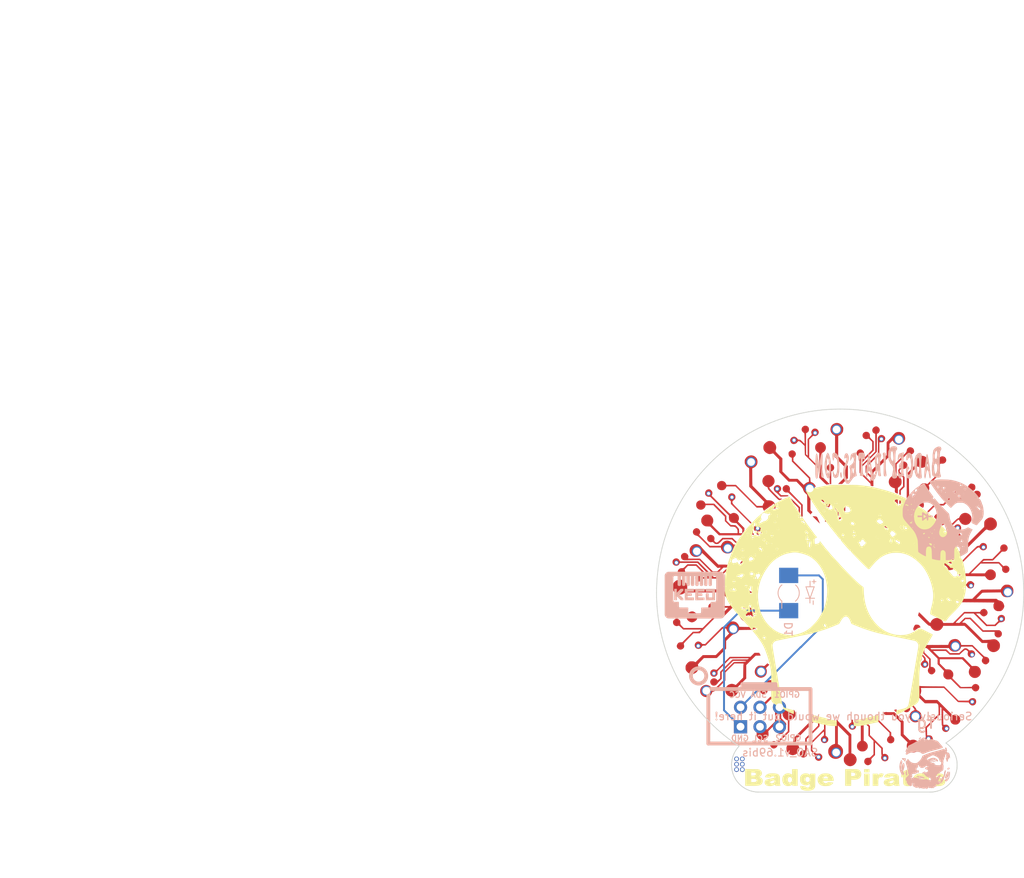
<source format=kicad_pcb>
(kicad_pcb (version 20171130) (host pcbnew "(5.1.10)-1")
  (layers (0 F.Cu signal) (31 B.Cu signal) (34 B.Paste user) (35 F.Paste user) (36 B.SilkS user) (37 F.SilkS user) (38 B.Mask user) (39 F.Mask user) (44 Edge.Cuts user))
  (net 0 "")
  (net 1 GND)
  (net 2 VCC)
  (net 3 "Net-(X1-Pad5)")
  (net 4 "Net-(X1-Pad6)")
  (net 5 "Net-(X1-Pad3)")
  (net 6 "Net-(X1-Pad4)")
  (module BadgePiratesFootprints:Badgelife-SAOv169-BADGE-2x3_Back (layer F.Cu) (at 95.96628 92.2655)
    (fp_text reference X1 hide)
    (fp_text value SAO_v1.69bis (at 3.01498 4.5593) (layer B.SilkS) (effects (justify mirror)))
    (fp_text user VCC (at -2.5654 -2.9718) (layer B.SilkS) (effects (font (size 0.75 0.75)) (justify mirror)))
    (fp_text user GND (at -2.2225 2.68478) (layer B.SilkS) (effects (font (size 0.75 0.75)) (justify mirror)))
    (fp_text user SDA (at 0.2286 -2.9972) (layer B.SilkS) (effects (font (size 0.75 0.75)) (justify mirror)))
    (fp_text user SCL (at 0.4445 2.7178) (layer B.SilkS) (effects (font (size 0.75 0.75)) (justify mirror)))
    (fp_text user GPIO2 (at 4.0894 2.6416) (layer B.SilkS) (effects (font (size 0.75 0.75)) (justify mirror)))
    (fp_text user GPIO1 (at 3.9116 -2.9972) (layer B.SilkS) (effects (font (size 0.75 0.75)) (justify mirror)))
    (pad 5 thru_hole circle (at 2.9302 -1.3516 270) (size 1.7272 1.7272) (drill 1.016) (layers *.Cu *.Mask) (net 3 "Net-(X1-Pad5)"))
    (pad 6 thru_hole circle (at 2.9302 1.1884 270) (size 1.7272 1.7272) (drill 1.016) (layers *.Cu *.Mask) (net 4 "Net-(X1-Pad6)"))
    (pad 3 thru_hole oval (at 0.3902 -1.3516 270) (size 1.7272 1.7272) (drill 1.016) (layers *.Cu *.Mask) (net 5 "Net-(X1-Pad3)"))
    (pad 4 thru_hole oval (at 0.3902 1.1884 270) (size 1.7272 1.7272) (drill 1.016) (layers *.Cu *.Mask) (net 6 "Net-(X1-Pad4)"))
    (pad 1 thru_hole oval (at -2.1498 -1.3516 270) (size 1.7272 1.7272) (drill 1.016) (layers *.Cu *.Mask) (net 2 VCC))
    (pad 2 thru_hole rect (at -2.1498 1.1884 270) (size 1.7272 1.7272) (drill 1.016) (layers *.Cu *.Mask) (net 1 GND))
  )
  (module "Bsides-KC-2021-Badge Pirates-SAO-SVG2Shenzen v1_00:F.Cu_g4918" (layer F.Cu) (at 87.95 93.25)
    (fp_text reference G*** hide)
    (fp_text value LOGO hide)
    (fp_poly (pts (xy 18.590665 -39.43358) (xy 18.742197 -39.38968) (xy 18.859504 -39.328702) (xy 18.977758 -39.237338) (xy 19.08612 -39.125863) (xy 19.173752 -39.00455) (xy 19.200912 -38.954881) (xy 19.230106 -38.89377) (xy 19.248787 -38.844933) (xy 19.258744 -38.796532) (xy 19.261772 -38.736731) (xy 19.25966 -38.653692) (xy 19.256624 -38.586801) (xy 19.249727 -38.474059) (xy 19.239942 -38.39132) (xy 19.224878 -38.326257) (xy 19.202147 -38.266543) (xy 19.189199 -38.23899) (xy 19.114993 -38.124732) (xy 19.008411 -38.012122) (xy 18.878825 -37.909818) (xy 18.750516 -37.83383) (xy 18.6055 -37.760801) (xy 18.6055 -35.104652) (xy 19.2405 -34.469916) (xy 19.8755 -33.835181) (xy 19.8755 -32.247846) (xy 19.500012 -31.871923) (xy 19.124525 -31.496) (xy 18.616453 -31.496) (xy 19.515667 -32.395944) (xy 19.515667 -33.637765) (xy 18.8595 -34.306008) (xy 18.203334 -34.974251) (xy 18.203334 -37.772761) (xy 18.057371 -37.86283) (xy 17.89075 -37.986091) (xy 17.760724 -38.126582) (xy 17.668394 -38.282011) (xy 17.614863 -38.450083) (xy 17.601232 -38.628506) (xy 17.619281 -38.774704) (xy 17.677288 -38.959263) (xy 17.768092 -39.117427) (xy 17.890257 -39.247706) (xy 18.042348 -39.348609) (xy 18.222928 -39.418645) (xy 18.245342 -39.424624) (xy 18.417027 -39.44896) (xy 18.590665 -39.43358)) (layer F.Cu) (width 0.01))
    (fp_poly (pts (xy 17.714016 -34.087726) (xy 17.841863 -34.044772) (xy 17.945859 -33.969759) (xy 18.02234 -33.866079) (xy 18.067643 -33.737124) (xy 18.078979 -33.620332) (xy 18.062379 -33.473207) (xy 18.012322 -33.351952) (xy 17.92842 -33.256011) (xy 17.810288 -33.184829) (xy 17.764125 -33.166816) (xy 17.695334 -33.142859) (xy 17.695334 -31.474833) (xy 17.504834 -31.474833) (xy 17.504834 -33.120131) (xy 17.395255 -33.191774) (xy 17.277132 -33.284264) (xy 17.196576 -33.384855) (xy 17.148856 -33.499844) (xy 17.142029 -33.528982) (xy 17.133783 -33.665204) (xy 17.162759 -33.792982) (xy 17.224273 -33.906057) (xy 17.313641 -33.998176) (xy 17.426178 -34.06308) (xy 17.557202 -34.094515) (xy 17.565981 -34.095231) (xy 17.714016 -34.087726)) (layer F.Cu) (width 0.01))
    (fp_poly (pts (xy 14.467824 -39.072206) (xy 14.539447 -39.042957) (xy 14.654743 -38.9664) (xy 14.734448 -38.869953) (xy 14.780637 -38.750076) (xy 14.795382 -38.605867) (xy 14.778019 -38.460772) (xy 14.725598 -38.339371) (xy 14.638194 -38.241785) (xy 14.531066 -38.175071) (xy 14.4145 -38.119926) (xy 14.4145 -35.356253) (xy 14.472709 -35.304058) (xy 14.527769 -35.255545) (xy 14.579499 -35.211233) (xy 14.580261 -35.210595) (xy 14.629605 -35.169327) (xy 14.618517 -37.340303) (xy 14.874048 -37.598443) (xy 14.960125 -37.686701) (xy 15.036733 -37.767694) (xy 15.098357 -37.835399) (xy 15.139482 -37.883794) (xy 15.153465 -37.903612) (xy 15.164185 -37.939747) (xy 15.160466 -37.987299) (xy 15.140936 -38.058247) (xy 15.132999 -38.0823) (xy 15.104233 -38.196104) (xy 15.104232 -38.294359) (xy 15.134038 -38.393509) (xy 15.155568 -38.439126) (xy 15.201873 -38.507704) (xy 15.268431 -38.580421) (xy 15.34211 -38.64475) (xy 15.409772 -38.688166) (xy 15.422401 -38.693611) (xy 15.508321 -38.711467) (xy 15.612509 -38.712497) (xy 15.714907 -38.697846) (xy 15.787889 -38.672747) (xy 15.895421 -38.598068) (xy 15.98271 -38.498584) (xy 16.043037 -38.384481) (xy 16.069683 -38.265948) (xy 16.070385 -38.24441) (xy 16.051708 -38.116818) (xy 15.999964 -37.99982) (xy 15.921586 -37.898755) (xy 15.823006 -37.818962) (xy 15.710654 -37.76578) (xy 15.590964 -37.744546) (xy 15.483113 -37.756943) (xy 15.418371 -37.772429) (xy 15.367189 -37.781509) (xy 15.354334 -37.7825) (xy 15.328746 -37.768297) (xy 15.279089 -37.729) (xy 15.211102 -37.669572) (xy 15.130527 -37.594979) (xy 15.068888 -37.535597) (xy 14.816667 -37.288694) (xy 14.816667 -34.949805) (xy 15.455869 -34.323569) (xy 15.592072 -34.190437) (xy 15.719 -34.066966) (xy 15.833459 -33.956217) (xy 15.932258 -33.861252) (xy 16.012205 -33.785131) (xy 16.070109 -33.730916) (xy 16.102778 -33.701668) (xy 16.108819 -33.697333) (xy 16.117924 -33.71812) (xy 16.126067 -33.778981) (xy 16.133166 -33.877666) (xy 16.13914 -34.011923) (xy 16.143908 -34.179504) (xy 16.147388 -34.378158) (xy 16.149501 -34.605633) (xy 16.150167 -34.84429) (xy 16.150031 -35.034884) (xy 16.149473 -35.187441) (xy 16.148268 -35.306259) (xy 16.146192 -35.395636) (xy 16.143018 -35.459867) (xy 16.138523 -35.50325) (xy 16.132482 -35.530081) (xy 16.124669 -35.544659) (xy 16.114859 -35.551279) (xy 16.113125 -35.551875) (xy 15.962382 -35.621065) (xy 15.82778 -35.725722) (xy 15.715742 -35.860112) (xy 15.660301 -35.956109) (xy 15.624092 -36.065681) (xy 15.607435 -36.197107) (xy 15.610279 -36.334717) (xy 15.632572 -36.462845) (xy 15.662224 -36.543698) (xy 15.751676 -36.682186) (xy 15.867351 -36.794606) (xy 16.002651 -36.87839) (xy 16.150981 -36.93097) (xy 16.305741 -36.949777) (xy 16.460336 -36.932244) (xy 16.567188 -36.895966) (xy 16.662488 -36.838709) (xy 16.76168 -36.754726) (xy 16.852241 -36.656312) (xy 16.921646 -36.555761) (xy 16.930381 -36.539454) (xy 16.987648 -36.383806) (xy 17.005411 -36.225064) (xy 16.985592 -36.068857) (xy 16.930113 -35.920814) (xy 16.840895 -35.786563) (xy 16.719859 -35.671736) (xy 16.610542 -35.60237) (xy 16.51 -35.549489) (xy 16.51 -32.437564) (xy 16.98625 -31.961666) (xy 17.102402 -31.845243) (xy 17.208312 -31.738398) (xy 17.300411 -31.644785) (xy 17.375131 -31.568061) (xy 17.428901 -31.511878) (xy 17.458154 -31.479894) (xy 17.4625 -31.473958) (xy 17.443322 -31.466338) (xy 17.39312 -31.455364) (xy 17.322896 -31.442791) (xy 17.243652 -31.430373) (xy 17.166387 -31.419862) (xy 17.102105 -31.413013) (xy 17.069629 -31.411333) (xy 17.041969 -31.426429) (xy 16.987496 -31.47039) (xy 16.908385 -31.541228) (xy 16.806807 -31.636958) (xy 16.684938 -31.755589) (xy 16.589186 -31.850726) (xy 16.150167 -32.290119) (xy 16.150167 -33.390242) (xy 14.270277 -35.27425) (xy 14.249236 -35.864451) (xy 14.228195 -36.454651) (xy 14.009139 -36.675084) (xy 13.9208 -36.762227) (xy 13.832636 -36.846148) (xy 13.753696 -36.918427) (xy 13.693031 -36.970642) (xy 13.682537 -36.978988) (xy 13.573558 -37.049138) (xy 13.477157 -37.081562) (xy 13.395103 -37.076241) (xy 13.329164 -37.033157) (xy 13.294863 -36.98312) (xy 13.212379 -36.867131) (xy 13.101743 -36.779308) (xy 12.969441 -36.723478) (xy 12.821958 -36.703469) (xy 12.821029 -36.703465) (xy 12.739139 -36.708384) (xy 12.663042 -36.721482) (xy 12.628946 -36.73212) (xy 12.551086 -36.783347) (xy 12.477706 -36.864207) (xy 12.415219 -36.963194) (xy 12.37004 -37.068803) (xy 12.348584 -37.169527) (xy 12.351048 -37.230613) (xy 12.396344 -37.364549) (xy 12.474766 -37.480294) (xy 12.579518 -37.572004) (xy 12.703801 -37.633835) (xy 12.840819 -37.659942) (xy 12.850791 -37.660283) (xy 12.956662 -37.644343) (xy 13.066924 -37.596386) (xy 13.169224 -37.523275) (xy 13.244258 -37.441668) (xy 13.301443 -37.364831) (xy 13.343138 -37.316087) (xy 13.378417 -37.289048) (xy 13.416354 -37.277331) (xy 13.466022 -37.274548) (xy 13.481789 -37.2745) (xy 13.557352 -37.26987) (xy 13.625112 -37.258206) (xy 13.645209 -37.252081) (xy 13.679449 -37.230099) (xy 13.737067 -37.183368) (xy 13.811807 -37.11737) (xy 13.897413 -37.037585) (xy 13.96536 -36.971623) (xy 14.226546 -36.713583) (xy 14.219981 -37.409797) (xy 14.218068 -37.60022) (xy 14.216116 -37.752704) (xy 14.213839 -37.871642) (xy 14.210953 -37.96143) (xy 14.207173 -38.026459) (xy 14.202214 -38.071125) (xy 14.195791 -38.09982) (xy 14.187619 -38.116939) (xy 14.177413 -38.126875) (xy 14.173317 -38.129464) (xy 14.040543 -38.22425) (xy 13.93852 -38.333326) (xy 13.870788 -38.451641) (xy 13.840884 -38.574141) (xy 13.839739 -38.605717) (xy 13.859681 -38.740825) (xy 13.913187 -38.859549) (xy 13.994075 -38.958025) (xy 14.096164 -39.032392) (xy 14.213273 -39.078786) (xy 14.33922 -39.093345) (xy 14.467824 -39.072206)) (layer F.Cu) (width 0.01))
    (fp_poly (pts (xy 23.653313 -38.992164) (xy 23.739877 -38.955642) (xy 23.85869 -38.878103) (xy 23.947182 -38.776049) (xy 24.002945 -38.656323) (xy 24.023572 -38.525765) (xy 24.006656 -38.39122) (xy 23.971147 -38.298249) (xy 23.906832 -38.191578) (xy 23.834182 -38.118877) (xy 23.74461 -38.071785) (xy 23.735132 -38.068416) (xy 23.65375 -38.040441) (xy 23.648285 -36.858173) (xy 23.642819 -35.675905) (xy 22.61641 -34.649659) (xy 21.59 -33.623413) (xy 21.59 -33.030314) (xy 22.214417 -32.406166) (xy 22.838834 -31.782019) (xy 22.838834 -32.332595) (xy 22.51075 -32.660166) (xy 22.182667 -32.987738) (xy 22.182667 -33.835125) (xy 22.984236 -34.636486) (xy 23.785804 -35.437846) (xy 23.800959 -36.128631) (xy 23.80582 -36.420015) (xy 23.806696 -36.670723) (xy 23.803574 -36.882223) (xy 23.796439 -37.055985) (xy 23.791654 -37.125559) (xy 23.781595 -37.272341) (xy 23.778815 -37.385725) (xy 23.784547 -37.474212) (xy 23.800023 -37.546303) (xy 23.826478 -37.610499) (xy 23.865143 -37.675301) (xy 23.873086 -37.687088) (xy 23.958968 -37.780151) (xy 24.062456 -37.841033) (xy 24.177039 -37.871644) (xy 24.296201 -37.873895) (xy 24.41343 -37.849696) (xy 24.522211 -37.800957) (xy 24.616031 -37.729586) (xy 24.688376 -37.637496) (xy 24.732733 -37.526595) (xy 24.743715 -37.4318) (xy 24.730528 -37.34168) (xy 24.695446 -37.239046) (xy 24.645819 -37.14199) (xy 24.601355 -37.081368) (xy 24.540695 -37.019555) (xy 24.483808 -36.977976) (xy 24.419879 -36.952763) (xy 24.338096 -36.940047) (xy 24.227646 -36.93596) (xy 24.194551 -36.935833) (xy 23.981834 -36.935833) (xy 23.981703 -36.157958) (xy 23.981573 -35.380083) (xy 22.373167 -33.743275) (xy 22.376083 -33.408096) (xy 22.379 -33.072916) (xy 22.838834 -32.630556) (xy 22.838834 -33.136577) (xy 23.886584 -34.184166) (xy 24.934334 -35.231756) (xy 24.934334 -36.942835) (xy 25.268046 -37.283293) (xy 25.377706 -37.397517) (xy 25.488495 -37.517092) (xy 25.592896 -37.633605) (xy 25.683395 -37.738645) (xy 25.752477 -37.823801) (xy 25.761333 -37.835407) (xy 25.880962 -37.983392) (xy 25.992457 -38.095788) (xy 26.1027 -38.176583) (xy 26.218574 -38.229768) (xy 26.346962 -38.259332) (xy 26.494746 -38.269266) (xy 26.509839 -38.269333) (xy 26.706244 -38.253117) (xy 26.877187 -38.203824) (xy 27.024791 -38.120484) (xy 27.151185 -38.002129) (xy 27.18319 -37.962416) (xy 27.262196 -37.827947) (xy 27.316103 -37.671737) (xy 27.343486 -37.505039) (xy 27.342923 -37.339106) (xy 27.312988 -37.185188) (xy 27.289454 -37.122615) (xy 27.211694 -36.99341) (xy 27.100932 -36.871357) (xy 26.966498 -36.764025) (xy 26.81772 -36.678986) (xy 26.679893 -36.627938) (xy 26.592823 -36.607405) (xy 26.52357 -36.600949) (xy 26.45043 -36.607468) (xy 26.410744 -36.61429) (xy 26.222823 -36.67015) (xy 26.053245 -36.763015) (xy 25.906193 -36.889996) (xy 25.788258 -37.04428) (xy 25.710033 -37.171016) (xy 25.5021 -36.963863) (xy 25.294167 -36.756711) (xy 25.294167 -35.083589) (xy 24.246417 -34.036) (xy 23.198667 -32.98841) (xy 23.198667 -31.199666) (xy 23.151042 -31.201793) (xy 23.099203 -31.207818) (xy 23.032142 -31.21997) (xy 23.01875 -31.222869) (xy 22.932538 -31.241994) (xy 22.879273 -31.256965) (xy 22.851096 -31.274883) (xy 22.840146 -31.302849) (xy 22.83856 -31.347965) (xy 22.838834 -31.385395) (xy 22.838834 -31.506817) (xy 21.3995 -32.945683) (xy 21.3995 -35.048499) (xy 21.307607 -35.083593) (xy 21.192648 -35.147959) (xy 21.10541 -35.238222) (xy 21.047144 -35.347238) (xy 21.019106 -35.467863) (xy 21.02255 -35.592953) (xy 21.058728 -35.715364) (xy 21.128896 -35.827954) (xy 21.169374 -35.871135) (xy 21.284146 -35.954349) (xy 21.407467 -35.997542) (xy 21.534325 -36.000797) (xy 21.659711 -35.964197) (xy 21.778614 -35.887823) (xy 21.808752 -35.860591) (xy 21.899335 -35.751056) (xy 21.957281 -35.632364) (xy 21.980791 -35.511594) (xy 21.968063 -35.395825) (xy 21.942959 -35.332982) (xy 21.899802 -35.269164) (xy 21.839216 -35.201275) (xy 21.772309 -35.13981) (xy 21.710193 -35.095268) (xy 21.674755 -35.079588) (xy 21.628459 -35.061285) (xy 21.606199 -35.043449) (xy 21.600338 -35.01452) (xy 21.595435 -34.952028) (xy 21.591957 -34.864744) (xy 21.59037 -34.761436) (xy 21.590324 -34.745198) (xy 21.59 -34.470147) (xy 22.32025 -35.200166) (xy 23.0505 -35.930186) (xy 23.0505 -36.994725) (xy 22.867689 -37.167771) (xy 22.772504 -37.257418) (xy 22.701358 -37.321491) (xy 22.647519 -37.363491) (xy 22.604254 -37.386919) (xy 22.564834 -37.395275) (xy 22.522526 -37.392062) (xy 22.470598 -37.380778) (xy 22.462068 -37.378728) (xy 22.293227 -37.352422) (xy 22.147573 -37.360084) (xy 22.026058 -37.401581) (xy 21.958717 -37.448165) (xy 21.86569 -37.554084) (xy 21.809106 -37.671157) (xy 21.786712 -37.793368) (xy 21.796255 -37.914703) (xy 21.835484 -38.029144) (xy 21.902146 -38.130676) (xy 21.993989 -38.213284) (xy 22.108759 -38.27095) (xy 22.244206 -38.29766) (xy 22.277197 -38.298788) (xy 22.41913 -38.281286) (xy 22.539662 -38.227262) (xy 22.638592 -38.136837) (xy 22.697493 -38.047083) (xy 22.720985 -37.993487) (xy 22.73499 -37.932965) (xy 22.741632 -37.852696) (xy 22.743058 -37.771916) (xy 22.743895 -37.69385) (xy 22.748534 -37.632024) (xy 22.760902 -37.579552) (xy 22.784926 -37.529545) (xy 22.824531 -37.475115) (xy 22.883644 -37.409373) (xy 22.966191 -37.325431) (xy 23.038408 -37.253751) (xy 23.241 -37.053086) (xy 23.241 -35.84469) (xy 23.080385 -35.68647) (xy 22.981556 -35.588293) (xy 22.868309 -35.474393) (xy 22.744071 -35.348337) (xy 22.61227 -35.213691) (xy 22.476336 -35.074023) (xy 22.339696 -34.9329) (xy 22.20578 -34.793888) (xy 22.078016 -34.660555) (xy 21.959832 -34.536469) (xy 21.854658 -34.425194) (xy 21.765921 -34.3303) (xy 21.69705 -34.255353) (xy 21.651474 -34.203919) (xy 21.633468 -34.181122) (xy 21.602741 -34.107747) (xy 21.590587 -34.012737) (xy 21.590079 -33.983173) (xy 21.59 -33.856264) (xy 22.521334 -34.787416) (xy 23.452667 -35.718569) (xy 23.452131 -36.872243) (xy 23.451594 -38.025916) (xy 23.320488 -38.089416) (xy 23.236316 -38.135904) (xy 23.177714 -38.185253) (xy 23.129207 -38.250674) (xy 23.126556 -38.25495) (xy 23.074297 -38.376804) (xy 23.060243 -38.503518) (xy 23.081769 -38.628761) (xy 23.136253 -38.746202) (xy 23.22107 -38.849509) (xy 23.333599 -38.932351) (xy 23.424355 -38.973673) (xy 23.512346 -39.000602) (xy 23.582761 -39.007103) (xy 23.653313 -38.992164)) (layer F.Cu) (width 0.01))
    (fp_poly (pts (xy 28.144221 -36.260942) (xy 28.26777 -36.209412) (xy 28.371347 -36.130131) (xy 28.447915 -36.028357) (xy 28.488222 -35.92046) (xy 28.508338 -35.791605) (xy 28.504865 -35.688955) (xy 28.475614 -35.602189) (xy 28.418398 -35.520987) (xy 28.399077 -35.499937) (xy 28.28308 -35.406685) (xy 28.152462 -35.352072) (xy 28.011235 -35.336727) (xy 27.863414 -35.36128) (xy 27.762906 -35.400258) (xy 27.638729 -35.459577) (xy 26.932115 -34.753198) (xy 26.2255 -34.04682) (xy 26.2255 -32.606359) (xy 26.393375 -32.525891) (xy 26.561988 -32.424625) (xy 26.696779 -32.298328) (xy 26.7988 -32.145976) (xy 26.814356 -32.114449) (xy 26.840687 -32.053496) (xy 26.857411 -31.997974) (xy 26.866638 -31.935107) (xy 26.870475 -31.852121) (xy 26.871084 -31.770721) (xy 26.870179 -31.667779) (xy 26.865799 -31.594074) (xy 26.855447 -31.536524) (xy 26.836625 -31.482045) (xy 26.806834 -31.417552) (xy 26.801645 -31.406976) (xy 26.719676 -31.277062) (xy 26.609756 -31.154741) (xy 26.485653 -31.054775) (xy 26.45554 -31.035899) (xy 26.394834 -31.000039) (xy 26.394834 -30.613019) (xy 26.394011 -30.490353) (xy 26.391724 -30.383772) (xy 26.388245 -30.299888) (xy 26.383845 -30.245315) (xy 26.378959 -30.226637) (xy 26.353218 -30.234962) (xy 26.299593 -30.256401) (xy 26.228782 -30.286644) (xy 26.214917 -30.292743) (xy 26.139948 -30.327056) (xy 26.078579 -30.357308) (xy 26.042639 -30.377631) (xy 26.040292 -30.379364) (xy 26.027601 -30.406658) (xy 26.019196 -30.466909) (xy 26.014756 -30.563505) (xy 26.013834 -30.658507) (xy 26.013834 -30.916497) (xy 25.902709 -30.944312) (xy 25.710943 -31.010809) (xy 25.54687 -31.105788) (xy 25.412799 -31.2263) (xy 25.311039 -31.369398) (xy 25.243899 -31.532133) (xy 25.213687 -31.711556) (xy 25.214087 -31.823561) (xy 25.245974 -32.00703) (xy 25.315318 -32.17402) (xy 25.419345 -32.321215) (xy 25.555277 -32.445301) (xy 25.720339 -32.542964) (xy 25.861917 -32.59698) (xy 26.013834 -32.643123) (xy 26.013834 -34.105156) (xy 26.717625 -34.817566) (xy 26.862018 -34.964289) (xy 26.998987 -35.104543) (xy 27.125277 -35.23492) (xy 27.237634 -35.352011) (xy 27.332801 -35.452406) (xy 27.407523 -35.532695) (xy 27.458547 -35.589469) (xy 27.481497 -35.617619) (xy 27.530533 -35.714523) (xy 27.557661 -35.835087) (xy 27.558344 -35.84046) (xy 27.58174 -35.96367) (xy 27.620497 -36.058121) (xy 27.680204 -36.136244) (xy 27.699985 -36.155542) (xy 27.806638 -36.233171) (xy 27.921882 -36.272514) (xy 28.007741 -36.27946) (xy 28.144221 -36.260942)) (layer F.Cu) (width 0.01))
    (fp_poly (pts (xy 27.296664 -34.397549) (xy 27.407357 -34.350466) (xy 27.500683 -34.278223) (xy 27.573362 -34.186208) (xy 27.622113 -34.07981) (xy 27.643654 -33.964417) (xy 27.634705 -33.845419) (xy 27.591986 -33.728202) (xy 27.512216 -33.618157) (xy 27.510302 -33.616152) (xy 27.398128 -33.523684) (xy 27.27606 -33.471527) (xy 27.140804 -33.458763) (xy 27.014296 -33.477883) (xy 26.941399 -33.494617) (xy 26.895444 -33.499709) (xy 26.862455 -33.492365) (xy 26.828452 -33.471791) (xy 26.821597 -33.466942) (xy 26.750968 -33.403233) (xy 26.683746 -33.320549) (xy 26.63457 -33.237465) (xy 26.627517 -33.220688) (xy 26.618244 -33.173195) (xy 26.62698 -33.119892) (xy 26.65623 -33.056922) (xy 26.7085 -32.980429) (xy 26.786295 -32.886556) (xy 26.892121 -32.771448) (xy 26.975521 -32.685054) (xy 27.262667 -32.391509) (xy 27.262667 -31.103726) (xy 27.019805 -30.861553) (xy 26.776942 -30.619379) (xy 26.76525 -30.041307) (xy 26.585334 -30.128507) (xy 26.585334 -30.70294) (xy 26.82875 -30.945666) (xy 27.072167 -31.188393) (xy 27.072167 -32.325244) (xy 26.742322 -32.66733) (xy 26.412476 -33.009416) (xy 26.426334 -33.136416) (xy 26.461711 -33.3008) (xy 26.528234 -33.442657) (xy 26.594459 -33.528) (xy 26.656886 -33.599612) (xy 26.692125 -33.661592) (xy 26.705581 -33.72987) (xy 26.702661 -33.820375) (xy 26.700728 -33.841129) (xy 26.696377 -33.978313) (xy 26.715893 -34.088984) (xy 26.762619 -34.183655) (xy 26.837185 -34.27022) (xy 26.94696 -34.355755) (xy 27.0363 -34.394681) (xy 27.171885 -34.414084) (xy 27.296664 -34.397549)) (layer F.Cu) (width 0.01))
    (fp_poly (pts (xy 10.822936 -31.321071) (xy 10.946643 -31.260128) (xy 11.023824 -31.196203) (xy 11.110385 -31.084325) (xy 11.157759 -30.962543) (xy 11.166362 -30.83591) (xy 11.136609 -30.709475) (xy 11.068916 -30.588293) (xy 10.964707 -30.478261) (xy 10.910398 -30.429907) (xy 10.872112 -30.39093) (xy 10.8585 -30.370621) (xy 10.872305 -30.348878) (xy 10.909719 -30.30383) (xy 10.964743 -30.242432) (xy 11.020059 -30.183435) (xy 11.181617 -30.014333) (xy 11.620028 -30.014333) (xy 11.767763 -30.014084) (xy 11.878997 -30.012998) (xy 11.95956 -30.010574) (xy 12.015283 -30.006305) (xy 12.051996 -29.999688) (xy 12.075531 -29.990219) (xy 12.091717 -29.977393) (xy 12.095664 -29.973201) (xy 12.117456 -29.945147) (xy 12.112347 -29.927148) (xy 12.074731 -29.907818) (xy 12.060536 -29.901837) (xy 12.013014 -29.889359) (xy 11.932985 -29.878641) (xy 11.817794 -29.869456) (xy 11.664786 -29.861577) (xy 11.534467 -29.85674) (xy 11.08075 -29.841873) (xy 10.847917 -30.077626) (xy 10.756045 -30.167611) (xy 10.662596 -30.25388) (xy 10.57667 -30.328374) (xy 10.507362 -30.383034) (xy 10.488084 -30.396401) (xy 10.370054 -30.493729) (xy 10.283961 -30.606753) (xy 10.23022 -30.729546) (xy 10.209246 -30.856182) (xy 10.221455 -30.980735) (xy 10.267264 -31.097279) (xy 10.347088 -31.199887) (xy 10.427288 -31.262719) (xy 10.558041 -31.322948) (xy 10.691663 -31.342205) (xy 10.822936 -31.321071)) (layer F.Cu) (width 0.01))
    (fp_poly (pts (xy 29.623648 -35.160661) (xy 29.648684 -35.157072) (xy 29.829014 -35.111559) (xy 29.979038 -35.036974) (xy 30.100117 -34.932343) (xy 30.193608 -34.796693) (xy 30.216245 -34.750321) (xy 30.272094 -34.581448) (xy 30.290911 -34.413022) (xy 30.275823 -34.249383) (xy 30.229958 -34.094871) (xy 30.156442 -33.953826) (xy 30.058402 -33.830588) (xy 29.938965 -33.729496) (xy 29.801259 -33.65489) (xy 29.64841 -33.611109) (xy 29.483545 -33.602494) (xy 29.396672 -33.612891) (xy 29.268255 -33.645903) (xy 29.13874 -33.696515) (xy 29.027317 -33.756894) (xy 29.003388 -33.773439) (xy 28.988361 -33.783208) (xy 28.972773 -33.786963) (xy 28.952874 -33.781682) (xy 28.924912 -33.76434) (xy 28.885134 -33.731916) (xy 28.829791 -33.681385) (xy 28.755129 -33.609724) (xy 28.657397 -33.513911) (xy 28.551166 -33.40903) (xy 28.434261 -33.292733) (xy 28.319063 -33.176738) (xy 28.211571 -33.067189) (xy 28.117786 -32.970232) (xy 28.043706 -32.892013) (xy 28.004126 -32.848709) (xy 27.861446 -32.688001) (xy 27.845896 -32.300025) (xy 27.843043 -32.198352) (xy 27.841019 -32.060606) (xy 27.839825 -31.893041) (xy 27.839461 -31.701907) (xy 27.839928 -31.493459) (xy 27.841226 -31.273948) (xy 27.843356 -31.049627) (xy 27.845819 -30.859907) (xy 27.861291 -29.807765) (xy 28.107021 -29.797178) (xy 28.35275 -29.786591) (xy 28.778068 -30.209173) (xy 29.203386 -30.631754) (xy 29.193952 -30.836335) (xy 29.196028 -31.001356) (xy 29.220883 -31.137679) (xy 29.271246 -31.253889) (xy 29.349847 -31.358573) (xy 29.365084 -31.374681) (xy 29.495787 -31.48118) (xy 29.641437 -31.54869) (xy 29.799098 -31.576591) (xy 29.965838 -31.564268) (xy 30.09487 -31.528335) (xy 30.24949 -31.472025) (xy 30.814537 -32.022153) (xy 30.949615 -32.153844) (xy 31.081069 -32.282334) (xy 31.204356 -32.403159) (xy 31.31493 -32.511852) (xy 31.408249 -32.603949) (xy 31.479769 -32.674983) (xy 31.521303 -32.716766) (xy 31.663022 -32.86125) (xy 31.66947 -33.48928) (xy 31.675917 -34.117309) (xy 31.74733 -34.218576) (xy 31.818743 -34.319842) (xy 31.784267 -34.416046) (xy 31.755613 -34.544901) (xy 31.756586 -34.677747) (xy 31.785191 -34.803444) (xy 31.839434 -34.910855) (xy 31.881712 -34.960249) (xy 31.979424 -35.037236) (xy 32.079887 -35.07985) (xy 32.198189 -35.094215) (xy 32.212199 -35.094333) (xy 32.355407 -35.075411) (xy 32.479861 -35.021514) (xy 32.580847 -34.936942) (xy 32.653655 -34.825998) (xy 32.693573 -34.692984) (xy 32.698358 -34.650437) (xy 32.695314 -34.518338) (xy 32.66279 -34.410035) (xy 32.597623 -34.316164) (xy 32.578871 -34.296794) (xy 32.497904 -34.227345) (xy 32.414246 -34.179946) (xy 32.318784 -34.152124) (xy 32.202406 -34.141405) (xy 32.056 -34.145317) (xy 32.027799 -34.147236) (xy 31.969437 -34.142525) (xy 31.926285 -34.1111) (xy 31.911382 -34.092695) (xy 31.898507 -34.073907) (xy 31.888275 -34.052301) (xy 31.880316 -34.022955) (xy 31.87426 -33.980948) (xy 31.869736 -33.921357) (xy 31.866375 -33.839262) (xy 31.863806 -33.72974) (xy 31.861658 -33.58787) (xy 31.859562 -33.408729) (xy 31.859499 -33.403038) (xy 31.852581 -32.773102) (xy 31.126131 -32.04688) (xy 30.399681 -31.320659) (xy 30.44222 -31.201954) (xy 30.479047 -31.051508) (xy 30.487339 -30.894906) (xy 30.467307 -30.74594) (xy 30.433738 -30.647338) (xy 30.34687 -30.503185) (xy 30.235499 -30.391569) (xy 30.10377 -30.313863) (xy 29.955829 -30.271438) (xy 29.795822 -30.265666) (xy 29.627893 -30.297918) (xy 29.511421 -30.34221) (xy 29.392504 -30.396652) (xy 28.945585 -29.951492) (xy 28.498666 -29.506333) (xy 28.161125 -29.508667) (xy 27.823584 -29.511002) (xy 27.668741 -29.601813) (xy 27.601601 -29.644102) (xy 27.554691 -29.679395) (xy 27.535015 -29.702145) (xy 27.536449 -29.706561) (xy 27.541263 -29.726725) (xy 27.545484 -29.781526) (xy 27.549127 -29.871906) (xy 27.552206 -29.998809) (xy 27.554735 -30.163176) (xy 27.556728 -30.365952) (xy 27.558198 -30.608079) (xy 27.559161 -30.8905) (xy 27.559629 -31.214158) (xy 27.559659 -31.269707) (xy 27.560318 -32.818916) (xy 28.046681 -33.316333) (xy 28.169194 -33.441989) (xy 28.286722 -33.563203) (xy 28.394771 -33.675292) (xy 28.488852 -33.773574) (xy 28.564471 -33.853364) (xy 28.617138 -33.909979) (xy 28.633397 -33.928061) (xy 28.73375 -34.042372) (xy 28.73375 -34.330228) (xy 28.734478 -34.45053) (xy 28.737471 -34.538189) (xy 28.743942 -34.602881) (xy 28.755102 -34.654284) (xy 28.772165 -34.702074) (xy 28.783652 -34.728441) (xy 28.867591 -34.864665) (xy 28.983105 -34.979749) (xy 29.12333 -35.07029) (xy 29.281404 -35.13289) (xy 29.450464 -35.164147) (xy 29.623648 -35.160661)) (layer F.Cu) (width 0.01))
    (fp_poly (pts (xy 9.605962 -32.647928) (xy 9.680713 -32.641275) (xy 9.741976 -32.627095) (xy 9.804138 -32.602858) (xy 9.825949 -32.592855) (xy 9.978812 -32.50025) (xy 10.105958 -32.380851) (xy 10.204488 -32.240618) (xy 10.271507 -32.085512) (xy 10.304118 -31.921493) (xy 10.299423 -31.754521) (xy 10.279039 -31.660638) (xy 10.220275 -31.524453) (xy 10.128298 -31.391913) (xy 10.011875 -31.272135) (xy 9.87977 -31.174239) (xy 9.750504 -31.110818) (xy 9.683836 -31.08295) (xy 9.634995 -31.056078) (xy 9.616516 -31.038819) (xy 9.61403 -31.010988) (xy 9.625765 -30.97312) (xy 9.653467 -30.923177) (xy 9.698885 -30.859126) (xy 9.763763 -30.778931) (xy 9.84985 -30.680555) (xy 9.958893 -30.561964) (xy 10.092639 -30.421123) (xy 10.252833 -30.255995) (xy 10.441225 -30.064546) (xy 10.526964 -29.978028) (xy 10.930704 -29.571307) (xy 11.122144 -29.565278) (xy 11.313584 -29.55925) (xy 11.152228 -29.469291) (xy 11.093436 -29.435774) (xy 11.043867 -29.408509) (xy 11.00013 -29.389493) (xy 10.958831 -29.380719) (xy 10.916578 -29.384184) (xy 10.869978 -29.401883) (xy 10.815641 -29.43581) (xy 10.750172 -29.487961) (xy 10.67018 -29.560331) (xy 10.572272 -29.654915) (xy 10.453056 -29.773708) (xy 10.309139 -29.918706) (xy 10.198499 -30.030208) (xy 10.05934 -30.171129) (xy 9.927358 -30.306445) (xy 9.80605 -30.432451) (xy 9.698914 -30.545441) (xy 9.609445 -30.641708) (xy 9.541143 -30.717548) (xy 9.497503 -30.769254) (xy 9.485466 -30.785769) (xy 9.444168 -30.864292) (xy 9.421527 -30.935452) (xy 9.419167 -30.958882) (xy 9.407309 -31.019754) (xy 9.377815 -31.069378) (xy 9.339802 -31.093342) (xy 9.333782 -31.093833) (xy 9.274756 -31.105944) (xy 9.195364 -31.137915) (xy 9.108331 -31.183204) (xy 9.026382 -31.235268) (xy 8.968333 -31.281722) (xy 8.855642 -31.414027) (xy 8.777898 -31.562906) (xy 8.734218 -31.7224) (xy 8.723719 -31.886548) (xy 8.745517 -32.049389) (xy 8.798729 -32.204963) (xy 8.882472 -32.34731) (xy 8.995862 -32.470467) (xy 9.138016 -32.568476) (xy 9.160757 -32.580144) (xy 9.231862 -32.613352) (xy 9.290409 -32.633903) (xy 9.351154 -32.64479) (xy 9.428854 -32.649003) (xy 9.503336 -32.649583) (xy 9.605962 -32.647928)) (layer F.Cu) (width 0.01))
    (fp_poly (pts (xy 16.941671 -29.374107) (xy 16.976283 -29.36066) (xy 16.990778 -29.344899) (xy 16.983702 -29.318722) (xy 16.953916 -29.307611) (xy 16.919986 -29.317227) (xy 16.914746 -29.321721) (xy 16.893441 -29.353327) (xy 16.891 -29.363872) (xy 16.90686 -29.376392) (xy 16.941671 -29.374107)) (layer F.Cu) (width 0.01))
    (fp_poly (pts (xy 16.570382 -29.579159) (xy 16.643919 -29.540183) (xy 16.682319 -29.512567) (xy 16.741917 -29.463195) (xy 16.773271 -29.423908) (xy 16.784493 -29.383104) (xy 16.785167 -29.365478) (xy 16.794435 -29.311333) (xy 16.828573 -29.265839) (xy 16.85925 -29.240315) (xy 16.917091 -29.188156) (xy 16.935067 -29.148664) (xy 16.912568 -29.119818) (xy 16.848981 -29.099598) (xy 16.814898 -29.093896) (xy 16.776234 -29.090308) (xy 16.742721 -29.095177) (xy 16.705846 -29.113049) (xy 16.657097 -29.148467) (xy 16.58796 -29.205977) (xy 16.559807 -29.230074) (xy 16.482941 -29.297072) (xy 16.432676 -29.345295) (xy 16.402965 -29.382922) (xy 16.387764 -29.41813) (xy 16.381028 -29.459099) (xy 16.37976 -29.473667) (xy 16.378676 -29.537472) (xy 16.394071 -29.572823) (xy 16.434646 -29.587927) (xy 16.504133 -29.591) (xy 16.570382 -29.579159)) (layer F.Cu) (width 0.01))
    (fp_poly (pts (xy 18.407926 -29.14727) (xy 18.404974 -29.095066) (xy 18.403212 -29.089743) (xy 18.374938 -29.043418) (xy 18.338263 -29.0224) (xy 18.305154 -29.032299) (xy 18.298564 -29.040698) (xy 18.291533 -29.082988) (xy 18.304105 -29.13346) (xy 18.329772 -29.169758) (xy 18.337362 -29.173957) (xy 18.383232 -29.176325) (xy 18.407926 -29.14727)) (layer F.Cu) (width 0.01))
    (fp_poly (pts (xy 26.702954 -29.503168) (xy 26.736196 -29.489394) (xy 26.757507 -29.458595) (xy 26.769484 -29.404356) (xy 26.774726 -29.32026) (xy 26.775834 -29.208358) (xy 26.774974 -29.094964) (xy 26.770432 -29.016586) (xy 26.759257 -28.965914) (xy 26.738502 -28.935638) (xy 26.705219 -28.918448) (xy 26.656458 -28.907034) (xy 26.654125 -28.906591) (xy 26.585334 -28.893558) (xy 26.585334 -29.506333) (xy 26.655184 -29.506333) (xy 26.702954 -29.503168)) (layer F.Cu) (width 0.01))
    (fp_poly (pts (xy 26.247524 -29.638277) (xy 26.255258 -29.634399) (xy 26.309376 -29.612028) (xy 26.342822 -29.603644) (xy 26.357378 -29.599295) (xy 26.3682 -29.587306) (xy 26.375961 -29.561955) (xy 26.381334 -29.517519) (xy 26.384994 -29.448275) (xy 26.387613 -29.348499) (xy 26.389866 -29.212469) (xy 26.390009 -29.202707) (xy 26.391153 -29.045505) (xy 26.38947 -28.927195) (xy 26.384998 -28.848763) (xy 26.377779 -28.811196) (xy 26.374134 -28.807833) (xy 26.358888 -28.82621) (xy 26.3525 -28.870429) (xy 26.3525 -28.870723) (xy 26.347534 -28.904044) (xy 26.328784 -28.938274) (xy 26.290475 -28.980336) (xy 26.226831 -29.037155) (xy 26.183167 -29.073706) (xy 26.013834 -29.213799) (xy 26.013834 -29.544644) (xy 26.111478 -29.601867) (xy 26.173093 -29.634783) (xy 26.213941 -29.645901) (xy 26.247524 -29.638277)) (layer F.Cu) (width 0.01))
    (fp_poly (pts (xy 17.521349 -29.048946) (xy 17.553218 -29.034521) (xy 17.570231 -29.012678) (xy 17.576728 -28.971805) (xy 17.577051 -28.900291) (xy 17.577047 -28.899966) (xy 17.562356 -28.791264) (xy 17.525385 -28.66909) (xy 17.472587 -28.551062) (xy 17.417123 -28.463274) (xy 17.391831 -28.437742) (xy 17.368434 -28.446088) (xy 17.353678 -28.46006) (xy 17.311018 -28.483251) (xy 17.248425 -28.497573) (xy 17.232232 -28.498932) (xy 17.148676 -28.517062) (xy 17.081607 -28.564314) (xy 17.033031 -28.621809) (xy 17.020871 -28.672615) (xy 17.04321 -28.728001) (xy 17.051607 -28.740561) (xy 17.072375 -28.786602) (xy 17.075555 -28.848769) (xy 17.070801 -28.893345) (xy 17.065156 -28.961716) (xy 17.077238 -29.000797) (xy 17.115094 -29.01949) (xy 17.18677 -29.0267) (xy 17.191517 -29.026925) (xy 17.24559 -29.020345) (xy 17.265039 -28.993119) (xy 17.249934 -28.943917) (xy 17.200344 -28.871406) (xy 17.199695 -28.870586) (xy 17.158575 -28.816262) (xy 17.141432 -28.782878) (xy 17.144826 -28.759118) (xy 17.159856 -28.739613) (xy 17.197981 -28.70878) (xy 17.235315 -28.709173) (xy 17.280484 -28.7429) (xy 17.312141 -28.77682) (xy 17.363604 -28.854284) (xy 17.377834 -28.921706) (xy 17.392554 -28.994148) (xy 17.431825 -29.041021) (xy 17.488314 -29.055825) (xy 17.521349 -29.048946)) (layer F.Cu) (width 0.01))
    (fp_poly (pts (xy 29.491649 -29.192994) (xy 29.604883 -29.134619) (xy 29.698837 -29.041488) (xy 29.743789 -28.969827) (xy 29.778009 -28.870712) (xy 29.790594 -28.75618) (xy 29.782993 -28.637907) (xy 29.756654 -28.527572) (xy 29.713024 -28.436851) (xy 29.671922 -28.3904) (xy 29.653468 -28.38788) (xy 29.618263 -28.400352) (xy 29.562561 -28.42993) (xy 29.482614 -28.478731) (xy 29.374674 -28.548868) (xy 29.284632 -28.608982) (xy 29.174281 -28.683612) (xy 29.074925 -28.751608) (xy 28.992329 -28.808961) (xy 28.932254 -28.851663) (xy 28.900466 -28.875703) (xy 28.897979 -28.87795) (xy 28.891172 -28.911907) (xy 28.910192 -28.963647) (xy 28.948485 -29.02368) (xy 28.999498 -29.082519) (xy 29.056677 -29.130673) (xy 29.083702 -29.146858) (xy 29.226316 -29.200385) (xy 29.363879 -29.21534) (xy 29.491649 -29.192994)) (layer F.Cu) (width 0.01))
    (fp_poly (pts (xy 13.254214 -28.304419) (xy 13.270386 -28.277477) (xy 13.268325 -28.268436) (xy 13.24621 -28.269091) (xy 13.243278 -28.271611) (xy 13.229323 -28.304197) (xy 13.229167 -28.307594) (xy 13.239906 -28.315464) (xy 13.254214 -28.304419)) (layer F.Cu) (width 0.01))
    (fp_poly (pts (xy 10.398324 -28.760072) (xy 10.402874 -28.749625) (xy 10.418578 -28.687419) (xy 10.427251 -28.605805) (xy 10.429426 -28.514324) (xy 10.425638 -28.422516) (xy 10.416421 -28.339924) (xy 10.402309 -28.276089) (xy 10.383837 -28.240551) (xy 10.374132 -28.236333) (xy 10.348646 -28.250459) (xy 10.31875 -28.278666) (xy 10.277277 -28.310718) (xy 10.244667 -28.321) (xy 10.204231 -28.306246) (xy 10.170584 -28.278666) (xy 10.123991 -28.247722) (xy 10.068622 -28.236906) (xy 10.02035 -28.246876) (xy 9.997017 -28.271482) (xy 10.001013 -28.297803) (xy 10.02967 -28.340499) (xy 10.085775 -28.403055) (xy 10.167015 -28.484031) (xy 10.248264 -28.564491) (xy 10.302338 -28.623587) (xy 10.334079 -28.667653) (xy 10.348326 -28.703021) (xy 10.3505 -28.724049) (xy 10.358014 -28.772156) (xy 10.376155 -28.785238) (xy 10.398324 -28.760072)) (layer F.Cu) (width 0.01))
    (fp_poly (pts (xy 7.32038 -35.214885) (xy 7.497652 -35.181949) (xy 7.656775 -35.114428) (xy 7.794958 -35.017187) (xy 7.909412 -34.895091) (xy 7.997346 -34.753004) (xy 8.05597 -34.595789) (xy 8.082495 -34.428311) (xy 8.074131 -34.255435) (xy 8.028088 -34.082025) (xy 8.003424 -34.023957) (xy 7.91326 -33.87541) (xy 7.790933 -33.748855) (xy 7.633335 -33.64134) (xy 7.559996 -33.603137) (xy 7.387167 -33.519524) (xy 7.390037 -32.640053) (xy 7.390993 -32.439518) (xy 7.392497 -32.242414) (xy 7.394462 -32.054967) (xy 7.3968 -31.883402) (xy 7.399422 -31.733943) (xy 7.402243 -31.612816) (xy 7.405174 -31.526245) (xy 7.405912 -31.510775) (xy 7.418917 -31.260966) (xy 8.35025 -30.309643) (xy 9.281584 -29.35832) (xy 9.463903 -29.358243) (xy 9.677349 -29.346524) (xy 9.858976 -29.310722) (xy 10.01262 -29.249581) (xy 10.142114 -29.161842) (xy 10.185326 -29.121731) (xy 10.251827 -29.046571) (xy 10.306595 -28.969192) (xy 10.345226 -28.897752) (xy 10.363313 -28.840409) (xy 10.356452 -28.80532) (xy 10.356298 -28.805165) (xy 10.322754 -28.793382) (xy 10.29031 -28.815741) (xy 10.267088 -28.864636) (xy 10.261765 -28.893699) (xy 10.25525 -28.955246) (xy 10.133655 -28.876248) (xy 10.07027 -28.83112) (xy 10.022202 -28.789559) (xy 10.000281 -28.761291) (xy 9.97202 -28.726296) (xy 9.943024 -28.710898) (xy 9.914304 -28.695137) (xy 9.857247 -28.658597) (xy 9.777748 -28.605405) (xy 9.681701 -28.539689) (xy 9.575 -28.465578) (xy 9.463539 -28.387199) (xy 9.353212 -28.30868) (xy 9.249913 -28.23415) (xy 9.159537 -28.167735) (xy 9.087977 -28.113565) (xy 9.069917 -28.099413) (xy 9.004065 -28.048327) (xy 8.962207 -28.021713) (xy 8.935522 -28.017301) (xy 8.915189 -28.032818) (xy 8.899267 -28.055455) (xy 8.871812 -28.10477) (xy 8.839236 -28.173613) (xy 8.806986 -28.248991) (xy 8.780509 -28.317917) (xy 8.765253 -28.367398) (xy 8.763503 -28.379208) (xy 8.753123 -28.388974) (xy 8.719541 -28.396203) (xy 8.65846 -28.401182) (xy 8.565582 -28.404198) (xy 8.43661 -28.405536) (xy 8.366065 -28.405666) (xy 7.969129 -28.405666) (xy 6.582834 -29.792083) (xy 5.196538 -31.1785) (xy 4.609102 -31.1785) (xy 4.427934 -31.178085) (xy 4.285383 -31.176729) (xy 4.17774 -31.174266) (xy 4.101296 -31.170527) (xy 4.05234 -31.165346) (xy 4.027165 -31.158556) (xy 4.02165 -31.152041) (xy 4.009297 -31.099967) (xy 3.977084 -31.027773) (xy 3.932214 -30.947896) (xy 3.881887 -30.872772) (xy 3.833303 -30.814839) (xy 3.81863 -30.801406) (xy 3.693375 -30.724297) (xy 3.550606 -30.679847) (xy 3.39963 -30.667965) (xy 3.249757 -30.688559) (xy 3.110295 -30.741538) (xy 3.009935 -30.80934) (xy 2.908288 -30.923392) (xy 2.841103 -31.061198) (xy 2.809236 -31.220767) (xy 2.806584 -31.281662) (xy 2.818723 -31.430842) (xy 2.859931 -31.555165) (xy 2.934176 -31.663861) (xy 2.99803 -31.727005) (xy 3.119361 -31.810753) (xy 3.256522 -31.859855) (xy 3.416503 -31.876751) (xy 3.427479 -31.876793) (xy 3.584598 -31.857519) (xy 3.722551 -31.800753) (xy 3.840127 -31.707342) (xy 3.936115 -31.57813) (xy 3.97972 -31.491069) (xy 4.03225 -31.369722) (xy 4.649297 -31.369361) (xy 5.266345 -31.369) (xy 6.630886 -29.993166) (xy 7.995427 -28.617333) (xy 8.345732 -28.617333) (xy 8.465281 -28.618082) (xy 8.571471 -28.620154) (xy 8.656422 -28.623284) (xy 8.712252 -28.627209) (xy 8.729519 -28.630181) (xy 8.758003 -28.659702) (xy 8.763 -28.682083) (xy 8.772262 -28.715943) (xy 8.797377 -28.777896) (xy 8.834338 -28.858648) (xy 8.872297 -28.935562) (xy 8.981595 -29.149987) (xy 7.993881 -30.137869) (xy 7.006167 -31.12575) (xy 7.004057 -32.300417) (xy 7.003408 -32.520957) (xy 7.002307 -32.729843) (xy 7.000808 -32.923045) (xy 6.998964 -33.096534) (xy 6.996831 -33.246281) (xy 6.994462 -33.368254) (xy 6.991911 -33.458425) (xy 6.989234 -33.512764) (xy 6.987552 -33.526626) (xy 6.956028 -33.573567) (xy 6.892138 -33.620592) (xy 6.878537 -33.628079) (xy 6.754548 -33.712977) (xy 6.636991 -33.830152) (xy 6.53528 -33.969652) (xy 6.503996 -34.024091) (xy 6.468162 -34.092996) (xy 6.445045 -34.147013) (xy 6.431861 -34.199095) (xy 6.425825 -34.262192) (xy 6.424154 -34.349258) (xy 6.424084 -34.395833) (xy 6.424945 -34.498227) (xy 6.42913 -34.570802) (xy 6.439038 -34.626061) (xy 6.457068 -34.676509) (xy 6.48562 -34.73465) (xy 6.491104 -34.745083) (xy 6.597677 -34.905025) (xy 6.730498 -35.034907) (xy 6.884802 -35.132031) (xy 7.055827 -35.193698) (xy 7.238807 -35.217209) (xy 7.32038 -35.214885)) (layer F.Cu) (width 0.01))
    (fp_poly (pts (xy 19.775305 -28.748681) (xy 19.787818 -28.724542) (xy 19.763587 -28.691466) (xy 19.759084 -28.68789) (xy 19.713217 -28.659145) (xy 19.649523 -28.626343) (xy 19.627348 -28.616222) (xy 19.537947 -28.576981) (xy 19.532098 -28.253199) (xy 19.529657 -28.129864) (xy 19.526825 -28.042478) (xy 19.522571 -27.984663) (xy 19.515863 -27.95004) (xy 19.50567 -27.93223) (xy 19.490959 -27.924854) (xy 19.478625 -27.922653) (xy 19.444486 -27.924637) (xy 19.432075 -27.95171) (xy 19.431 -27.97758) (xy 19.416006 -28.038752) (xy 19.388667 -28.077583) (xy 19.366219 -28.105014) (xy 19.353261 -28.144021) (xy 19.347451 -28.205624) (xy 19.346376 -28.276655) (xy 19.347255 -28.354382) (xy 19.353052 -28.409726) (xy 19.368582 -28.456389) (xy 19.39866 -28.508074) (xy 19.4481 -28.578482) (xy 19.456565 -28.590231) (xy 19.511584 -28.664435) (xy 19.552209 -28.710972) (xy 19.587582 -28.737359) (xy 19.626843 -28.751119) (xy 19.659197 -28.756915) (xy 19.730835 -28.760575) (xy 19.775305 -28.748681)) (layer F.Cu) (width 0.01))
    (fp_poly (pts (xy 36.003952 -31.533811) (xy 36.030103 -31.531679) (xy 36.186886 -31.505199) (xy 36.310268 -31.453911) (xy 36.402234 -31.376242) (xy 36.464767 -31.270623) (xy 36.49522 -31.163429) (xy 36.507442 -31.009766) (xy 36.484921 -30.874202) (xy 36.42904 -30.760076) (xy 36.341181 -30.670727) (xy 36.274886 -30.630975) (xy 36.21766 -30.607845) (xy 36.154753 -30.593941) (xy 36.073289 -30.587281) (xy 35.981787 -30.585833) (xy 35.781939 -30.585833) (xy 35.242345 -30.043964) (xy 34.70275 -29.502095) (xy 33.24225 -29.529683) (xy 33.115913 -29.401591) (xy 32.989575 -29.2735) (xy 34.815894 -29.2735) (xy 35.277764 -29.74975) (xy 35.739633 -30.226) (xy 35.940858 -30.226312) (xy 36.058224 -30.229236) (xy 36.142716 -30.240115) (xy 36.203589 -30.262752) (xy 36.250099 -30.300945) (xy 36.291501 -30.358495) (xy 36.300837 -30.374122) (xy 36.386139 -30.484933) (xy 36.492004 -30.558989) (xy 36.620752 -30.59772) (xy 36.672605 -30.603257) (xy 36.815271 -30.598392) (xy 36.934838 -30.561807) (xy 37.039322 -30.490486) (xy 37.080186 -30.449936) (xy 37.157277 -30.338656) (xy 37.197653 -30.21811) (xy 37.203887 -30.094795) (xy 37.178552 -29.975209) (xy 37.124221 -29.86585) (xy 37.043467 -29.773217) (xy 36.938864 -29.703807) (xy 36.812984 -29.664117) (xy 36.766829 -29.658622) (xy 36.682669 -29.658241) (xy 36.601907 -29.666995) (xy 36.564893 -29.675839) (xy 36.477829 -29.720233) (xy 36.389403 -29.790969) (xy 36.314092 -29.87513) (xy 36.279036 -29.930904) (xy 36.245814 -29.983605) (xy 36.212469 -30.018064) (xy 36.204754 -30.022306) (xy 36.143359 -30.033924) (xy 36.058535 -30.035831) (xy 35.967795 -30.029082) (xy 35.888653 -30.01473) (xy 35.849991 -30.000959) (xy 35.817923 -29.977488) (xy 35.760471 -29.928069) (xy 35.682062 -29.856809) (xy 35.587124 -29.767817) (xy 35.480085 -29.665201) (xy 35.365372 -29.553068) (xy 35.336699 -29.524709) (xy 34.891148 -29.083) (xy 32.796914 -29.083) (xy 32.596667 -28.881916) (xy 32.39642 -28.680833) (xy 31.294539 -28.680833) (xy 30.850417 -28.236333) (xy 30.738108 -28.124285) (xy 30.635518 -28.022617) (xy 30.546427 -27.935022) (xy 30.474617 -27.86519) (xy 30.423866 -27.816814) (xy 30.397956 -27.793587) (xy 30.395523 -27.792068) (xy 30.373759 -27.804133) (xy 30.332007 -27.834125) (xy 30.313946 -27.848094) (xy 30.243142 -27.903884) (xy 30.726524 -28.387609) (xy 31.209905 -28.871333) (xy 32.303634 -28.871333) (xy 33.06304 -29.638625) (xy 33.822446 -30.405916) (xy 33.82339 -30.602388) (xy 33.82803 -30.7298) (xy 33.842878 -30.825585) (xy 33.871435 -30.899915) (xy 33.917201 -30.962963) (xy 33.962672 -31.00699) (xy 34.087962 -31.096776) (xy 34.211865 -31.144365) (xy 34.335284 -31.149741) (xy 34.459124 -31.112893) (xy 34.58429 -31.033806) (xy 34.627645 -30.996988) (xy 34.710083 -30.910579) (xy 34.757842 -30.828224) (xy 34.77621 -30.740022) (xy 34.776834 -30.717726) (xy 34.759832 -30.581408) (xy 34.712491 -30.451709) (xy 34.640307 -30.338306) (xy 34.548777 -30.250871) (xy 34.492679 -30.217592) (xy 34.406911 -30.192979) (xy 34.300349 -30.184943) (xy 34.191164 -30.193512) (xy 34.101842 -30.216949) (xy 34.044083 -30.236673) (xy 34.003513 -30.23748) (xy 33.959608 -30.219682) (xy 33.958538 -30.219129) (xy 33.924699 -30.194569) (xy 33.871186 -30.147818) (xy 33.804429 -30.085344) (xy 33.730858 -30.013613) (xy 33.656905 -29.939094) (xy 33.588999 -29.868254) (xy 33.533573 -29.807561) (xy 33.497055 -29.763483) (xy 33.485667 -29.743529) (xy 33.506019 -29.733311) (xy 33.563824 -29.723801) (xy 33.654203 -29.715285) (xy 33.772276 -29.708049) (xy 33.913165 -29.702379) (xy 34.071991 -29.698563) (xy 34.243876 -29.696887) (xy 34.28083 -29.696833) (xy 34.624908 -29.696833) (xy 35.063035 -30.146625) (xy 35.204998 -30.29232) (xy 35.320231 -30.411067) (xy 35.411349 -30.506431) (xy 35.480964 -30.581978) (xy 35.53169 -30.641273) (xy 35.56614 -30.687881) (xy 35.586928 -30.725368) (xy 35.596667 -30.7573) (xy 35.597972 -30.787242) (xy 35.593455 -30.818759) (xy 35.58573 -30.855417) (xy 35.585035 -30.85876) (xy 35.562625 -30.99739) (xy 35.560427 -31.108061) (xy 35.579417 -31.20052) (xy 35.620565 -31.284516) (xy 35.628792 -31.297112) (xy 35.687579 -31.371154) (xy 35.758801 -31.443181) (xy 35.792651 -31.471479) (xy 35.8459 -31.509842) (xy 35.888096 -31.530287) (xy 35.935394 -31.536912) (xy 36.003952 -31.533811)) (layer F.Cu) (width 0.01))
    (fp_poly (pts (xy 12.475888 -29.577803) (xy 12.518985 -29.538629) (xy 12.585373 -29.475732) (xy 12.671785 -29.392273) (xy 12.774954 -29.291412) (xy 12.891615 -29.176309) (xy 13.0185 -29.050126) (xy 13.050616 -29.018039) (xy 13.632349 -28.436306) (xy 13.62655 -28.056423) (xy 13.62075 -27.676539) (xy 13.530792 -27.820075) (xy 13.488388 -27.889359) (xy 13.461975 -27.941829) (xy 13.447769 -27.991698) (xy 13.441985 -28.05318) (xy 13.440839 -28.140488) (xy 13.440834 -28.157947) (xy 13.440834 -28.352283) (xy 13.102765 -28.691183) (xy 12.990715 -28.804112) (xy 12.903282 -28.894462) (xy 12.83481 -28.969244) (xy 12.779641 -29.03547) (xy 12.732118 -29.100149) (xy 12.686583 -29.170294) (xy 12.637379 -29.252914) (xy 12.607255 -29.30525) (xy 12.552962 -29.401802) (xy 12.508058 -29.484859) (xy 12.475973 -29.547818) (xy 12.460135 -29.584074) (xy 12.459348 -29.590094) (xy 12.475888 -29.577803)) (layer F.Cu) (width 0.01))
    (fp_poly (pts (xy 9.349778 -27.805222) (xy 9.398973 -27.780322) (xy 9.407612 -27.77174) (xy 9.434923 -27.745152) (xy 9.458027 -27.743605) (xy 9.494701 -27.767271) (xy 9.501994 -27.772653) (xy 9.552841 -27.800302) (xy 9.610528 -27.805236) (xy 9.647452 -27.800689) (xy 9.716637 -27.782437) (xy 9.760781 -27.756587) (xy 9.774026 -27.728232) (xy 9.756472 -27.705877) (xy 9.711212 -27.693086) (xy 9.637934 -27.688349) (xy 9.550115 -27.691319) (xy 9.461227 -27.701651) (xy 9.398 -27.715094) (xy 9.323556 -27.739549) (xy 9.254842 -27.768322) (xy 9.23925 -27.776318) (xy 9.17575 -27.811305) (xy 9.273011 -27.812152) (xy 9.349778 -27.805222)) (layer F.Cu) (width 0.01))
    (fp_poly (pts (xy 28.198734 -28.11083) (xy 28.28925 -28.09875) (xy 28.30476 -27.943218) (xy 28.311077 -27.841906) (xy 28.30574 -27.774351) (xy 28.294177 -27.742134) (xy 28.274638 -27.686499) (xy 28.268084 -27.633083) (xy 28.264494 -27.592554) (xy 28.245791 -27.572937) (xy 28.200072 -27.564752) (xy 28.180323 -27.563182) (xy 28.126255 -27.561906) (xy 28.092573 -27.574298) (xy 28.064329 -27.609538) (xy 28.042465 -27.647849) (xy 27.999917 -27.710922) (xy 27.956976 -27.740773) (xy 27.935983 -27.745465) (xy 27.872754 -27.767274) (xy 27.84123 -27.815879) (xy 27.838014 -27.880409) (xy 27.846488 -27.926266) (xy 27.868918 -27.948827) (xy 27.918498 -27.959816) (xy 27.928898 -27.961166) (xy 27.999115 -27.980582) (xy 28.035558 -28.017117) (xy 28.072122 -28.079371) (xy 28.110573 -28.109106) (xy 28.164917 -28.114365) (xy 28.198734 -28.11083)) (layer F.Cu) (width 0.01))
    (fp_poly (pts (xy 9.681401 -37.090728) (xy 9.862971 -37.067249) (xy 10.0326 -37.005875) (xy 10.185074 -36.910509) (xy 10.315175 -36.785053) (xy 10.417688 -36.633408) (xy 10.476224 -36.49618) (xy 10.513335 -36.328559) (xy 10.513529 -36.158277) (xy 10.47668 -35.977168) (xy 10.467865 -35.948298) (xy 10.442527 -35.86565) (xy 10.42984 -35.811062) (xy 10.428873 -35.7725) (xy 10.438695 -35.737928) (xy 10.449681 -35.713455) (xy 10.473613 -35.680172) (xy 10.523961 -35.622434) (xy 10.596344 -35.544836) (xy 10.686384 -35.451972) (xy 10.789702 -35.348436) (xy 10.901918 -35.238823) (xy 10.903816 -35.236993) (xy 11.324167 -34.831725) (xy 11.324167 -33.114905) (xy 11.805877 -32.633536) (xy 12.287588 -32.152166) (xy 13.303731 -32.152166) (xy 13.652741 -31.801485) (xy 13.755261 -31.69916) (xy 13.851035 -31.604847) (xy 13.934992 -31.523442) (xy 14.002059 -31.459838) (xy 14.047166 -31.418928) (xy 14.060372 -31.408166) (xy 14.118994 -31.365528) (xy 14.240289 -31.470385) (xy 14.387275 -31.58722) (xy 14.519106 -31.669606) (xy 14.640624 -31.720404) (xy 14.681788 -31.731289) (xy 14.7955 -31.756736) (xy 14.7955 -32.205234) (xy 12.573 -34.427432) (xy 12.572767 -34.596841) (xy 12.570978 -34.689591) (xy 12.566478 -34.776622) (xy 12.560197 -34.840597) (xy 12.559426 -34.845552) (xy 12.545082 -34.900078) (xy 12.516261 -34.92903) (xy 12.467606 -34.946048) (xy 12.345374 -34.997138) (xy 12.251665 -35.077628) (xy 12.185494 -35.188879) (xy 12.145878 -35.332247) (xy 12.136913 -35.40245) (xy 12.133461 -35.514737) (xy 12.150536 -35.600544) (xy 12.193467 -35.672903) (xy 12.267583 -35.744847) (xy 12.28163 -35.756337) (xy 12.408147 -35.834404) (xy 12.54064 -35.872354) (xy 12.674087 -35.870197) (xy 12.803465 -35.827946) (xy 12.913303 -35.754772) (xy 13.007351 -35.648977) (xy 13.063669 -35.526435) (xy 13.080535 -35.405862) (xy 13.070642 -35.30215) (xy 13.036614 -35.209106) (xy 12.973474 -35.11688) (xy 12.889972 -35.028666) (xy 12.7635 -34.907197) (xy 12.7635 -34.5124) (xy 14.96213 -32.310916) (xy 14.984936 -32.03652) (xy 14.994604 -31.932856) (xy 15.004794 -31.844878) (xy 15.014389 -31.780971) (xy 15.022272 -31.749522) (xy 15.02333 -31.748036) (xy 15.051975 -31.733386) (xy 15.104496 -31.713982) (xy 15.123584 -31.707875) (xy 15.277222 -31.641112) (xy 15.417202 -31.538228) (xy 15.47995 -31.476349) (xy 15.533326 -31.412088) (xy 15.584166 -31.338611) (xy 15.627532 -31.264898) (xy 15.658489 -31.199928) (xy 15.672102 -31.152681) (xy 15.667977 -31.134294) (xy 15.642262 -31.125271) (xy 15.583753 -31.110682) (xy 15.501295 -31.092583) (xy 15.409334 -31.074111) (xy 15.194832 -31.030526) (xy 14.999374 -30.98636) (xy 14.826341 -30.942636) (xy 14.679111 -30.900379) (xy 14.561063 -30.860614) (xy 14.475579 -30.824366) (xy 14.426037 -30.79266) (xy 14.4145 -30.772475) (xy 14.424869 -30.73487) (xy 14.45404 -30.666503) (xy 14.499111 -30.572959) (xy 14.557179 -30.459822) (xy 14.625341 -30.332675) (xy 14.700694 -30.197102) (xy 14.780335 -30.058688) (xy 14.823438 -29.985839) (xy 14.986 -29.713928) (xy 14.986 -28.055091) (xy 15.112093 -27.930315) (xy 15.238185 -27.805538) (xy 15.166207 -27.725867) (xy 15.115695 -27.664254) (xy 15.072749 -27.602351) (xy 15.060737 -27.581431) (xy 15.03706 -27.538193) (xy 15.022911 -27.517078) (xy 15.02212 -27.516666) (xy 15.006209 -27.530821) (xy 14.965857 -27.569781) (xy 14.906426 -27.628285) (xy 14.83328 -27.701076) (xy 14.797615 -27.736795) (xy 14.578236 -27.956923) (xy 14.575519 -28.99092) (xy 14.574454 -29.23282) (xy 14.572633 -29.44943) (xy 14.570113 -29.638113) (xy 14.566951 -29.796233) (xy 14.563205 -29.921151) (xy 14.558934 -30.010233) (xy 14.554195 -30.06084) (xy 14.551859 -30.070504) (xy 14.524967 -30.105066) (xy 14.47369 -30.153521) (xy 14.408636 -30.205935) (xy 14.402127 -30.210757) (xy 14.268409 -30.333324) (xy 14.156149 -30.485214) (xy 14.072692 -30.655838) (xy 14.052669 -30.71463) (xy 14.029655 -30.78405) (xy 14.003147 -30.847488) (xy 13.969478 -30.909825) (xy 13.924983 -30.97594) (xy 13.865994 -31.050712) (xy 13.788847 -31.13902) (xy 13.689874 -31.245744) (xy 13.565412 -31.375763) (xy 13.523059 -31.419521) (xy 13.161599 -31.792333) (xy 12.137944 -31.792333) (xy 11.529972 -32.415026) (xy 10.922 -33.03772) (xy 10.92118 -33.859651) (xy 10.920359 -34.681583) (xy 10.524305 -35.089463) (xy 10.12825 -35.497342) (xy 9.937899 -35.444004) (xy 9.806493 -35.410446) (xy 9.701889 -35.393828) (xy 9.61172 -35.395037) (xy 9.523614 -35.414962) (xy 9.425204 -35.454493) (xy 9.361169 -35.485431) (xy 9.190115 -35.587434) (xy 9.055496 -35.705255) (xy 8.953069 -35.842979) (xy 8.915091 -35.915217) (xy 8.888021 -35.978452) (xy 8.871144 -36.036369) (xy 8.862147 -36.102537) (xy 8.858716 -36.190526) (xy 8.858364 -36.247916) (xy 8.859542 -36.350175) (xy 8.864824 -36.423555) (xy 8.876639 -36.481477) (xy 8.897412 -36.537363) (xy 8.919039 -36.583385) (xy 9.007941 -36.722239) (xy 9.130212 -36.851112) (xy 9.276917 -36.961487) (xy 9.371511 -37.014579) (xy 9.457437 -37.054893) (xy 9.523521 -37.078298) (xy 9.586646 -37.088942) (xy 9.663696 -37.090975) (xy 9.681401 -37.090728)) (layer F.Cu) (width 0.01))
    (fp_poly (pts (xy 13.498835 -27.526052) (xy 13.505774 -27.513975) (xy 13.518953 -27.474928) (xy 13.502143 -27.451387) (xy 13.501227 -27.450799) (xy 13.463036 -27.434063) (xy 13.444914 -27.450437) (xy 13.440834 -27.4955) (xy 13.448878 -27.545384) (xy 13.469811 -27.556023) (xy 13.498835 -27.526052)) (layer F.Cu) (width 0.01))
    (fp_poly (pts (xy 10.715854 -27.537515) (xy 10.721153 -27.530506) (xy 10.740669 -27.484346) (xy 10.741649 -27.457222) (xy 10.734747 -27.418737) (xy 10.73312 -27.407806) (xy 10.713539 -27.386763) (xy 10.676858 -27.382895) (xy 10.649413 -27.395554) (xy 10.627632 -27.443348) (xy 10.633354 -27.500034) (xy 10.659707 -27.539734) (xy 10.690406 -27.55618) (xy 10.715854 -27.537515)) (layer F.Cu) (width 0.01))
    (fp_poly (pts (xy 18.296908 -28.43039) (xy 18.329567 -28.388776) (xy 18.349642 -28.339982) (xy 18.3515 -28.323546) (xy 18.367275 -28.279679) (xy 18.408324 -28.225917) (xy 18.428519 -28.20595) (xy 18.476685 -28.155717) (xy 18.495959 -28.115227) (xy 18.49481 -28.079275) (xy 18.502008 -28.023065) (xy 18.539121 -27.984376) (xy 18.594249 -27.974115) (xy 18.606869 -27.976558) (xy 18.621933 -27.978565) (xy 18.632768 -27.971622) (xy 18.640068 -27.949946) (xy 18.64453 -27.907752) (xy 18.646847 -27.839255) (xy 18.647715 -27.73867) (xy 18.647834 -27.635552) (xy 18.647274 -27.518886) (xy 18.645724 -27.418578) (xy 18.64338 -27.341581) (xy 18.640434 -27.294847) (xy 18.637995 -27.283833) (xy 18.621524 -27.299998) (xy 18.606245 -27.324775) (xy 18.591219 -27.373819) (xy 18.584374 -27.437552) (xy 18.584334 -27.44229) (xy 18.573319 -27.510487) (xy 18.54598 -27.584163) (xy 18.537202 -27.600755) (xy 18.509225 -27.6528) (xy 18.502163 -27.683929) (xy 18.51471 -27.70926) (xy 18.526619 -27.723032) (xy 18.557358 -27.769821) (xy 18.554535 -27.812504) (xy 18.516024 -27.859729) (xy 18.486957 -27.88439) (xy 18.4391 -27.927983) (xy 18.420382 -27.964371) (xy 18.422313 -28.003022) (xy 18.424215 -28.040664) (xy 18.407464 -28.073272) (xy 18.364745 -28.112222) (xy 18.339772 -28.131357) (xy 18.28686 -28.173098) (xy 18.258783 -28.207279) (xy 18.247675 -28.250082) (xy 18.24567 -28.317686) (xy 18.245667 -28.324934) (xy 18.248457 -28.390735) (xy 18.25569 -28.435391) (xy 18.263553 -28.448) (xy 18.296908 -28.43039)) (layer F.Cu) (width 0.01))
    (fp_poly (pts (xy 13.618731 -27.400382) (xy 13.628588 -27.363707) (xy 13.631334 -27.294416) (xy 13.62903 -27.218872) (xy 13.621588 -27.184279) (xy 13.608208 -27.189479) (xy 13.588476 -27.232294) (xy 13.570925 -27.299538) (xy 13.568674 -27.359455) (xy 13.580983 -27.400126) (xy 13.599584 -27.410833) (xy 13.618731 -27.400382)) (layer F.Cu) (width 0.01))
    (fp_poly (pts (xy 11.925802 -31.338397) (xy 12.042439 -31.300564) (xy 12.143687 -31.232335) (xy 12.225477 -31.139368) (xy 12.283741 -31.027317) (xy 12.314411 -30.90184) (xy 12.313419 -30.768592) (xy 12.287034 -30.660026) (xy 12.270441 -30.606497) (xy 12.270776 -30.568225) (xy 12.291114 -30.526221) (xy 12.314421 -30.491002) (xy 12.340083 -30.459984) (xy 12.392581 -30.402061) (xy 12.468918 -30.320362) (xy 12.566097 -30.218018) (xy 12.681123 -30.098159) (xy 12.810999 -29.963917) (xy 12.952729 -29.81842) (xy 13.103317 -29.664801) (xy 13.170959 -29.596102) (xy 13.97 -28.785669) (xy 13.969431 -27.987126) (xy 13.968861 -27.188583) (xy 13.911222 -27.258074) (xy 13.853584 -27.327564) (xy 13.853584 -27.247982) (xy 13.847295 -27.18987) (xy 13.826009 -27.163846) (xy 13.81735 -27.16122) (xy 13.807931 -27.161767) (xy 13.800286 -27.170147) (xy 13.794227 -27.19031) (xy 13.789563 -27.226202) (xy 13.786107 -27.281771) (xy 13.783669 -27.360965) (xy 13.782059 -27.467731) (xy 13.781089 -27.606017) (xy 13.78057 -27.779771) (xy 13.780365 -27.933312) (xy 13.779613 -28.712583) (xy 12.980515 -29.509242) (xy 12.826335 -29.662421) (xy 12.679234 -29.807548) (xy 12.542284 -29.941663) (xy 12.418557 -30.061803) (xy 12.311126 -30.165008) (xy 12.223062 -30.248315) (xy 12.157439 -30.308762) (xy 12.117328 -30.343389) (xy 12.108906 -30.349473) (xy 12.058028 -30.374448) (xy 12.004468 -30.384753) (xy 11.931146 -30.38303) (xy 11.905883 -30.380858) (xy 11.773549 -30.380447) (xy 11.662977 -30.409233) (xy 11.562077 -30.470995) (xy 11.529758 -30.498429) (xy 11.439219 -30.604916) (xy 11.385116 -30.722904) (xy 11.365456 -30.846139) (xy 11.378245 -30.968362) (xy 11.421493 -31.083317) (xy 11.493206 -31.184749) (xy 11.591391 -31.266399) (xy 11.714056 -31.322012) (xy 11.797843 -31.340179) (xy 11.925802 -31.338397)) (layer F.Cu) (width 0.01))
    (fp_poly (pts (xy 18.643674 -27.180047) (xy 18.645812 -27.132434) (xy 18.643946 -27.108553) (xy 18.637654 -27.060586) (xy 18.624845 -27.047607) (xy 18.596116 -27.062367) (xy 18.589625 -27.066678) (xy 18.551119 -27.108095) (xy 18.545418 -27.15111) (xy 18.572884 -27.183681) (xy 18.585929 -27.189089) (xy 18.625548 -27.196386) (xy 18.643674 -27.180047)) (layer F.Cu) (width 0.01))
    (fp_poly (pts (xy 19.016223 -27.209861) (xy 19.061916 -27.172181) (xy 19.08907 -27.144328) (xy 19.092334 -27.137783) (xy 19.078209 -27.117454) (xy 19.040695 -27.075915) (xy 18.987084 -27.021124) (xy 18.970625 -27.004925) (xy 18.880123 -26.923769) (xy 18.810658 -26.877399) (xy 18.762883 -26.866195) (xy 18.746844 -26.874378) (xy 18.734517 -26.905731) (xy 18.7325 -26.927528) (xy 18.722921 -26.959959) (xy 18.711334 -26.966333) (xy 18.690097 -26.978613) (xy 18.702613 -27.014864) (xy 18.748367 -27.074201) (xy 18.81514 -27.144244) (xy 18.940113 -27.267913) (xy 19.016223 -27.209861)) (layer F.Cu) (width 0.01))
    (fp_poly (pts (xy 13.889464 -26.842991) (xy 13.905907 -26.836203) (xy 13.949395 -26.810286) (xy 13.967189 -26.773709) (xy 13.97 -26.728333) (xy 13.968756 -26.677419) (xy 13.96567 -26.650707) (xy 13.964709 -26.649506) (xy 13.945921 -26.661167) (xy 13.91833 -26.681256) (xy 13.865004 -26.706356) (xy 13.828371 -26.712333) (xy 13.793355 -26.719986) (xy 13.780532 -26.751163) (xy 13.7795 -26.776497) (xy 13.791448 -26.832609) (xy 13.827832 -26.854646) (xy 13.889464 -26.842991)) (layer F.Cu) (width 0.01))
    (fp_poly (pts (xy 16.915467 -26.908244) (xy 16.948527 -26.86736) (xy 16.991685 -26.810917) (xy 17.037866 -26.748488) (xy 17.079995 -26.689644) (xy 17.110997 -26.643957) (xy 17.123798 -26.621) (xy 17.123834 -26.620602) (xy 17.105487 -26.607985) (xy 17.059443 -26.591194) (xy 17.037843 -26.584977) (xy 16.976235 -26.567589) (xy 16.929269 -26.552956) (xy 16.921426 -26.550146) (xy 16.906802 -26.551355) (xy 16.897618 -26.573059) (xy 16.892746 -26.621973) (xy 16.891057 -26.704811) (xy 16.891 -26.731235) (xy 16.891873 -26.815675) (xy 16.894211 -26.881318) (xy 16.897598 -26.918775) (xy 16.89958 -26.924) (xy 16.915467 -26.908244)) (layer F.Cu) (width 0.01))
    (fp_poly (pts (xy 15.432049 -27.263417) (xy 15.493376 -27.259762) (xy 15.598886 -27.252191) (xy 15.681792 -27.242264) (xy 15.747209 -27.225267) (xy 15.800253 -27.19649) (xy 15.846039 -27.151222) (xy 15.88968 -27.08475) (xy 15.936294 -26.992363) (xy 15.990994 -26.869349) (xy 16.039181 -26.757008) (xy 16.090974 -26.634958) (xy 16.136069 -26.526704) (xy 16.172127 -26.43803) (xy 16.196808 -26.37472) (xy 16.207774 -26.342555) (xy 16.207981 -26.339759) (xy 16.191928 -26.352434) (xy 16.149719 -26.39159) (xy 16.085025 -26.453663) (xy 16.001512 -26.53509) (xy 15.90285 -26.632307) (xy 15.792708 -26.74175) (xy 15.741737 -26.792677) (xy 15.627789 -26.90705) (xy 15.524136 -27.011737) (xy 15.434408 -27.103021) (xy 15.362233 -27.177186) (xy 15.311241 -27.230514) (xy 15.28506 -27.259289) (xy 15.282334 -27.263189) (xy 15.301946 -27.266384) (xy 15.354829 -27.266412) (xy 15.432049 -27.263417)) (layer F.Cu) (width 0.01))
    (fp_poly (pts (xy 4.811895 -30.257176) (xy 4.883733 -30.238499) (xy 5.006204 -30.177245) (xy 5.101942 -30.087286) (xy 5.167958 -29.974965) (xy 5.201265 -29.846623) (xy 5.198873 -29.708604) (xy 5.176751 -29.616687) (xy 5.120977 -29.510335) (xy 5.027521 -29.407693) (xy 4.901015 -29.313739) (xy 4.88657 -29.304919) (xy 4.846769 -29.277929) (xy 4.824661 -29.248694) (xy 4.814112 -29.203637) (xy 4.809201 -29.13362) (xy 4.807427 -29.067465) (xy 4.813132 -29.019059) (xy 4.83131 -28.974503) (xy 4.866954 -28.919897) (xy 4.904139 -28.869368) (xy 4.935297 -28.832573) (xy 4.993826 -28.768515) (xy 5.077151 -28.679855) (xy 5.182696 -28.569252) (xy 5.307887 -28.439368) (xy 5.45015 -28.292861) (xy 5.606909 -28.132394) (xy 5.775591 -27.960625) (xy 5.953619 -27.780216) (xy 6.13842 -27.593827) (xy 6.146873 -27.585321) (xy 7.288456 -26.436893) (xy 7.238872 -26.384113) (xy 7.202208 -26.348519) (xy 7.1784 -26.331564) (xy 7.177037 -26.331333) (xy 7.160566 -26.345955) (xy 7.116391 -26.388369) (xy 7.046704 -26.456403) (xy 6.953702 -26.547881) (xy 6.83958 -26.660629) (xy 6.706532 -26.792473) (xy 6.556755 -26.941239) (xy 6.392441 -27.104751) (xy 6.215788 -27.280836) (xy 6.028989 -27.467319) (xy 5.88956 -27.60669) (xy 4.614334 -28.882047) (xy 4.614044 -29.040732) (xy 4.611927 -29.147567) (xy 4.603578 -29.221775) (xy 4.585311 -29.272983) (xy 4.553441 -29.31082) (xy 4.504282 -29.344914) (xy 4.49565 -29.350031) (xy 4.381868 -29.434172) (xy 4.305962 -29.53319) (xy 4.265606 -29.651675) (xy 4.258477 -29.794218) (xy 4.259926 -29.81547) (xy 4.289804 -29.957713) (xy 4.351488 -30.077226) (xy 4.439758 -30.170467) (xy 4.549395 -30.233899) (xy 4.67518 -30.263982) (xy 4.811895 -30.257176)) (layer F.Cu) (width 0.01))
    (fp_poly (pts (xy 31.961636 -27.653034) (xy 32.037967 -27.647969) (xy 32.097652 -27.636927) (xy 32.153517 -27.617781) (xy 32.199848 -27.597187) (xy 32.342484 -27.510222) (xy 32.473308 -27.39265) (xy 32.580415 -27.256197) (xy 32.623825 -27.179559) (xy 32.657381 -27.10675) (xy 32.677614 -27.046556) (xy 32.687736 -26.983211) (xy 32.690959 -26.900947) (xy 32.690999 -26.849916) (xy 32.676125 -26.667017) (xy 32.631491 -26.506791) (xy 32.554227 -26.359215) (xy 32.547572 -26.349172) (xy 32.510138 -26.304957) (xy 32.453457 -26.250856) (xy 32.386743 -26.194178) (xy 32.319208 -26.142236) (xy 32.260063 -26.102339) (xy 32.218521 -26.0818) (xy 32.209154 -26.080605) (xy 32.188965 -26.095954) (xy 32.142693 -26.138179) (xy 32.073835 -26.203871) (xy 31.985891 -26.28962) (xy 31.882356 -26.392018) (xy 31.766728 -26.507655) (xy 31.647538 -26.628017) (xy 31.111159 -27.172157) (xy 31.15633 -27.260699) (xy 31.249081 -27.399464) (xy 31.373581 -27.512457) (xy 31.490417 -27.582409) (xy 31.557878 -27.61494) (xy 31.612683 -27.635816) (xy 31.667911 -27.647609) (xy 31.736638 -27.652889) (xy 31.831944 -27.654229) (xy 31.855834 -27.65425) (xy 31.961636 -27.653034)) (layer F.Cu) (width 0.01))
    (fp_poly (pts (xy 24.933082 -26.014917) (xy 24.993036 -25.960716) (xy 25.038005 -25.915751) (xy 25.060235 -25.887912) (xy 25.061334 -25.884428) (xy 25.048088 -25.858607) (xy 25.014462 -25.815029) (xy 24.992542 -25.790148) (xy 24.92375 -25.715252) (xy 24.90236 -25.764001) (xy 24.878864 -25.797239) (xy 24.838746 -25.808729) (xy 24.803149 -25.808245) (xy 24.751095 -25.808717) (xy 24.727385 -25.823874) (xy 24.718705 -25.860325) (xy 24.697605 -25.910589) (xy 24.663523 -25.928329) (xy 24.639074 -25.936396) (xy 24.634792 -25.949889) (xy 24.654011 -25.976326) (xy 24.700066 -26.023228) (xy 24.709897 -26.032887) (xy 24.80483 -26.126024) (xy 24.933082 -26.014917)) (layer F.Cu) (width 0.01))
    (fp_poly (pts (xy 9.230147 -25.387268) (xy 9.25536 -25.370363) (xy 9.279711 -25.344461) (xy 9.268496 -25.322173) (xy 9.264381 -25.318623) (xy 9.23126 -25.306848) (xy 9.21123 -25.32007) (xy 9.190925 -25.353656) (xy 9.187574 -25.386111) (xy 9.202209 -25.399327) (xy 9.230147 -25.387268)) (layer F.Cu) (width 0.01))
    (fp_poly (pts (xy 7.890704 -26.103667) (xy 7.909121 -26.081016) (xy 7.925764 -26.062385) (xy 7.953002 -26.051869) (xy 8.000115 -26.048178) (xy 8.07638 -26.05002) (xy 8.117437 -26.052033) (xy 8.206811 -26.056015) (xy 8.26467 -26.055154) (xy 8.301741 -26.047356) (xy 8.328751 -26.030529) (xy 8.353247 -26.006017) (xy 8.398954 -25.968362) (xy 8.441811 -25.95055) (xy 8.445612 -25.950333) (xy 8.492192 -25.931761) (xy 8.518499 -25.876123) (xy 8.524492 -25.78354) (xy 8.520286 -25.727348) (xy 8.50338 -25.630353) (xy 8.476718 -25.570246) (xy 8.46519 -25.557414) (xy 8.429557 -25.513836) (xy 8.432774 -25.478285) (xy 8.456471 -25.45525) (xy 8.47231 -25.436625) (xy 8.466602 -25.411051) (xy 8.435965 -25.368075) (xy 8.42318 -25.352375) (xy 8.377712 -25.300105) (xy 8.347425 -25.27797) (xy 8.32198 -25.282331) (xy 8.293755 -25.306816) (xy 8.257047 -25.328984) (xy 8.216528 -25.317399) (xy 8.153159 -25.296011) (xy 8.099286 -25.311007) (xy 8.060065 -25.344448) (xy 8.009039 -25.378346) (xy 7.939754 -25.401597) (xy 7.866524 -25.412049) (xy 7.80366 -25.407548) (xy 7.767375 -25.388462) (xy 7.734898 -25.369176) (xy 7.703719 -25.385183) (xy 7.675417 -25.429442) (xy 7.651573 -25.494913) (xy 7.633768 -25.574558) (xy 7.62358 -25.661334) (xy 7.622591 -25.748203) (xy 7.632381 -25.828125) (xy 7.654082 -25.893176) (xy 7.687303 -25.9462) (xy 7.733928 -26.005433) (xy 7.784678 -26.060797) (xy 7.830274 -26.102214) (xy 7.861437 -26.119607) (xy 7.862621 -26.119666) (xy 7.890704 -26.103667)) (layer F.Cu) (width 0.01))
    (fp_poly (pts (xy 35.369002 -27.69062) (xy 35.535888 -27.631147) (xy 35.691825 -27.533688) (xy 35.747498 -27.486397) (xy 35.868239 -27.349606) (xy 35.950362 -27.199794) (xy 35.993948 -27.041105) (xy 35.999078 -26.877681) (xy 35.965833 -26.713665) (xy 35.894292 -26.553198) (xy 35.784538 -26.400424) (xy 35.725113 -26.337638) (xy 35.59511 -26.239374) (xy 35.443805 -26.174778) (xy 35.277333 -26.145282) (xy 35.101833 -26.152316) (xy 35.009667 -26.170727) (xy 34.862275 -26.221622) (xy 34.736031 -26.296052) (xy 34.625456 -26.398929) (xy 34.52507 -26.535168) (xy 34.445998 -26.676242) (xy 34.406995 -26.747075) (xy 34.370878 -26.802032) (xy 34.344625 -26.830664) (xy 34.341935 -26.832055) (xy 34.324564 -26.833145) (xy 34.299694 -26.823907) (xy 34.264914 -26.802183) (xy 34.217818 -26.765818) (xy 34.155994 -26.712655) (xy 34.077034 -26.640536) (xy 33.97853 -26.547306) (xy 33.858071 -26.430808) (xy 33.713249 -26.288885) (xy 33.541655 -26.11938) (xy 33.502502 -26.080583) (xy 32.894921 -25.478254) (xy 32.882417 -25.25067) (xy 32.79042 -25.368687) (xy 32.737724 -25.442259) (xy 32.712278 -25.494804) (xy 32.710325 -25.534119) (xy 32.710456 -25.534651) (xy 32.728175 -25.56067) (xy 32.772783 -25.612169) (xy 32.840524 -25.685419) (xy 32.927641 -25.776697) (xy 33.030377 -25.882275) (xy 33.144977 -25.998428) (xy 33.267682 -26.12143) (xy 33.394737 -26.247554) (xy 33.522384 -26.373074) (xy 33.646868 -26.494266) (xy 33.76443 -26.607402) (xy 33.871315 -26.708756) (xy 33.963765 -26.794603) (xy 34.038025 -26.861217) (xy 34.090337 -26.904871) (xy 34.097178 -26.910036) (xy 34.166948 -26.95725) (xy 34.229249 -26.992143) (xy 34.272305 -27.008258) (xy 34.277036 -27.008666) (xy 34.348298 -27.028433) (xy 34.404182 -27.084939) (xy 34.434612 -27.153315) (xy 34.46887 -27.234964) (xy 34.523136 -27.329737) (xy 34.587929 -27.423589) (xy 34.653769 -27.502472) (xy 34.697609 -27.542965) (xy 34.85547 -27.63828) (xy 35.023511 -27.694472) (xy 35.196449 -27.711823) (xy 35.369002 -27.69062)) (layer F.Cu) (width 0.01))
    (fp_poly (pts (xy 8.611286 -25.256302) (xy 8.637266 -25.217718) (xy 8.653816 -25.179319) (xy 8.647181 -25.151809) (xy 8.612146 -25.11871) (xy 8.603801 -25.11199) (xy 8.550183 -25.07324) (xy 8.520505 -25.06409) (xy 8.50947 -25.08352) (xy 8.509 -25.093763) (xy 8.516967 -25.137036) (xy 8.536364 -25.190927) (xy 8.560434 -25.240297) (xy 8.582418 -25.270009) (xy 8.58901 -25.273) (xy 8.611286 -25.256302)) (layer F.Cu) (width 0.01))
    (fp_poly (pts (xy 8.530167 -24.944916) (xy 8.550526 -24.917856) (xy 8.551334 -24.911917) (xy 8.535189 -24.89257) (xy 8.530167 -24.892) (xy 8.511591 -24.909229) (xy 8.509 -24.924999) (xy 8.519262 -24.946908) (xy 8.530167 -24.944916)) (layer F.Cu) (width 0.01))
    (fp_poly (pts (xy 7.461679 -25.443929) (xy 7.467953 -25.391583) (xy 7.471431 -25.316008) (xy 7.471834 -25.277152) (xy 7.472435 -25.187495) (xy 7.47643 -25.128718) (xy 7.487105 -25.089369) (xy 7.507747 -25.057996) (xy 7.541642 -25.023146) (xy 7.545917 -25.019) (xy 7.589342 -24.972102) (xy 7.616001 -24.934046) (xy 7.62 -24.922032) (xy 7.603715 -24.894716) (xy 7.565926 -24.861695) (xy 7.523232 -24.835709) (xy 7.498152 -24.8285) (xy 7.475235 -24.842531) (xy 7.433044 -24.879065) (xy 7.387856 -24.923047) (xy 7.337466 -24.97664) (xy 7.3129 -25.012357) (xy 7.309092 -25.041266) (xy 7.319766 -25.071808) (xy 7.348864 -25.116306) (xy 7.3764 -25.138275) (xy 7.400177 -25.166586) (xy 7.408334 -25.20881) (xy 7.411734 -25.281569) (xy 7.420525 -25.35498) (xy 7.432596 -25.417142) (xy 7.445834 -25.456154) (xy 7.453544 -25.4635) (xy 7.461679 -25.443929)) (layer F.Cu) (width 0.01))
    (fp_poly (pts (xy 8.080536 -25.264813) (xy 8.133137 -25.236017) (xy 8.161162 -25.180259) (xy 8.170248 -25.091188) (xy 8.170334 -25.078495) (xy 8.176867 -24.990211) (xy 8.200292 -24.92161) (xy 8.22325 -24.88343) (xy 8.262298 -24.819997) (xy 8.272967 -24.78748) (xy 8.255766 -24.786458) (xy 8.211203 -24.817514) (xy 8.185028 -24.839752) (xy 8.108506 -24.883441) (xy 8.055125 -24.892) (xy 7.984611 -24.892) (xy 7.976108 -25.042474) (xy 7.967679 -25.132971) (xy 7.953511 -25.189254) (xy 7.931594 -25.21928) (xy 7.931386 -25.219433) (xy 7.900884 -25.247278) (xy 7.904811 -25.263929) (xy 7.945992 -25.271666) (xy 7.99772 -25.273) (xy 8.080536 -25.264813)) (layer F.Cu) (width 0.01))
    (fp_poly (pts (xy 1.859233 -30.770925) (xy 1.954649 -30.718365) (xy 2.041015 -30.642416) (xy 2.131019 -30.534702) (xy 2.183119 -30.426879) (xy 2.198706 -30.311671) (xy 2.179172 -30.1818) (xy 2.14768 -30.084423) (xy 2.094027 -29.94188) (xy 3.147805 -28.8859) (xy 3.384429 -28.649066) (xy 3.59318 -28.440798) (xy 3.775824 -28.259431) (xy 3.934123 -28.1033) (xy 4.06984 -27.97074) (xy 4.18474 -27.860086) (xy 4.280584 -27.769673) (xy 4.359137 -27.697836) (xy 4.422162 -27.642911) (xy 4.471422 -27.603232) (xy 4.508681 -27.577134) (xy 4.535701 -27.562953) (xy 4.553124 -27.559) (xy 4.593558 -27.570414) (xy 4.649113 -27.599022) (xy 4.669214 -27.611883) (xy 4.800342 -27.676417) (xy 4.943678 -27.703989) (xy 5.092372 -27.69544) (xy 5.239576 -27.65161) (xy 5.378441 -27.573339) (xy 5.448379 -27.516285) (xy 5.556328 -27.389537) (xy 5.626587 -27.243912) (xy 5.658177 -27.081613) (xy 5.659895 -27.040416) (xy 5.658117 -26.954895) (xy 5.647176 -26.8851) (xy 5.622769 -26.812514) (xy 5.589462 -26.737446) (xy 5.516993 -26.582642) (xy 5.94408 -26.155174) (xy 6.371167 -25.727705) (xy 6.371167 -25.401832) (xy 6.144185 -25.093999) (xy 5.917202 -24.786166) (xy 3.058486 -24.786166) (xy 1.908066 -25.936586) (xy 1.594325 -25.94912) (xy 1.46581 -25.955077) (xy 1.370922 -25.961957) (xy 1.300958 -25.971045) (xy 1.247211 -25.983623) (xy 1.200979 -26.000974) (xy 1.181897 -26.0099) (xy 1.029143 -26.107482) (xy 0.903935 -26.23593) (xy 0.820986 -26.369044) (xy 0.787715 -26.440293) (xy 0.767126 -26.498906) (xy 0.756219 -26.559656) (xy 0.751999 -26.637315) (xy 0.751417 -26.711888) (xy 0.753074 -26.814507) (xy 0.759732 -26.889255) (xy 0.773921 -26.950526) (xy 0.798174 -27.012709) (xy 0.808145 -27.034449) (xy 0.888811 -27.168607) (xy 0.995494 -27.290622) (xy 1.116808 -27.38858) (xy 1.182697 -27.426451) (xy 1.241621 -27.453353) (xy 1.294363 -27.470463) (xy 1.353465 -27.47991) (xy 1.431466 -27.483821) (xy 1.524 -27.48438) (xy 1.675337 -27.477818) (xy 1.796453 -27.456195) (xy 1.898028 -27.415374) (xy 1.990741 -27.351218) (xy 2.074459 -27.271138) (xy 2.185817 -27.131382) (xy 2.258704 -26.985158) (xy 2.296922 -26.823757) (xy 2.303711 -26.74616) (xy 2.304646 -26.628407) (xy 2.292215 -26.52675) (xy 2.262899 -26.425794) (xy 2.213174 -26.310146) (xy 2.195766 -26.274353) (xy 2.130913 -26.143289) (xy 2.324116 -25.933741) (xy 2.400005 -25.853628) (xy 2.498539 -25.752881) (xy 2.611439 -25.639783) (xy 2.73043 -25.522611) (xy 2.847233 -25.409647) (xy 2.864907 -25.392763) (xy 3.212496 -25.061333) (xy 5.482167 -25.061333) (xy 5.482167 -25.274051) (xy 5.479505 -25.394424) (xy 5.468346 -25.48504) (xy 5.443926 -25.558311) (xy 5.401483 -25.626649) (xy 5.336253 -25.702466) (xy 5.305287 -25.735005) (xy 5.235733 -25.804244) (xy 5.176033 -25.853297) (xy 5.116182 -25.885952) (xy 5.046174 -25.905996) (xy 4.956001 -25.917218) (xy 4.835658 -25.923404) (xy 4.804834 -25.924443) (xy 4.54025 -25.932957) (xy 4.185709 -26.28537) (xy 3.831167 -26.637783) (xy 3.830992 -26.923766) (xy 3.830817 -27.20975) (xy 3.075473 -27.966458) (xy 2.320128 -28.723166) (xy 1.314252 -28.723166) (xy 1.299823 -28.643791) (xy 1.252725 -28.497328) (xy 1.171383 -28.368697) (xy 1.061901 -28.262928) (xy 0.930386 -28.185054) (xy 0.782945 -28.140105) (xy 0.677334 -28.130913) (xy 0.521359 -28.150381) (xy 0.382331 -28.205828) (xy 0.264589 -28.292822) (xy 0.172472 -28.40693) (xy 0.110318 -28.543719) (xy 0.082468 -28.698757) (xy 0.081374 -28.739732) (xy 0.096296 -28.904178) (xy 0.141216 -29.040245) (xy 0.218035 -29.15122) (xy 0.328658 -29.240394) (xy 0.391102 -29.274842) (xy 0.460526 -29.30747) (xy 0.515534 -29.326754) (xy 0.571253 -29.335421) (xy 0.642812 -29.3362) (xy 0.715266 -29.333281) (xy 0.816217 -29.326248) (xy 0.889023 -29.314407) (xy 0.947846 -29.294473) (xy 1.000044 -29.267184) (xy 1.100234 -29.19315) (xy 1.184487 -29.101876) (xy 1.241709 -29.005957) (xy 1.250392 -28.983028) (xy 1.273283 -28.913666) (xy 2.424333 -28.913666) (xy 3.223 -28.113978) (xy 4.021667 -27.314289) (xy 4.021667 -26.701183) (xy 4.312709 -26.412396) (xy 4.60375 -26.123608) (xy 4.915539 -26.108875) (xy 5.227329 -26.094141) (xy 5.420761 -25.891807) (xy 5.496276 -25.809861) (xy 5.56283 -25.732173) (xy 5.613666 -25.667008) (xy 5.642026 -25.622629) (xy 5.64343 -25.6195) (xy 5.65953 -25.553123) (xy 5.669355 -25.447399) (xy 5.672667 -25.30543) (xy 5.672667 -25.061333) (xy 6.089532 -25.061333) (xy 6.103142 -25.299209) (xy 6.107803 -25.376152) (xy 6.110041 -25.438687) (xy 6.10697 -25.491778) (xy 6.095706 -25.540389) (xy 6.073361 -25.589485) (xy 6.037049 -25.64403) (xy 5.983885 -25.708987) (xy 5.910982 -25.789322) (xy 5.815454 -25.889998) (xy 5.694415 -26.01598) (xy 5.674163 -26.037072) (xy 5.336989 -26.388395) (xy 5.09737 -26.400949) (xy 4.937603 -26.413014) (xy 4.811742 -26.432166) (xy 4.711596 -26.461046) (xy 4.62897 -26.502296) (xy 4.555672 -26.558558) (xy 4.528659 -26.584325) (xy 4.463269 -26.659298) (xy 4.416354 -26.738963) (xy 4.38534 -26.831898) (xy 4.367649 -26.946682) (xy 4.360706 -27.091894) (xy 4.360334 -27.144868) (xy 4.360334 -27.37922) (xy 3.137891 -28.601527) (xy 1.915448 -29.823833) (xy 1.750794 -29.823833) (xy 1.629226 -29.829343) (xy 1.536263 -29.84922) (xy 1.459221 -29.888482) (xy 1.385417 -29.952148) (xy 1.360676 -29.978207) (xy 1.301409 -30.049495) (xy 1.266368 -30.114292) (xy 1.251136 -30.186861) (xy 1.251299 -30.281466) (xy 1.25416 -30.322229) (xy 1.284077 -30.470742) (xy 1.346911 -30.593563) (xy 1.440984 -30.688734) (xy 1.564622 -30.7543) (xy 1.643769 -30.776853) (xy 1.758827 -30.789331) (xy 1.859233 -30.770925)) (layer F.Cu) (width 0.01))
    (fp_poly (pts (xy 7.623548 -24.729241) (xy 7.641167 -24.712083) (xy 7.65387 -24.686539) (xy 7.64635 -24.680333) (xy 7.616452 -24.694926) (xy 7.598834 -24.712083) (xy 7.586131 -24.737628) (xy 7.59365 -24.743833) (xy 7.623548 -24.729241)) (layer F.Cu) (width 0.01))
    (fp_poly (pts (xy 34.302378 -26.210618) (xy 34.36636 -26.19409) (xy 34.429132 -26.15988) (xy 34.43424 -26.156527) (xy 34.540858 -26.064396) (xy 34.61016 -25.952767) (xy 34.643616 -25.819103) (xy 34.646028 -25.791209) (xy 34.643138 -25.656407) (xy 34.612854 -25.545057) (xy 34.551481 -25.445537) (xy 34.527161 -25.41703) (xy 34.453695 -25.34527) (xy 34.3822 -25.301335) (xy 34.298427 -25.27924) (xy 34.188131 -25.273004) (xy 34.184167 -25.273) (xy 34.088297 -25.277833) (xy 34.010343 -25.290933) (xy 33.97515 -25.30338) (xy 33.919806 -25.342803) (xy 33.853342 -25.405559) (xy 33.787657 -25.479457) (xy 33.739371 -25.544914) (xy 33.707324 -25.594199) (xy 33.595563 -25.481224) (xy 33.526353 -25.400888) (xy 33.459157 -25.305995) (xy 33.415943 -25.231116) (xy 33.386135 -25.168299) (xy 33.366624 -25.116046) (xy 33.355239 -25.06234) (xy 33.34981 -24.995166) (xy 33.348167 -24.902506) (xy 33.348084 -24.855416) (xy 33.347207 -24.760673) (xy 33.344828 -24.683832) (xy 33.34132 -24.633314) (xy 33.3375 -24.617311) (xy 33.321452 -24.633941) (xy 33.290448 -24.676685) (xy 33.258125 -24.725578) (xy 33.229191 -24.772385) (xy 33.209776 -24.811923) (xy 33.197981 -24.854244) (xy 33.191907 -24.909403) (xy 33.189658 -24.987452) (xy 33.189334 -25.089902) (xy 33.189334 -25.346421) (xy 33.421321 -25.579585) (xy 33.513562 -25.674648) (xy 33.605581 -25.773586) (xy 33.688193 -25.866261) (xy 33.752213 -25.942532) (xy 33.765853 -25.959956) (xy 33.866837 -26.075376) (xy 33.967616 -26.153457) (xy 34.075753 -26.198472) (xy 34.19881 -26.214699) (xy 34.216898 -26.214916) (xy 34.302378 -26.210618)) (layer F.Cu) (width 0.01))
    (fp_poly (pts (xy 9.005045 -24.373951) (xy 9.038708 -24.351301) (xy 9.059273 -24.327298) (xy 9.057058 -24.314697) (xy 9.037216 -24.298874) (xy 8.998991 -24.266024) (xy 8.990542 -24.258602) (xy 8.932334 -24.207287) (xy 8.932334 -24.295644) (xy 8.935817 -24.352916) (xy 8.949442 -24.378788) (xy 8.972075 -24.384) (xy 9.005045 -24.373951)) (layer F.Cu) (width 0.01))
    (fp_poly (pts (xy 26.284683 -24.309591) (xy 26.354178 -24.264283) (xy 26.38412 -24.24251) (xy 26.453069 -24.189861) (xy 26.494201 -24.151843) (xy 26.514603 -24.11913) (xy 26.521357 -24.082392) (xy 26.521833 -24.061208) (xy 26.517974 -24.010164) (xy 26.508407 -23.983129) (xy 26.505462 -23.981833) (xy 26.484814 -23.995988) (xy 26.441341 -24.034371) (xy 26.38173 -24.090859) (xy 26.322978 -24.148925) (xy 26.251348 -24.221936) (xy 26.206594 -24.271007) (xy 26.185091 -24.301556) (xy 26.183211 -24.319002) (xy 26.197331 -24.328759) (xy 26.201636 -24.330227) (xy 26.236237 -24.330418) (xy 26.284683 -24.309591)) (layer F.Cu) (width 0.01))
    (fp_poly (pts (xy 34.339512 -25.045041) (xy 34.448891 -24.993745) (xy 34.518999 -24.934911) (xy 34.61109 -24.817212) (xy 34.664904 -24.690407) (xy 34.680503 -24.560181) (xy 34.65795 -24.432223) (xy 34.597307 -24.31222) (xy 34.511146 -24.216536) (xy 34.453415 -24.171165) (xy 34.398891 -24.136694) (xy 34.381521 -24.128582) (xy 34.305754 -24.112977) (xy 34.204331 -24.109964) (xy 34.091841 -24.119007) (xy 33.982873 -24.13957) (xy 33.967001 -24.14382) (xy 33.842309 -24.178807) (xy 33.668837 -24.006237) (xy 33.586273 -23.925227) (xy 33.52867 -23.87199) (xy 33.491945 -23.843501) (xy 33.472016 -23.836735) (xy 33.464799 -23.848667) (xy 33.4645 -23.854833) (xy 33.446425 -23.870883) (xy 33.412833 -23.876) (xy 33.369039 -23.882355) (xy 33.350424 -23.89338) (xy 33.360634 -23.913813) (xy 33.39613 -23.957626) (xy 33.451678 -24.018857) (xy 33.522047 -24.091545) (xy 33.540867 -24.110338) (xy 33.742051 -24.309916) (xy 33.728451 -24.500416) (xy 33.72294 -24.612867) (xy 33.727591 -24.695303) (xy 33.746039 -24.759538) (xy 33.781918 -24.817385) (xy 33.838863 -24.880657) (xy 33.848419 -24.890315) (xy 33.967333 -24.987541) (xy 34.090784 -25.043893) (xy 34.211305 -25.060868) (xy 34.339512 -25.045041)) (layer F.Cu) (width 0.01))
    (fp_poly (pts (xy 2.104249 -24.828645) (xy 2.222033 -24.783058) (xy 2.325966 -24.705475) (xy 2.393516 -24.621355) (xy 2.450055 -24.503208) (xy 2.469237 -24.380981) (xy 2.452372 -24.245109) (xy 2.44767 -24.22621) (xy 2.430633 -24.136611) (xy 2.436368 -24.066571) (xy 2.469251 -24.004463) (xy 2.533657 -23.938654) (xy 2.566227 -23.911143) (xy 2.629704 -23.863261) (xy 2.686907 -23.832627) (xy 2.742599 -23.8211) (xy 2.801543 -23.83054) (xy 2.868501 -23.862806) (xy 2.948238 -23.919757) (xy 3.045515 -24.003253) (xy 3.165096 -24.115153) (xy 3.217051 -24.165196) (xy 3.508744 -24.4475) (xy 4.816107 -24.4475) (xy 5.058834 -24.204083) (xy 5.142264 -24.121997) (xy 5.216696 -24.051726) (xy 5.276514 -23.998342) (xy 5.316103 -23.966916) (xy 5.328363 -23.960666) (xy 5.35327 -23.954748) (xy 5.355167 -23.951293) (xy 5.345848 -23.930376) (xy 5.323205 -23.887349) (xy 5.295204 -23.836694) (xy 5.269814 -23.792888) (xy 5.256932 -23.77277) (xy 5.240502 -23.783939) (xy 5.19871 -23.819897) (xy 5.136662 -23.876042) (xy 5.059462 -23.947772) (xy 4.992732 -24.010895) (xy 4.734451 -24.257) (xy 3.587115 -24.257) (xy 3.322849 -23.990168) (xy 3.225625 -23.894662) (xy 3.134862 -23.810457) (xy 3.056787 -23.743023) (xy 2.997629 -23.697829) (xy 2.973917 -23.683716) (xy 2.889918 -23.658586) (xy 2.783781 -23.646282) (xy 2.673983 -23.647697) (xy 2.579003 -23.663724) (xy 2.576359 -23.664504) (xy 2.533079 -23.687112) (xy 2.471652 -23.730999) (xy 2.403908 -23.787551) (xy 2.389944 -23.800268) (xy 2.318509 -23.863476) (xy 2.263743 -23.900107) (xy 2.212904 -23.914029) (xy 2.153246 -23.909111) (xy 2.085221 -23.892776) (xy 1.965052 -23.881442) (xy 1.842641 -23.906708) (xy 1.727113 -23.964394) (xy 1.627598 -24.050322) (xy 1.570287 -24.128514) (xy 1.526757 -24.240083) (xy 1.51235 -24.367204) (xy 1.527364 -24.494423) (xy 1.561379 -24.587087) (xy 1.639639 -24.697002) (xy 1.740308 -24.776414) (xy 1.856134 -24.825024) (xy 1.979865 -24.842534) (xy 2.104249 -24.828645)) (layer F.Cu) (width 0.01))
    (fp_poly (pts (xy 8.523928 -23.372917) (xy 8.55249 -23.325666) (xy 8.552995 -23.263762) (xy 8.517422 -23.222579) (xy 8.445204 -23.201677) (xy 8.389303 -23.198666) (xy 8.316191 -23.202715) (xy 8.28087 -23.215482) (xy 8.276167 -23.226264) (xy 8.290362 -23.256478) (xy 8.326281 -23.301166) (xy 8.347673 -23.323169) (xy 8.414 -23.371605) (xy 8.475256 -23.388219) (xy 8.523928 -23.372917)) (layer F.Cu) (width 0.01))
    (fp_poly (pts (xy 0.202386 -25.709673) (xy 0.325262 -25.667904) (xy 0.438722 -25.586367) (xy 0.441063 -25.584135) (xy 0.53446 -25.468768) (xy 0.587558 -25.341828) (xy 0.599944 -25.205939) (xy 0.571202 -25.063721) (xy 0.536472 -24.981259) (xy 0.504011 -24.91598) (xy 0.479418 -24.865901) (xy 0.46894 -24.843872) (xy 0.481931 -24.825926) (xy 0.522005 -24.781081) (xy 0.586278 -24.712339) (xy 0.671863 -24.622699) (xy 0.775876 -24.515164) (xy 0.895431 -24.392734) (xy 1.027643 -24.258411) (xy 1.166188 -24.118652) (xy 1.870746 -23.410333) (xy 3.299046 -23.410333) (xy 3.377418 -23.573275) (xy 3.479388 -23.742676) (xy 3.606558 -23.882797) (xy 3.754799 -23.990361) (xy 3.919987 -24.062092) (xy 4.023398 -24.086226) (xy 4.174425 -24.091017) (xy 4.333542 -24.061358) (xy 4.491652 -24.001488) (xy 4.639661 -23.915646) (xy 4.768472 -23.808071) (xy 4.8605 -23.696129) (xy 4.903337 -23.63378) (xy 4.935498 -23.598938) (xy 4.96936 -23.583601) (xy 5.017301 -23.57977) (xy 5.040664 -23.579666) (xy 5.100065 -23.577601) (xy 5.13721 -23.572335) (xy 5.1435 -23.568497) (xy 5.135207 -23.54597) (xy 5.112645 -23.492993) (xy 5.07929 -23.417554) (xy 5.039867 -23.330372) (xy 4.986387 -23.211374) (xy 4.927991 -23.07844) (xy 4.873603 -22.952002) (xy 4.848265 -22.89175) (xy 4.789267 -22.761625) (xy 4.73139 -22.66367) (xy 4.667157 -22.588604) (xy 4.589088 -22.527145) (xy 4.522488 -22.487406) (xy 4.463558 -22.458067) (xy 4.408207 -22.439556) (xy 4.342813 -22.429015) (xy 4.253754 -22.423587) (xy 4.212167 -22.422304) (xy 4.088428 -22.423258) (xy 3.980981 -22.432168) (xy 3.911091 -22.445652) (xy 3.756594 -22.510828) (xy 3.614478 -22.610459) (xy 3.491436 -22.737047) (xy 3.394163 -22.883097) (xy 3.329355 -23.041112) (xy 3.312206 -23.116234) (xy 3.298279 -23.198666) (xy 1.833479 -23.198666) (xy 1.165448 -23.861678) (xy 0.98198 -24.043346) (xy 0.825493 -24.197201) (xy 0.693298 -24.325625) (xy 0.582703 -24.431001) (xy 0.49102 -24.51571) (xy 0.415559 -24.582136) (xy 0.353628 -24.632659) (xy 0.30254 -24.669662) (xy 0.259603 -24.695528) (xy 0.222128 -24.712638) (xy 0.194462 -24.721572) (xy 0.128575 -24.739323) (xy 0.045301 -24.761814) (xy -0.003884 -24.775122) (xy -0.135761 -24.829933) (xy -0.237093 -24.913451) (xy -0.306153 -25.023372) (xy -0.341212 -25.157391) (xy -0.345456 -25.230666) (xy -0.325861 -25.367624) (xy -0.266982 -25.489415) (xy -0.170224 -25.59541) (xy -0.050609 -25.673524) (xy 0.075345 -25.711579) (xy 0.202386 -25.709673)) (layer F.Cu) (width 0.01))
    (fp_poly (pts (xy 38.592762 -27.107757) (xy 38.755481 -27.064834) (xy 38.910402 -26.984185) (xy 39.053334 -26.867254) (xy 39.138073 -26.772163) (xy 39.233966 -26.622859) (xy 39.291521 -26.463166) (xy 39.313355 -26.285412) (xy 39.313711 -26.25725) (xy 39.301767 -26.095876) (xy 39.262817 -25.956999) (xy 39.192187 -25.828952) (xy 39.094232 -25.709642) (xy 38.951351 -25.58404) (xy 38.793189 -25.49331) (xy 38.625172 -25.438652) (xy 38.452729 -25.421265) (xy 38.281286 -25.442349) (xy 38.129758 -25.496441) (xy 38.058979 -25.527098) (xy 37.998663 -25.547178) (xy 37.965222 -25.552229) (xy 37.92621 -25.537227) (xy 37.870685 -25.503919) (xy 37.838222 -25.480554) (xy 37.811482 -25.456634) (xy 37.756873 -25.404856) (xy 37.676482 -25.327275) (xy 37.572395 -25.225943) (xy 37.446701 -25.102915) (xy 37.301487 -24.960244) (xy 37.138839 -24.799984) (xy 36.960846 -24.624189) (xy 36.769595 -24.434912) (xy 36.567172 -24.234206) (xy 36.355667 -24.024127) (xy 36.154967 -23.824453) (xy 35.939431 -23.610084) (xy 35.732713 -23.404938) (xy 35.536732 -23.210897) (xy 35.353408 -23.029841) (xy 35.18466 -22.86365) (xy 35.032409 -22.714206) (xy 34.898573 -22.583388) (xy 34.785073 -22.473078) (xy 34.693829 -22.385156) (xy 34.626759 -22.321502) (xy 34.585784 -22.283997) (xy 34.572824 -22.274522) (xy 34.572835 -22.274555) (xy 34.571123 -22.314501) (xy 34.551668 -22.383738) (xy 34.516776 -22.474276) (xy 34.511869 -22.485713) (xy 34.437252 -22.657898) (xy 36.051668 -24.272473) (xy 37.666084 -25.887047) (xy 37.666084 -26.199149) (xy 37.66755 -26.341845) (xy 37.673536 -26.451277) (xy 37.686418 -26.536461) (xy 37.708573 -26.606411) (xy 37.742379 -26.670143) (xy 37.790213 -26.736672) (xy 37.816437 -26.769301) (xy 37.906019 -26.859319) (xy 38.021378 -26.94772) (xy 38.146945 -27.023802) (xy 38.260704 -27.074641) (xy 38.426439 -27.111508) (xy 38.592762 -27.107757)) (layer F.Cu) (width 0.01))
    (fp_poly (pts (xy 33.662318 -21.772316) (xy 33.696742 -21.723254) (xy 33.716585 -21.687362) (xy 33.7185 -21.680039) (xy 33.704499 -21.654649) (xy 33.669787 -21.615052) (xy 33.659134 -21.604543) (xy 33.595709 -21.561368) (xy 33.533661 -21.548656) (xy 33.483187 -21.567126) (xy 33.464072 -21.590799) (xy 33.449876 -21.642279) (xy 33.466303 -21.695502) (xy 33.516385 -21.758397) (xy 33.535475 -21.777487) (xy 33.606136 -21.845974) (xy 33.662318 -21.772316)) (layer F.Cu) (width 0.01))
    (fp_poly (pts (xy 37.68161 -23.75873) (xy 37.803129 -23.705433) (xy 37.900103 -23.621367) (xy 37.968992 -23.510428) (xy 38.006257 -23.376512) (xy 38.011049 -23.257787) (xy 38.002463 -23.168345) (xy 37.984419 -23.102576) (xy 37.951281 -23.04199) (xy 37.940416 -23.02611) (xy 37.848752 -22.92998) (xy 37.734498 -22.863158) (xy 37.607102 -22.828396) (xy 37.476015 -22.828444) (xy 37.366184 -22.858999) (xy 37.274446 -22.91025) (xy 37.190413 -22.978053) (xy 37.12468 -23.052297) (xy 37.087838 -23.122871) (xy 37.087141 -23.125376) (xy 37.05342 -23.180909) (xy 36.993499 -23.207731) (xy 36.913552 -23.204405) (xy 36.845035 -23.18165) (xy 36.814551 -23.166073) (xy 36.778811 -23.143261) (xy 36.735587 -23.111134) (xy 36.682653 -23.067617) (xy 36.617779 -23.010631) (xy 36.538738 -22.938099) (xy 36.443302 -22.847944) (xy 36.329244 -22.738088) (xy 36.194335 -22.606455) (xy 36.036348 -22.450965) (xy 35.853055 -22.269543) (xy 35.642228 -22.060111) (xy 35.641275 -22.059163) (xy 34.907634 -21.329443) (xy 34.884685 -21.412096) (xy 34.870078 -21.468807) (xy 34.862108 -21.507717) (xy 34.861618 -21.513067) (xy 34.876299 -21.535694) (xy 34.918322 -21.584474) (xy 34.984492 -21.656244) (xy 35.071613 -21.747837) (xy 35.176491 -21.856088) (xy 35.295931 -21.977833) (xy 35.426737 -22.109906) (xy 35.565716 -22.249142) (xy 35.70967 -22.392375) (xy 35.855407 -22.53644) (xy 35.99973 -22.678173) (xy 36.139446 -22.814408) (xy 36.271357 -22.941979) (xy 36.392271 -23.057722) (xy 36.498991 -23.158471) (xy 36.588323 -23.241062) (xy 36.657072 -23.302328) (xy 36.702043 -23.339105) (xy 36.711131 -23.345335) (xy 36.807884 -23.386725) (xy 36.922033 -23.408523) (xy 36.995574 -23.417668) (xy 37.04091 -23.431936) (xy 37.07213 -23.458255) (xy 37.097918 -23.495) (xy 37.182897 -23.614016) (xy 37.266106 -23.696722) (xy 37.35527 -23.748063) (xy 37.458115 -23.772984) (xy 37.539084 -23.777362) (xy 37.68161 -23.75873)) (layer F.Cu) (width 0.01))
    (fp_poly (pts (xy 33.284228 -21.500196) (xy 33.331556 -21.479006) (xy 33.383275 -21.433095) (xy 33.390214 -21.425958) (xy 33.435135 -21.375977) (xy 33.45578 -21.336346) (xy 33.458625 -21.288321) (xy 33.453778 -21.241966) (xy 33.444251 -21.177957) (xy 33.434526 -21.132065) (xy 33.430231 -21.120258) (xy 33.404584 -21.110164) (xy 33.351567 -21.104028) (xy 33.319788 -21.103166) (xy 33.242677 -21.110304) (xy 33.189853 -21.13514) (xy 33.173304 -21.14977) (xy 33.108523 -21.188749) (xy 33.025725 -21.207979) (xy 32.964908 -21.216673) (xy 32.934339 -21.231294) (xy 32.922166 -21.262199) (xy 32.917994 -21.302095) (xy 32.921632 -21.370793) (xy 32.949897 -21.408164) (xy 33.007592 -21.420289) (xy 33.011428 -21.420342) (xy 33.058901 -21.435648) (xy 33.094084 -21.463) (xy 33.144522 -21.495257) (xy 33.222321 -21.505333) (xy 33.223031 -21.505333) (xy 33.284228 -21.500196)) (layer F.Cu) (width 0.01))
    (fp_poly (pts (xy 6.151627 -21.465438) (xy 6.159071 -21.418859) (xy 6.1595 -21.402722) (xy 6.155949 -21.358098) (xy 6.140999 -21.319324) (xy 6.108209 -21.276069) (xy 6.051136 -21.218007) (xy 6.034072 -21.201638) (xy 5.954982 -21.131188) (xy 5.897492 -21.092565) (xy 5.857632 -21.083856) (xy 5.831433 -21.103149) (xy 5.831026 -21.103799) (xy 5.832919 -21.137006) (xy 5.858998 -21.190839) (xy 5.902554 -21.256983) (xy 5.956878 -21.327122) (xy 6.015263 -21.392939) (xy 6.071 -21.44612) (xy 6.117381 -21.478347) (xy 6.137861 -21.484166) (xy 6.151627 -21.465438)) (layer F.Cu) (width 0.01))
    (fp_poly (pts (xy 32.577703 -21.286418) (xy 32.593919 -21.274928) (xy 32.65555 -21.232672) (xy 32.713084 -21.201074) (xy 32.764214 -21.16869) (xy 32.825537 -21.118104) (xy 32.860254 -21.084463) (xy 32.912488 -21.036517) (xy 32.958835 -21.004871) (xy 32.981195 -20.997333) (xy 33.010605 -20.981848) (xy 33.057747 -20.940423) (xy 33.114454 -20.880608) (xy 33.140941 -20.849674) (xy 33.263417 -20.702015) (xy 33.394072 -20.701507) (xy 33.524727 -20.701) (xy 33.626474 -20.581903) (xy 33.728221 -20.462807) (xy 33.655022 -20.401697) (xy 33.546395 -20.332887) (xy 33.409082 -20.280012) (xy 33.25507 -20.247279) (xy 33.197847 -20.241236) (xy 33.04761 -20.22971) (xy 32.991472 -20.303311) (xy 32.956279 -20.359804) (xy 32.936742 -20.411274) (xy 32.935334 -20.423476) (xy 32.921864 -20.460995) (xy 32.88622 -20.518354) (xy 32.835547 -20.587009) (xy 32.776992 -20.658421) (xy 32.717701 -20.724046) (xy 32.664819 -20.775342) (xy 32.625493 -20.803768) (xy 32.61462 -20.806833) (xy 32.576652 -20.82176) (xy 32.53006 -20.85891) (xy 32.517455 -20.872108) (xy 32.482319 -20.920196) (xy 32.461092 -20.976613) (xy 32.448471 -21.056725) (xy 32.446425 -21.077913) (xy 32.441282 -21.155875) (xy 32.440357 -21.220586) (xy 32.443419 -21.255354) (xy 32.471668 -21.295837) (xy 32.520202 -21.306683) (xy 32.577703 -21.286418)) (layer F.Cu) (width 0.01))
    (fp_poly (pts (xy 0.185616 -23.620627) (xy 0.361066 -23.572537) (xy 0.408724 -23.552272) (xy 0.530636 -23.484406) (xy 0.634914 -23.397723) (xy 0.734374 -23.281395) (xy 0.742687 -23.27024) (xy 0.796683 -23.20128) (xy 0.869961 -23.114745) (xy 0.963846 -23.009231) (xy 1.079668 -22.883335) (xy 1.218754 -22.735652) (xy 1.382432 -22.564778) (xy 1.572029 -22.369308) (xy 1.788873 -22.147839) (xy 2.034293 -21.898967) (xy 2.146347 -21.785791) (xy 2.969778 -20.955) (xy 3.559222 -20.955) (xy 3.740577 -20.954589) (xy 3.883312 -20.953247) (xy 3.991133 -20.950807) (xy 4.067745 -20.947102) (xy 4.116856 -20.941965) (xy 4.14217 -20.93523) (xy 4.147778 -20.928541) (xy 4.142639 -20.896262) (xy 4.129864 -20.835114) (xy 4.112032 -20.75731) (xy 4.10869 -20.743333) (xy 4.07049 -20.584583) (xy 3.850312 -20.578493) (xy 3.630135 -20.572403) (xy 3.300532 -20.245118) (xy 2.97093 -19.917833) (xy 2.149678 -19.917833) (xy 1.331322 -20.735197) (xy 0.512965 -21.55256) (xy -0.436726 -21.540014) (xy -0.635824 -21.537413) (xy -0.823931 -21.53501) (xy -0.996382 -21.53286) (xy -1.148512 -21.531021) (xy -1.275656 -21.529547) (xy -1.373149 -21.528494) (xy -1.436326 -21.527918) (xy -1.45791 -21.527829) (xy -1.568819 -21.547067) (xy -1.679346 -21.598417) (xy -1.775392 -21.673942) (xy -1.824731 -21.734287) (xy -1.860688 -21.813101) (xy -1.886395 -21.915656) (xy -1.898528 -22.023929) (xy -1.894735 -22.113839) (xy -1.877164 -22.181359) (xy -1.841319 -22.244601) (xy -1.781585 -22.31543) (xy -1.693813 -22.398411) (xy -1.60991 -22.449109) (xy -1.516241 -22.473785) (xy -1.425529 -22.479) (xy -1.284256 -22.460392) (xy -1.16274 -22.404372) (xy -1.060381 -22.310648) (xy -1.046995 -22.293781) (xy -0.973058 -22.167835) (xy -0.940304 -22.036164) (xy -0.948428 -21.896218) (xy -0.984697 -21.775208) (xy -0.98642 -21.765657) (xy -0.98067 -21.757901) (xy -0.963555 -21.751754) (xy -0.931183 -21.74703) (xy -0.87966 -21.743543) (xy -0.805095 -21.741107) (xy -0.703595 -21.739538) (xy -0.571267 -21.738649) (xy -0.404218 -21.738253) (xy -0.208539 -21.738166) (xy 0.582284 -21.738166) (xy 1.418167 -20.902083) (xy 2.254049 -20.066) (xy 2.826441 -20.066) (xy 3.066165 -20.306406) (xy 3.16261 -20.404147) (xy 3.228556 -20.475673) (xy 3.263829 -20.524308) (xy 3.268258 -20.553372) (xy 3.241671 -20.566187) (xy 3.183893 -20.566076) (xy 3.094754 -20.55636) (xy 3.05347 -20.550953) (xy 2.87406 -20.527079) (xy 2.755176 -20.640498) (xy 2.71619 -20.67817) (xy 2.650596 -20.742122) (xy 2.561917 -20.828895) (xy 2.453676 -20.935032) (xy 2.329396 -21.057076) (xy 2.1926 -21.191569) (xy 2.046811 -21.335055) (xy 1.895552 -21.484077) (xy 1.894938 -21.484682) (xy 1.742183 -21.634835) (xy 1.593487 -21.780204) (xy 1.45258 -21.917196) (xy 1.323195 -22.042218) (xy 1.209061 -22.151677) (xy 1.113909 -22.241981) (xy 1.041472 -22.309535) (xy 0.99654 -22.349841) (xy 0.839497 -22.484235) (xy 0.792198 -22.391165) (xy 0.703864 -22.261891) (xy 0.583597 -22.151245) (xy 0.439065 -22.062901) (xy 0.27794 -22.000532) (xy 0.107891 -21.967814) (xy -0.063411 -21.96842) (xy -0.084822 -21.971063) (xy -0.254018 -22.014673) (xy -0.406423 -22.093566) (xy -0.538073 -22.202682) (xy -0.645004 -22.336959) (xy -0.723252 -22.491339) (xy -0.768853 -22.660759) (xy -0.777845 -22.840161) (xy -0.77688 -22.854581) (xy -0.743725 -23.036165) (xy -0.676182 -23.198809) (xy -0.578993 -23.339722) (xy -0.456901 -23.456113) (xy -0.314651 -23.54519) (xy -0.156986 -23.604163) (xy 0.011351 -23.630239) (xy 0.185616 -23.620627)) (layer F.Cu) (width 0.01))
    (fp_poly (pts (xy 34.589973 -19.799167) (xy 34.607567 -19.766187) (xy 34.595598 -19.713836) (xy 34.556488 -19.65048) (xy 34.541807 -19.63282) (xy 34.490068 -19.583037) (xy 34.440664 -19.561378) (xy 34.399595 -19.558) (xy 34.323075 -19.558) (xy 34.447761 -19.684) (xy 34.506572 -19.740269) (xy 34.555017 -19.780799) (xy 34.585176 -19.799174) (xy 34.589973 -19.799167)) (layer F.Cu) (width 0.01))
    (fp_poly (pts (xy 40.393759 -23.574232) (xy 40.508069 -23.518287) (xy 40.5946 -23.439525) (xy 40.669508 -23.320547) (xy 40.708894 -23.192922) (xy 40.713735 -23.063849) (xy 40.685008 -22.940527) (xy 40.623691 -22.830154) (xy 40.530762 -22.739928) (xy 40.496563 -22.717687) (xy 40.447021 -22.690646) (xy 40.401745 -22.673437) (xy 40.348935 -22.663873) (xy 40.276795 -22.659763) (xy 40.179818 -22.658916) (xy 39.963053 -22.658916) (xy 39.385926 -22.082125) (xy 38.8088 -21.505333) (xy 38.269192 -21.504828) (xy 38.117404 -21.503943) (xy 37.975442 -21.501721) (xy 37.850126 -21.498379) (xy 37.748278 -21.494132) (xy 37.676719 -21.489197) (xy 37.646656 -21.485089) (xy 37.564521 -21.449166) (xy 37.480682 -21.382784) (xy 37.477634 -21.379761) (xy 37.391539 -21.293666) (xy 39.614028 -21.293666) (xy 39.885712 -21.021378) (xy 40.157397 -20.749089) (xy 40.284168 -20.788544) (xy 40.434017 -20.821998) (xy 40.563893 -20.820838) (xy 40.679786 -20.783888) (xy 40.787686 -20.709973) (xy 40.815543 -20.684191) (xy 40.893347 -20.580736) (xy 40.937365 -20.460943) (xy 40.947993 -20.333448) (xy 40.925627 -20.206887) (xy 40.870662 -20.089895) (xy 40.783803 -19.991372) (xy 40.676235 -19.919301) (xy 40.561025 -19.882785) (xy 40.464093 -19.8755) (xy 40.335385 -19.895002) (xy 40.219942 -19.949135) (xy 40.123073 -20.031336) (xy 40.050091 -20.135042) (xy 40.006308 -20.253691) (xy 39.997036 -20.380721) (xy 40.006086 -20.441343) (xy 40.015176 -20.518049) (xy 40.007414 -20.578213) (xy 40.00703 -20.579245) (xy 39.986413 -20.61185) (xy 39.942294 -20.668373) (xy 39.8803 -20.742017) (xy 39.806063 -20.825983) (xy 39.769505 -20.866037) (xy 39.550862 -21.103166) (xy 37.200157 -21.103166) (xy 36.554834 -20.457583) (xy 35.90951 -19.812) (xy 36.840714 -19.812185) (xy 37.771917 -19.81237) (xy 37.852742 -19.937826) (xy 37.956569 -20.074741) (xy 38.074557 -20.188953) (xy 38.197451 -20.271802) (xy 38.223282 -20.284528) (xy 38.296487 -20.311316) (xy 38.37858 -20.325454) (xy 38.485601 -20.329638) (xy 38.491584 -20.329635) (xy 38.628588 -20.319702) (xy 38.745621 -20.287102) (xy 38.854111 -20.226786) (xy 38.965489 -20.133707) (xy 38.990573 -20.109269) (xy 39.055968 -20.039959) (xy 39.098258 -19.980691) (xy 39.127351 -19.915007) (xy 39.147119 -19.849244) (xy 39.172429 -19.701503) (xy 39.172921 -19.549278) (xy 39.149452 -19.407143) (xy 39.115552 -19.313657) (xy 39.050762 -19.21466) (xy 38.959085 -19.119324) (xy 38.85367 -19.039079) (xy 38.747663 -18.985356) (xy 38.731942 -18.980112) (xy 38.570865 -18.943539) (xy 38.418838 -18.933506) (xy 38.314617 -18.944784) (xy 38.187177 -18.991417) (xy 38.06384 -19.075213) (xy 37.951704 -19.191107) (xy 37.930217 -19.219084) (xy 37.878665 -19.288898) (xy 37.832612 -19.351104) (xy 37.801579 -19.392843) (xy 37.800416 -19.394399) (xy 37.765415 -19.441162) (xy 36.506178 -19.449038) (xy 35.24694 -19.456913) (xy 35.223554 -19.614154) (xy 35.212238 -19.692788) (xy 35.203933 -19.755358) (xy 35.200228 -19.789812) (xy 35.200167 -19.791698) (xy 35.220102 -19.8004) (xy 35.275028 -19.807091) (xy 35.357623 -19.811117) (xy 35.427798 -19.812) (xy 35.655429 -19.812) (xy 36.597167 -20.753916) (xy 37.538905 -21.695833) (xy 38.727765 -21.695833) (xy 39.224469 -22.198541) (xy 39.345637 -22.322044) (xy 39.458953 -22.439197) (xy 39.560483 -22.545806) (xy 39.646296 -22.63768) (xy 39.71246 -22.710627) (xy 39.755044 -22.760455) (xy 39.767888 -22.777916) (xy 39.796368 -22.829821) (xy 39.802966 -22.86802) (xy 39.789752 -22.913714) (xy 39.782802 -22.930694) (xy 39.756026 -23.044565) (xy 39.760086 -23.170616) (xy 39.792029 -23.295521) (xy 39.848904 -23.405956) (xy 39.901657 -23.467228) (xy 40.013333 -23.544259) (xy 40.138101 -23.58755) (xy 40.267673 -23.59743) (xy 40.393759 -23.574232)) (layer F.Cu) (width 0.01))
    (fp_poly (pts (xy -2.347484 -21.737108) (xy -2.236902 -21.671404) (xy -2.144562 -21.574956) (xy -2.081053 -21.459515) (xy -2.04857 -21.378333) (xy 0.328247 -21.378333) (xy 1.354667 -20.35175) (xy 2.381087 -19.325166) (xy 2.931284 -19.325166) (xy 3.476475 -19.870056) (xy 3.600479 -19.993179) (xy 3.714547 -20.104877) (xy 3.815396 -20.20205) (xy 3.899741 -20.281605) (xy 3.964299 -20.340443) (xy 4.005783 -20.375469) (xy 4.020911 -20.383586) (xy 4.020923 -20.383347) (xy 4.016285 -20.347106) (xy 4.004932 -20.283984) (xy 3.991139 -20.216307) (xy 3.962099 -20.080864) (xy 3.016603 -19.134666) (xy 2.053343 -19.133447) (xy 1.85231 -19.132874) (xy 1.661838 -19.131724) (xy 1.486628 -19.130068) (xy 1.331376 -19.127977) (xy 1.200781 -19.125524) (xy 1.09954 -19.12278) (xy 1.032352 -19.119817) (xy 1.006909 -19.117455) (xy 0.94917 -19.10149) (xy 0.919256 -19.073371) (xy 0.907313 -19.041283) (xy 0.862979 -18.952456) (xy 0.786187 -18.876415) (xy 0.685734 -18.816447) (xy 0.570415 -18.775839) (xy 0.449025 -18.757879) (xy 0.330362 -18.765851) (xy 0.243235 -18.793142) (xy 0.132733 -18.864518) (xy 0.051084 -18.960739) (xy -0.000665 -19.074732) (xy -0.02147 -19.199421) (xy -0.010285 -19.327733) (xy 0.033935 -19.452595) (xy 0.112237 -19.566932) (xy 0.126601 -19.58234) (xy 0.227869 -19.666965) (xy 0.333211 -19.712076) (xy 0.450882 -19.720286) (xy 0.527625 -19.709254) (xy 0.667187 -19.662435) (xy 0.778019 -19.584817) (xy 0.861277 -19.475585) (xy 0.862818 -19.472803) (xy 0.897144 -19.417844) (xy 0.935232 -19.378365) (xy 0.984504 -19.351871) (xy 1.052384 -19.335867) (xy 1.146295 -19.327857) (xy 1.273658 -19.325346) (xy 1.301637 -19.325285) (xy 1.534357 -19.325166) (xy 0.79375 -20.066) (xy 0.053144 -20.806833) (xy -0.988279 -20.806833) (xy -1.203223 -20.585908) (xy -1.279754 -20.504703) (xy -1.344234 -20.431435) (xy -1.391335 -20.372539) (xy -1.415729 -20.334448) (xy -1.417937 -20.326616) (xy -1.411741 -20.284822) (xy -1.396202 -20.220974) (xy -1.384987 -20.182416) (xy -1.364596 -20.05755) (xy -1.375057 -19.928761) (xy -1.41286 -19.80588) (xy -1.474498 -19.69874) (xy -1.556461 -19.61717) (xy -1.595232 -19.593346) (xy -1.7243 -19.548016) (xy -1.855185 -19.539143) (xy -1.981608 -19.563118) (xy -2.097288 -19.616331) (xy -2.195946 -19.695174) (xy -2.271301 -19.796037) (xy -2.317076 -19.915312) (xy -2.328215 -20.014604) (xy -2.309675 -20.133706) (xy -2.258628 -20.250032) (xy -2.182563 -20.346924) (xy -2.176167 -20.352845) (xy -2.085581 -20.423521) (xy -1.994602 -20.467105) (xy -1.889415 -20.488391) (xy -1.773898 -20.492484) (xy -1.690032 -20.492506) (xy -1.633819 -20.498074) (xy -1.590596 -20.513613) (xy -1.545698 -20.543545) (xy -1.509315 -20.572297) (xy -1.450961 -20.622562) (xy -1.374831 -20.692761) (xy -1.292359 -20.772184) (xy -1.238746 -20.825735) (xy -1.06991 -20.997333) (xy 0.134876 -20.997333) (xy 0.908813 -20.229686) (xy 1.061378 -20.078891) (xy 1.207354 -19.935625) (xy 1.34352 -19.802978) (xy 1.466657 -19.68404) (xy 1.573544 -19.581902) (xy 1.660963 -19.499655) (xy 1.725692 -19.440388) (xy 1.764512 -19.407192) (xy 1.769792 -19.403329) (xy 1.842399 -19.362296) (xy 1.911586 -19.336586) (xy 1.96834 -19.327977) (xy 2.00365 -19.338246) (xy 2.010834 -19.355778) (xy 1.996335 -19.376997) (xy 1.954573 -19.425481) (xy 1.888145 -19.498488) (xy 1.799649 -19.593279) (xy 1.691685 -19.707113) (xy 1.56685 -19.837248) (xy 1.427743 -19.980944) (xy 1.276962 -20.13546) (xy 1.127125 -20.2879) (xy 0.243417 -21.183872) (xy -0.903416 -21.185853) (xy -2.05025 -21.187833) (xy -2.110105 -21.066913) (xy -2.185995 -20.951231) (xy -2.282065 -20.872315) (xy -2.40074 -20.828684) (xy -2.517173 -20.818199) (xy -2.663634 -20.837377) (xy -2.78904 -20.890571) (xy -2.889444 -20.973897) (xy -2.960898 -21.083472) (xy -2.999454 -21.215413) (xy -3.005202 -21.298278) (xy -2.985328 -21.437872) (xy -2.926928 -21.559923) (xy -2.838322 -21.65747) (xy -2.721728 -21.732248) (xy -2.596593 -21.76928) (xy -2.469613 -21.770316) (xy -2.347484 -21.737108)) (layer F.Cu) (width 0.01))
    (fp_poly (pts (xy 35.977417 -18.798892) (xy 36.063387 -18.761121) (xy 36.154238 -18.692191) (xy 36.213639 -18.635939) (xy 36.348694 -18.501194) (xy 36.338854 -18.336389) (xy 36.31537 -18.177785) (xy 36.26534 -18.05175) (xy 36.188014 -17.957285) (xy 36.082639 -17.893393) (xy 35.983872 -17.864769) (xy 35.919036 -17.853322) (xy 35.872606 -17.846699) (xy 35.858736 -17.845989) (xy 35.831769 -17.850722) (xy 35.778335 -17.859856) (xy 35.747784 -17.865033) (xy 35.67889 -17.879922) (xy 35.622008 -17.897693) (xy 35.607812 -17.904068) (xy 35.558024 -17.942758) (xy 35.49926 -18.005666) (xy 35.442716 -18.07979) (xy 35.407526 -18.136706) (xy 35.367447 -18.187199) (xy 35.328151 -18.203333) (xy 35.302213 -18.208627) (xy 35.289275 -18.231491) (xy 35.285048 -18.282399) (xy 35.284834 -18.309166) (xy 35.286773 -18.372207) (xy 35.295798 -18.403674) (xy 35.31672 -18.414265) (xy 35.332459 -18.415075) (xy 35.366122 -18.425207) (xy 35.397774 -18.460677) (xy 35.433 -18.5262) (xy 35.511691 -18.644197) (xy 35.619307 -18.732946) (xy 35.750933 -18.788636) (xy 35.780372 -18.79561) (xy 35.886391 -18.809168) (xy 35.977417 -18.798892)) (layer F.Cu) (width 0.01))
    (fp_poly (pts (xy 7.118698 -17.537351) (xy 7.122544 -17.526125) (xy 7.162569 -17.458808) (xy 7.228812 -17.424602) (xy 7.272262 -17.420166) (xy 7.321972 -17.415765) (xy 7.341977 -17.397107) (xy 7.344834 -17.371483) (xy 7.334378 -17.321725) (xy 7.319434 -17.2974) (xy 7.278249 -17.279342) (xy 7.215425 -17.273386) (xy 7.149954 -17.279759) (xy 7.106709 -17.294862) (xy 7.084534 -17.318471) (xy 7.07305 -17.363104) (xy 7.06967 -17.439063) (xy 7.069667 -17.442385) (xy 7.073826 -17.51642) (xy 7.084844 -17.559238) (xy 7.100531 -17.56737) (xy 7.118698 -17.537351)) (layer F.Cu) (width 0.01))
    (fp_poly (pts (xy -1.798057 -18.958229) (xy -1.653371 -18.911237) (xy -1.542838 -18.844401) (xy -1.428603 -18.746747) (xy -1.31971 -18.627828) (xy -1.225203 -18.497193) (xy -1.171923 -18.402826) (xy -1.137766 -18.332467) (xy -1.114746 -18.27753) (xy -1.100664 -18.226579) (xy -1.093324 -18.168179) (xy -1.09053 -18.090895) (xy -1.090083 -17.98329) (xy -1.090083 -17.716495) (xy 1.228163 -17.716497) (xy 3.54641 -17.7165) (xy 3.708455 -17.552458) (xy 3.779934 -17.47922) (xy 3.828211 -17.424664) (xy 3.859945 -17.377466) (xy 3.881797 -17.326303) (xy 3.900426 -17.259853) (xy 3.913968 -17.203074) (xy 3.943205 -17.092209) (xy 3.98135 -16.966107) (xy 4.021099 -16.848637) (xy 4.028941 -16.827365) (xy 4.058174 -16.746167) (xy 4.078786 -16.682223) (xy 4.088174 -16.644028) (xy 4.087274 -16.637) (xy 4.06922 -16.651344) (xy 4.02571 -16.69159) (xy 3.961074 -16.753559) (xy 3.879643 -16.833072) (xy 3.785746 -16.925952) (xy 3.725334 -16.98625) (xy 3.376565 -17.3355) (xy -1.333089 -17.3355) (xy -1.468929 -17.2425) (xy -1.619211 -17.151189) (xy -1.759928 -17.092324) (xy -1.902993 -17.061866) (xy -2.021416 -17.055233) (xy -2.223911 -17.07505) (xy -2.412347 -17.132576) (xy -2.582681 -17.224385) (xy -2.730865 -17.347055) (xy -2.852854 -17.497161) (xy -2.944602 -17.671278) (xy -3.002064 -17.865983) (xy -3.006142 -17.888654) (xy -3.016951 -18.073308) (xy -2.989802 -18.256266) (xy -2.928092 -18.430965) (xy -2.835217 -18.590839) (xy -2.714574 -18.729322) (xy -2.569559 -18.83985) (xy -2.492879 -18.880772) (xy -2.326691 -18.940411) (xy -2.148096 -18.973468) (xy -1.968187 -18.979542) (xy -1.798057 -18.958229)) (layer F.Cu) (width 0.01))
    (fp_poly (pts (xy 34.24911 -16.39939) (xy 34.296289 -16.381746) (xy 34.324357 -16.356541) (xy 34.374327 -16.297914) (xy 34.398722 -16.260615) (xy 34.400305 -16.234522) (xy 34.381838 -16.209515) (xy 34.36811 -16.196283) (xy 34.319749 -16.15085) (xy 34.069075 -16.404166) (xy 34.175848 -16.404166) (xy 34.24911 -16.39939)) (layer F.Cu) (width 0.01))
    (fp_poly (pts (xy 6.538232 -15.391475) (xy 6.5405 -15.363296) (xy 6.530588 -15.312771) (xy 6.5151 -15.286566) (xy 6.482445 -15.27362) (xy 6.424007 -15.265164) (xy 6.353817 -15.261511) (xy 6.285904 -15.262973) (xy 6.234299 -15.269864) (xy 6.213952 -15.27985) (xy 6.225092 -15.297227) (xy 6.265871 -15.322678) (xy 6.325644 -15.351258) (xy 6.393768 -15.378026) (xy 6.459598 -15.398038) (xy 6.476743 -15.401873) (xy 6.521301 -15.406828) (xy 6.538232 -15.391475)) (layer F.Cu) (width 0.01))
    (fp_poly (pts (xy 6.840547 -15.24615) (xy 6.872154 -15.200362) (xy 6.879167 -15.151845) (xy 6.863645 -15.09526) (xy 6.838225 -15.071411) (xy 6.803053 -15.055185) (xy 6.7906 -15.052503) (xy 6.767461 -15.057338) (xy 6.71808 -15.065673) (xy 6.700905 -15.068378) (xy 6.646535 -15.081507) (xy 6.613908 -15.098254) (xy 6.610806 -15.102837) (xy 6.619548 -15.130319) (xy 6.649907 -15.173945) (xy 6.666167 -15.192796) (xy 6.729803 -15.243857) (xy 6.790513 -15.261145) (xy 6.840547 -15.24615)) (layer F.Cu) (width 0.01))
    (fp_poly (pts (xy 40.745333 -18.33966) (xy 40.821293 -18.334751) (xy 40.880808 -18.323843) (xy 40.936806 -18.304759) (xy 40.987771 -18.282134) (xy 41.154818 -18.185883) (xy 41.285005 -18.069915) (xy 41.379579 -17.932241) (xy 41.439789 -17.770875) (xy 41.46688 -17.583828) (xy 41.468767 -17.515416) (xy 41.461181 -17.360987) (xy 41.434373 -17.233261) (xy 41.383236 -17.119182) (xy 41.30266 -17.005696) (xy 41.242548 -16.937292) (xy 41.154013 -16.848571) (xy 41.072801 -16.786538) (xy 40.987161 -16.745948) (xy 40.885341 -16.72156) (xy 40.755589 -16.708131) (xy 40.724667 -16.706267) (xy 40.524808 -16.70798) (xy 40.354258 -16.738458) (xy 40.209401 -16.799862) (xy 40.086618 -16.89435) (xy 39.982292 -17.024082) (xy 39.892806 -17.191218) (xy 39.885876 -17.206968) (xy 39.828003 -17.340411) (xy 38.778793 -17.326882) (xy 38.565795 -17.323934) (xy 38.360705 -17.320713) (xy 38.168413 -17.317323) (xy 37.993809 -17.313866) (xy 37.841781 -17.310445) (xy 37.717221 -17.307164) (xy 37.625017 -17.304127) (xy 37.570058 -17.301435) (xy 37.568703 -17.301336) (xy 37.407823 -17.28932) (xy 37.007996 -16.889077) (xy 36.608168 -16.488833) (xy 39.26411 -16.488833) (xy 39.385847 -16.394362) (xy 39.468244 -16.336604) (xy 39.546375 -16.299015) (xy 39.641296 -16.271985) (xy 39.665621 -16.26669) (xy 39.82926 -16.218108) (xy 39.963575 -16.145403) (xy 40.071935 -16.045055) (xy 40.15771 -15.913543) (xy 40.22427 -15.747347) (xy 40.249861 -15.656303) (xy 40.267842 -15.57765) (xy 40.273691 -15.520888) (xy 40.267468 -15.467369) (xy 40.250688 -15.40343) (xy 40.196175 -15.269931) (xy 40.115282 -15.140337) (xy 40.017916 -15.028638) (xy 39.94043 -14.965285) (xy 39.888479 -14.931702) (xy 39.844836 -14.910024) (xy 39.797583 -14.897368) (xy 39.7348 -14.890852) (xy 39.64457 -14.887594) (xy 39.616471 -14.886954) (xy 39.51793 -14.886639) (xy 39.42881 -14.889639) (xy 39.361859 -14.895369) (xy 39.33825 -14.899702) (xy 39.185035 -14.961899) (xy 39.057078 -15.055852) (xy 38.958416 -15.178198) (xy 38.92276 -15.245777) (xy 38.8983 -15.30747) (xy 38.883196 -15.369064) (xy 38.875385 -15.443843) (xy 38.872806 -15.545091) (xy 38.872738 -15.568083) (xy 38.873702 -15.66851) (xy 38.878367 -15.739206) (xy 38.889127 -15.792751) (xy 38.908378 -15.841727) (xy 38.934214 -15.890981) (xy 38.965432 -15.951135) (xy 38.984239 -15.994982) (xy 38.986912 -16.011144) (xy 38.96496 -16.012525) (xy 38.903494 -16.014137) (xy 38.805331 -16.015948) (xy 38.67329 -16.017928) (xy 38.510188 -16.020044) (xy 38.318843 -16.022265) (xy 38.102074 -16.024559) (xy 37.862698 -16.026895) (xy 37.603533 -16.029241) (xy 37.327397 -16.031566) (xy 37.037108 -16.033838) (xy 36.813907 -16.035473) (xy 36.515147 -16.037636) (xy 36.228597 -16.039785) (xy 35.957059 -16.041893) (xy 35.703335 -16.043936) (xy 35.470229 -16.04589) (xy 35.260543 -16.047728) (xy 35.077079 -16.049426) (xy 34.92264 -16.050958) (xy 34.800028 -16.052301) (xy 34.712045 -16.053428) (xy 34.661495 -16.054315) (xy 34.649834 -16.054807) (xy 34.659989 -16.073388) (xy 34.687305 -16.12016) (xy 34.727051 -16.18708) (xy 34.754917 -16.233585) (xy 34.802005 -16.313841) (xy 34.841145 -16.384086) (xy 34.86669 -16.434013) (xy 34.87276 -16.44863) (xy 34.878361 -16.460313) (xy 34.88999 -16.469486) (xy 34.9123 -16.476452) (xy 34.949943 -16.481514) (xy 35.007571 -16.484973) (xy 35.089837 -16.487132) (xy 35.201394 -16.488293) (xy 35.346894 -16.488759) (xy 35.49151 -16.488833) (xy 36.097501 -16.488833) (xy 36.691292 -17.078363) (xy 36.840538 -17.226436) (xy 36.963019 -17.347459) (xy 37.061981 -17.444239) (xy 37.14067 -17.519583) (xy 37.20233 -17.576299) (xy 37.250207 -17.617196) (xy 37.287547 -17.64508) (xy 37.317595 -17.66276) (xy 37.343595 -17.673043) (xy 37.368794 -17.678737) (xy 37.388579 -17.681613) (xy 37.43121 -17.684543) (xy 37.511288 -17.687376) (xy 37.62393 -17.690036) (xy 37.764249 -17.692448) (xy 37.92736 -17.694533) (xy 38.108379 -17.696218) (xy 38.30242 -17.697425) (xy 38.436329 -17.697927) (xy 38.64178 -17.698781) (xy 38.842031 -17.700158) (xy 39.031419 -17.701981) (xy 39.20428 -17.704173) (xy 39.354952 -17.706657) (xy 39.477773 -17.709355) (xy 39.567078 -17.712191) (xy 39.600205 -17.713802) (xy 39.819827 -17.727083) (xy 39.902292 -17.87525) (xy 39.993152 -18.01117) (xy 40.104619 -18.13512) (xy 40.225945 -18.236294) (xy 40.314143 -18.289353) (xy 40.368261 -18.313325) (xy 40.421416 -18.328538) (xy 40.485665 -18.336895) (xy 40.573068 -18.340297) (xy 40.64 -18.34075) (xy 40.745333 -18.33966)) (layer F.Cu) (width 0.01))
    (fp_poly (pts (xy 7.489763 -15.126091) (xy 7.529216 -15.118515) (xy 7.594387 -15.109042) (xy 7.648942 -15.102317) (xy 7.773134 -15.088166) (xy 7.759767 -14.987402) (xy 7.754905 -14.917062) (xy 7.765869 -14.868659) (xy 7.789034 -14.832439) (xy 7.826554 -14.772171) (xy 7.827443 -14.732692) (xy 7.791519 -14.713262) (xy 7.759347 -14.710833) (xy 7.708511 -14.70451) (xy 7.680097 -14.689057) (xy 7.679005 -14.686764) (xy 7.662384 -14.68617) (xy 7.629884 -14.712851) (xy 7.613741 -14.730721) (xy 7.577265 -14.784822) (xy 7.557604 -14.834917) (xy 7.5565 -14.845331) (xy 7.544455 -14.897834) (xy 7.522032 -14.941123) (xy 7.492797 -14.997414) (xy 7.47117 -15.063024) (xy 7.463098 -15.110888) (xy 7.470731 -15.12801) (xy 7.489763 -15.126091)) (layer F.Cu) (width 0.01))
    (fp_poly (pts (xy 7.120107 -15.350016) (xy 7.194506 -15.315178) (xy 7.25959 -15.276934) (xy 7.294831 -15.239551) (xy 7.310152 -15.19645) (xy 7.32348 -15.151175) (xy 7.346811 -15.137782) (xy 7.381808 -15.143081) (xy 7.415258 -15.147797) (xy 7.416447 -15.140675) (xy 7.415469 -15.139992) (xy 7.396054 -15.105535) (xy 7.386125 -15.044703) (xy 7.385757 -14.972395) (xy 7.395026 -14.903507) (xy 7.414006 -14.85294) (xy 7.414018 -14.852923) (xy 7.437282 -14.791772) (xy 7.451746 -14.696107) (xy 7.454986 -14.64427) (xy 7.459191 -14.564055) (xy 7.465957 -14.516766) (xy 7.478562 -14.493006) (xy 7.500284 -14.483374) (xy 7.511757 -14.481442) (xy 7.563546 -14.488914) (xy 7.620045 -14.517065) (xy 7.622882 -14.519117) (xy 7.6835 -14.563934) (xy 7.6835 -14.457467) (xy 7.682088 -14.394566) (xy 7.673644 -14.363111) (xy 7.651856 -14.35222) (xy 7.621743 -14.351) (xy 7.576708 -14.343224) (xy 7.544134 -14.312762) (xy 7.521202 -14.271625) (xy 7.485484 -14.213529) (xy 7.447751 -14.189636) (xy 7.402093 -14.200328) (xy 7.342596 -14.245987) (xy 7.302198 -14.285764) (xy 7.23412 -14.350912) (xy 7.183822 -14.384091) (xy 7.144173 -14.387561) (xy 7.108044 -14.363582) (xy 7.096506 -14.351) (xy 7.041146 -14.314899) (xy 6.97547 -14.315146) (xy 6.910472 -14.351511) (xy 6.906673 -14.354987) (xy 6.857367 -14.401307) (xy 6.688071 -14.235993) (xy 6.620221 -14.303843) (xy 6.585087 -14.341444) (xy 6.565345 -14.375025) (xy 6.557259 -14.417986) (xy 6.55709 -14.483726) (xy 6.558618 -14.524705) (xy 6.563015 -14.602008) (xy 6.568741 -14.662259) (xy 6.57462 -14.69335) (xy 6.575099 -14.694275) (xy 6.601452 -14.706123) (xy 6.648107 -14.710833) (xy 6.698807 -14.720575) (xy 6.72718 -14.757738) (xy 6.731511 -14.769041) (xy 6.755852 -14.831146) (xy 6.781734 -14.867468) (xy 6.820627 -14.884907) (xy 6.884003 -14.89036) (xy 6.933899 -14.89075) (xy 7.079024 -14.89075) (xy 7.094292 -14.975416) (xy 7.108504 -15.087611) (xy 7.110452 -15.190024) (xy 7.100631 -15.272585) (xy 7.079534 -15.325222) (xy 7.07697 -15.328291) (xy 7.057312 -15.358131) (xy 7.072102 -15.365327) (xy 7.120107 -15.350016)) (layer F.Cu) (width 0.01))
    (fp_poly (pts (xy 6.425045 -14.046643) (xy 6.448506 -14.029659) (xy 6.434934 -14.002074) (xy 6.434459 -14.001499) (xy 6.396585 -13.972126) (xy 6.365694 -13.984275) (xy 6.359444 -13.993011) (xy 6.357854 -14.0249) (xy 6.38404 -14.046923) (xy 6.423489 -14.047216) (xy 6.425045 -14.046643)) (layer F.Cu) (width 0.01))
    (fp_poly (pts (xy 5.797947 -14.294262) (xy 5.838514 -14.260189) (xy 5.901632 -14.19798) (xy 5.985047 -14.109845) (xy 6.074834 -14.011054) (xy 6.201953 -13.869189) (xy 6.302825 -13.75632) (xy 6.379185 -13.669677) (xy 6.432768 -13.606489) (xy 6.46531 -13.563986) (xy 6.478545 -13.539398) (xy 6.474209 -13.529954) (xy 6.454036 -13.532883) (xy 6.419762 -13.545415) (xy 6.373121 -13.564781) (xy 6.347724 -13.57533) (xy 6.173024 -13.669332) (xy 6.0246 -13.795245) (xy 5.905933 -13.949308) (xy 5.820503 -14.127763) (xy 5.811249 -14.154924) (xy 5.792276 -14.222665) (xy 5.782294 -14.27721) (xy 5.782185 -14.29799) (xy 5.797947 -14.294262)) (layer F.Cu) (width 0.01))
    (fp_poly (pts (xy 29.009929 -13.109003) (xy 29.130904 -13.064892) (xy 29.226392 -12.989323) (xy 29.296727 -12.886051) (xy 29.329085 -12.814194) (xy 29.334845 -12.770353) (xy 29.312323 -12.74832) (xy 29.259836 -12.741886) (xy 29.257625 -12.741868) (xy 29.198296 -12.736113) (xy 29.134333 -12.717475) (xy 29.059566 -12.682863) (xy 28.967823 -12.629184) (xy 28.852935 -12.553344) (xy 28.778772 -12.501859) (xy 28.691221 -12.441799) (xy 28.614466 -12.391845) (xy 28.555865 -12.356593) (xy 28.522776 -12.340638) (xy 28.519911 -12.340166) (xy 28.493634 -12.357498) (xy 28.461172 -12.401152) (xy 28.44843 -12.42399) (xy 28.42038 -12.490764) (xy 28.409519 -12.555092) (xy 28.417052 -12.626112) (xy 28.444183 -12.712964) (xy 28.492115 -12.824788) (xy 28.504799 -12.852009) (xy 28.558729 -12.960863) (xy 28.605733 -13.03616) (xy 28.65377 -13.083974) (xy 28.7108 -13.110377) (xy 28.78478 -13.121442) (xy 28.860379 -13.123333) (xy 29.009929 -13.109003)) (layer F.Cu) (width 0.01))
    (fp_poly (pts (xy 2.277086 -15.904298) (xy 2.406757 -15.850716) (xy 2.512098 -15.765344) (xy 2.588945 -15.650706) (xy 2.593357 -15.641191) (xy 2.630315 -15.559231) (xy 3.521783 -15.553074) (xy 4.41325 -15.546916) (xy 4.487334 -15.594293) (xy 4.546796 -15.633315) (xy 4.598396 -15.668767) (xy 4.605665 -15.674008) (xy 4.627911 -15.687349) (xy 4.64851 -15.687017) (xy 4.674211 -15.667988) (xy 4.711764 -15.62524) (xy 4.767918 -15.553748) (xy 4.768845 -15.552548) (xy 4.887776 -15.39875) (xy 3.460984 -13.97) (xy 2.482832 -13.97) (xy 0.546044 -12.0015) (xy -0.271667 -12.0015) (xy -0.85755 -11.400408) (xy -0.988762 -11.265278) (xy -1.112485 -11.13688) (xy -1.225159 -11.018984) (xy -1.32322 -10.915358) (xy -1.403108 -10.829772) (xy -1.461261 -10.765993) (xy -1.494117 -10.72779) (xy -1.497681 -10.723075) (xy -1.528696 -10.675465) (xy -1.541158 -10.636487) (xy -1.537915 -10.588021) (xy -1.52715 -10.535708) (xy -1.500489 -10.390539) (xy -1.493797 -10.275208) (xy -1.50814 -10.181674) (xy -1.544581 -10.101897) (xy -1.592791 -10.039915) (xy -1.708183 -9.940445) (xy -1.833226 -9.881503) (xy -1.965577 -9.863599) (xy -2.102893 -9.887244) (xy -2.171083 -9.914059) (xy -2.285237 -9.987094) (xy -2.371709 -10.083349) (xy -2.426717 -10.195594) (xy -2.446482 -10.316597) (xy -2.433881 -10.416747) (xy -2.392972 -10.524036) (xy -2.331775 -10.627526) (xy -2.259681 -10.713252) (xy -2.20522 -10.756805) (xy -2.157984 -10.780972) (xy -2.102734 -10.796829) (xy -2.027979 -10.80666) (xy -1.924113 -10.812671) (xy -1.720144 -10.820863) (xy -1.034819 -11.506432) (xy -0.349494 -12.192) (xy -0.031872 -12.192922) (xy 0.122373 -12.194091) (xy 0.241495 -12.19785) (xy 0.332699 -12.206091) (xy 0.403191 -12.220705) (xy 0.460176 -12.243585) (xy 0.510859 -12.276624) (xy 0.562444 -12.321712) (xy 0.600485 -12.358992) (xy 0.729827 -12.488333) (xy -1.617178 -12.488333) (xy -1.874101 -12.742333) (xy -1.977181 -12.841687) (xy -2.06255 -12.91873) (xy -2.126966 -12.970719) (xy -2.167186 -12.994908) (xy -2.174101 -12.996333) (xy -2.22046 -12.989418) (xy -2.284614 -12.972106) (xy -2.307166 -12.964583) (xy -2.445508 -12.935806) (xy -2.577942 -12.948899) (xy -2.703702 -13.00371) (xy -2.775869 -13.056759) (xy -2.867996 -13.159384) (xy -2.922634 -13.279169) (xy -2.941656 -13.420284) (xy -2.941702 -13.426009) (xy -2.935567 -13.521772) (xy -2.912137 -13.59934) (xy -2.865112 -13.672286) (xy -2.790406 -13.75204) (xy -2.670573 -13.845763) (xy -2.548341 -13.89728) (xy -2.424677 -13.906581) (xy -2.300551 -13.87366) (xy -2.176932 -13.798506) (xy -2.128864 -13.757561) (xy -2.065932 -13.690653) (xy -2.024558 -13.620821) (xy -2.000832 -13.536973) (xy -1.990846 -13.428014) (xy -1.989785 -13.362836) (xy -1.98663 -13.277415) (xy -1.978484 -13.200988) (xy -1.967417 -13.151169) (xy -1.944539 -13.114362) (xy -1.897601 -13.055625) (xy -1.832993 -12.982439) (xy -1.757104 -12.902285) (xy -1.740273 -12.885208) (xy -1.535377 -12.678833) (xy 0.92101 -12.678833) (xy 1.566334 -13.324416) (xy 2.211657 -13.97) (xy 0.213366 -13.97) (xy 0.187624 -13.884081) (xy 0.135369 -13.775619) (xy 0.048965 -13.671453) (xy -0.063472 -13.578247) (xy -0.193823 -13.502661) (xy -0.33397 -13.451359) (xy -0.342174 -13.449282) (xy -0.421829 -13.431542) (xy -0.481449 -13.425977) (xy -0.541552 -13.432615) (xy -0.615511 -13.449678) (xy -0.775364 -13.509719) (xy -0.914513 -13.600914) (xy -1.028841 -13.71774) (xy -1.114233 -13.854675) (xy -1.166575 -14.006197) (xy -1.18175 -14.166783) (xy -1.179382 -14.206301) (xy -1.146333 -14.360879) (xy -1.075362 -14.501318) (xy -0.976927 -14.619564) (xy -0.849519 -14.722908) (xy -0.707481 -14.79668) (xy -0.55843 -14.839153) (xy -0.409983 -14.848595) (xy -0.269759 -14.823277) (xy -0.202024 -14.7955) (xy -0.118379 -14.7434) (xy -0.028797 -14.671662) (xy 0.056462 -14.590202) (xy 0.127141 -14.508939) (xy 0.17298 -14.437791) (xy 0.176799 -14.42928) (xy 0.209507 -14.351) (xy 3.292636 -14.351) (xy 4.265084 -15.33525) (xy 3.70575 -15.3409) (xy 3.538889 -15.34175) (xy 3.370488 -15.341105) (xy 3.209953 -15.339109) (xy 3.066691 -15.335909) (xy 2.950106 -15.33165) (xy 2.892084 -15.328312) (xy 2.783675 -15.319942) (xy 2.709541 -15.31195) (xy 2.661687 -15.302424) (xy 2.632118 -15.289454) (xy 2.612836 -15.27113) (xy 2.60475 -15.259662) (xy 2.505106 -15.132386) (xy 2.39764 -15.04509) (xy 2.278956 -14.99565) (xy 2.16008 -14.981766) (xy 2.025071 -14.996324) (xy 1.908284 -15.043354) (xy 1.812421 -15.113494) (xy 1.74244 -15.1843) (xy 1.699481 -15.25585) (xy 1.67793 -15.341699) (xy 1.672167 -15.452007) (xy 1.675584 -15.551599) (xy 1.689777 -15.624563) (xy 1.720654 -15.686323) (xy 1.774126 -15.752306) (xy 1.796378 -15.776203) (xy 1.882041 -15.85474) (xy 1.965075 -15.90093) (xy 2.059875 -15.921185) (xy 2.12725 -15.923567) (xy 2.277086 -15.904298)) (layer F.Cu) (width 0.01))
    (fp_poly (pts (xy 37.724823 -15.167327) (xy 37.808206 -15.136223) (xy 37.891711 -15.076122) (xy 37.927852 -15.042979) (xy 38.024427 -14.925758) (xy 38.081308 -14.801596) (xy 38.099373 -14.675636) (xy 38.079498 -14.553023) (xy 38.022562 -14.438901) (xy 37.929441 -14.338414) (xy 37.801013 -14.256705) (xy 37.793084 -14.252924) (xy 37.677514 -14.21308) (xy 37.568097 -14.206997) (xy 37.461368 -14.236144) (xy 37.353858 -14.301991) (xy 37.242102 -14.406005) (xy 37.136917 -14.531019) (xy 37.11767 -14.554047) (xy 37.096795 -14.569282) (xy 37.066046 -14.578074) (xy 37.017175 -14.581771) (xy 36.941935 -14.581723) (xy 36.840584 -14.579487) (xy 36.586584 -14.57325) (xy 37.305015 -13.848291) (xy 38.023446 -13.123333) (xy 39.032235 -13.123333) (xy 39.516941 -13.599583) (xy 39.462414 -13.758156) (xy 39.434937 -13.842722) (xy 39.421332 -13.902915) (xy 39.41988 -13.953716) (xy 39.428857 -14.010109) (xy 39.431879 -14.023939) (xy 39.462548 -14.112109) (xy 39.50879 -14.194189) (xy 39.520816 -14.209939) (xy 39.61624 -14.297278) (xy 39.728848 -14.35513) (xy 39.851034 -14.384041) (xy 39.975193 -14.384554) (xy 40.093716 -14.357215) (xy 40.198996 -14.302569) (xy 40.283429 -14.22116) (xy 40.324339 -14.152374) (xy 40.351151 -14.060923) (xy 40.363424 -13.947467) (xy 40.360316 -13.830057) (xy 40.343756 -13.736228) (xy 40.296337 -13.640746) (xy 40.214996 -13.558596) (xy 40.107173 -13.494096) (xy 39.980306 -13.45156) (xy 39.841837 -13.435304) (xy 39.825084 -13.435321) (xy 39.755507 -13.434677) (xy 39.697955 -13.427936) (xy 39.645727 -13.411109) (xy 39.592127 -13.380205) (xy 39.530455 -13.331236) (xy 39.454014 -13.260211) (xy 39.356106 -13.163141) (xy 39.338647 -13.145577) (xy 39.127378 -12.932833) (xy 37.941047 -12.932833) (xy 37.11575 -13.758333) (xy 36.290454 -14.583833) (xy 35.102028 -14.583833) (xy 34.500223 -13.976223) (xy 34.344492 -13.819425) (xy 34.216669 -13.690635) (xy 34.115575 -13.587102) (xy 34.04003 -13.506076) (xy 33.988854 -13.444807) (xy 33.960868 -13.400544) (xy 33.954892 -13.370538) (xy 33.969747 -13.352038) (xy 34.004254 -13.342295) (xy 34.057232 -13.338557) (xy 34.127503 -13.338074) (xy 34.213887 -13.338097) (xy 34.2265 -13.337991) (xy 34.427584 -13.335974) (xy 34.787417 -13.68372) (xy 35.14725 -14.031465) (xy 35.517769 -14.032483) (xy 35.888287 -14.0335) (xy 36.713685 -13.206476) (xy 37.539084 -12.379452) (xy 38.586834 -12.386267) (xy 39.634584 -12.393083) (xy 39.735248 -12.333911) (xy 39.834671 -12.254366) (xy 39.900256 -12.164578) (xy 39.93491 -12.10032) (xy 39.953421 -12.04649) (xy 39.95975 -11.985261) (xy 39.958101 -11.904341) (xy 39.950592 -11.811919) (xy 39.934541 -11.74451) (xy 39.905289 -11.684968) (xy 39.893421 -11.666346) (xy 39.800183 -11.560646) (xy 39.684396 -11.49071) (xy 39.546933 -11.45704) (xy 39.525552 -11.455218) (xy 39.393823 -11.457661) (xy 39.285884 -11.487429) (xy 39.190172 -11.54856) (xy 39.148506 -11.58688) (xy 39.076098 -11.676787) (xy 39.032261 -11.777345) (xy 39.014403 -11.897484) (xy 39.018755 -12.033705) (xy 39.033099 -12.192) (xy 37.454213 -12.192) (xy 36.628917 -13.0175) (xy 35.80362 -13.843) (xy 35.208206 -13.843) (xy 34.76625 -13.387916) (xy 34.958719 -13.377333) (xy 35.056136 -13.370405) (xy 35.124347 -13.360175) (xy 35.176481 -13.343275) (xy 35.225664 -13.316336) (xy 35.244469 -13.304007) (xy 35.274774 -13.2788) (xy 35.332301 -13.226166) (xy 35.414405 -13.148674) (xy 35.518438 -13.048898) (xy 35.641755 -12.929409) (xy 35.78171 -12.792778) (xy 35.935657 -12.641577) (xy 36.100949 -12.478378) (xy 36.27494 -12.305753) (xy 36.406667 -12.174523) (xy 37.475584 -11.107781) (xy 37.87775 -11.121036) (xy 38.023559 -11.127309) (xy 38.173027 -11.136297) (xy 38.313871 -11.147086) (xy 38.433807 -11.158763) (xy 38.502167 -11.167482) (xy 38.674776 -11.191655) (xy 38.812785 -11.20685) (xy 38.922938 -11.213176) (xy 39.011982 -11.21074) (xy 39.086661 -11.19965) (xy 39.153723 -11.180013) (xy 39.15923 -11.177976) (xy 39.298908 -11.107293) (xy 39.430146 -11.007133) (xy 39.544572 -10.886334) (xy 39.633813 -10.753734) (xy 39.689468 -10.618278) (xy 39.707328 -10.509488) (xy 39.711647 -10.379343) (xy 39.70318 -10.245237) (xy 39.682681 -10.124566) (xy 39.66557 -10.067568) (xy 39.588425 -9.919298) (xy 39.478603 -9.789599) (xy 39.343187 -9.682508) (xy 39.18926 -9.602058) (xy 39.023905 -9.552286) (xy 38.854203 -9.537226) (xy 38.75152 -9.546818) (xy 38.580425 -9.595653) (xy 38.427466 -9.678265) (xy 38.295853 -9.789282) (xy 38.188795 -9.923334) (xy 38.109502 -10.075051) (xy 38.061181 -10.239062) (xy 38.047043 -10.409998) (xy 38.070297 -10.582487) (xy 38.091185 -10.651845) (xy 38.119289 -10.7315) (xy 37.35413 -10.7315) (xy 36.222976 -11.853333) (xy 35.091821 -12.975166) (xy 32.303736 -12.975166) (xy 32.269787 -12.872958) (xy 32.223119 -12.774222) (xy 32.149401 -12.666233) (xy 32.058252 -12.560898) (xy 31.959286 -12.470125) (xy 31.921868 -12.442094) (xy 31.784884 -12.370827) (xy 31.627607 -12.330212) (xy 31.459536 -12.320826) (xy 31.290173 -12.343246) (xy 31.137078 -12.394378) (xy 31.039646 -12.451844) (xy 30.935236 -12.535875) (xy 30.83484 -12.635462) (xy 30.74945 -12.739597) (xy 30.69006 -12.837272) (xy 30.686089 -12.845998) (xy 30.651931 -12.916122) (xy 30.620188 -12.95499) (xy 30.58008 -12.971571) (xy 30.531254 -12.974842) (xy 30.495601 -12.979028) (xy 30.455372 -12.992797) (xy 30.40779 -13.018478) (xy 30.350076 -13.0584) (xy 30.279453 -13.114894) (xy 30.193142 -13.190288) (xy 30.088366 -13.286911) (xy 29.962347 -13.407094) (xy 29.812306 -13.553165) (xy 29.645312 -13.717712) (xy 29.032875 -14.323555) (xy 29.088949 -14.519983) (xy 29.114238 -14.605604) (xy 29.136337 -14.675041) (xy 29.152123 -14.718746) (xy 29.157156 -14.728545) (xy 29.174321 -14.716844) (xy 29.21811 -14.678314) (xy 29.285237 -14.61608) (xy 29.372417 -14.533273) (xy 29.476364 -14.43302) (xy 29.593792 -14.318449) (xy 29.721415 -14.192689) (xy 29.755853 -14.158553) (xy 29.939932 -13.976106) (xy 30.096402 -13.821621) (xy 30.227483 -13.69302) (xy 30.335394 -13.588227) (xy 30.422357 -13.505163) (xy 30.490589 -13.441752) (xy 30.542313 -13.395917) (xy 30.579746 -13.365579) (xy 30.60511 -13.348662) (xy 30.620623 -13.343088) (xy 30.626024 -13.344259) (xy 30.644025 -13.368214) (xy 30.673158 -13.419971) (xy 30.707334 -13.488657) (xy 30.709645 -13.493577) (xy 30.802598 -13.646794) (xy 30.923332 -13.775372) (xy 31.065654 -13.876323) (xy 31.22337 -13.946662) (xy 31.390287 -13.983401) (xy 31.560213 -13.983554) (xy 31.677504 -13.96033) (xy 31.846829 -13.894412) (xy 31.997544 -13.801613) (xy 32.124001 -13.68719) (xy 32.220551 -13.556396) (xy 32.281546 -13.414485) (xy 32.287125 -13.393208) (xy 32.30114 -13.335) (xy 33.602317 -13.335) (xy 34.32175 -14.054666) (xy 35.041183 -14.774333) (xy 37.12323 -14.774333) (xy 37.175141 -14.887722) (xy 37.251317 -15.005642) (xy 37.356019 -15.095694) (xy 37.482699 -15.153713) (xy 37.624807 -15.175533) (xy 37.627664 -15.175571) (xy 37.724823 -15.167327)) (layer F.Cu) (width 0.01))
    (fp_poly (pts (xy 29.465737 -8.793677) (xy 29.479202 -8.764311) (xy 29.484582 -8.707175) (xy 29.48235 -8.635961) (xy 29.47298 -8.564356) (xy 29.456947 -8.506052) (xy 29.455676 -8.503028) (xy 29.42443 -8.442417) (xy 29.390864 -8.392583) (xy 29.368959 -8.368624) (xy 29.361373 -8.372651) (xy 29.365113 -8.410431) (xy 29.368893 -8.434916) (xy 29.387717 -8.541186) (xy 29.408586 -8.637812) (xy 29.429454 -8.717215) (xy 29.448276 -8.771814) (xy 29.463003 -8.794028) (xy 29.465737 -8.793677)) (layer F.Cu) (width 0.01))
    (fp_poly (pts (xy 29.58891 -9.228031) (xy 29.62986 -9.194753) (xy 29.685583 -9.14194) (xy 29.749968 -9.076128) (xy 29.816905 -9.003853) (xy 29.880281 -8.931652) (xy 29.933985 -8.866061) (xy 29.971906 -8.813616) (xy 29.984998 -8.790138) (xy 30.004301 -8.723147) (xy 30.014266 -8.645355) (xy 30.014623 -8.631388) (xy 30.019783 -8.538044) (xy 30.038002 -8.475154) (xy 30.074456 -8.431577) (xy 30.120885 -8.4028) (xy 30.220411 -8.329659) (xy 30.295692 -8.229388) (xy 30.344853 -8.110802) (xy 30.366014 -7.982714) (xy 30.357299 -7.853936) (xy 30.316831 -7.733283) (xy 30.277142 -7.669268) (xy 30.203497 -7.600074) (xy 30.103053 -7.542829) (xy 29.989882 -7.502688) (xy 29.878058 -7.484808) (xy 29.792084 -7.491546) (xy 29.721017 -7.513995) (xy 29.660469 -7.548359) (xy 29.59725 -7.603398) (xy 29.551018 -7.65165) (xy 29.461863 -7.766493) (xy 29.4129 -7.87614) (xy 29.403086 -7.98497) (xy 29.431376 -8.097364) (xy 29.440026 -8.117416) (xy 29.513079 -8.239745) (xy 29.606176 -8.336358) (xy 29.676931 -8.382645) (xy 29.761002 -8.439729) (xy 29.808233 -8.50991) (xy 29.823794 -8.601081) (xy 29.823834 -8.606862) (xy 29.818391 -8.66356) (xy 29.798107 -8.717744) (xy 29.757045 -8.782906) (xy 29.730427 -8.819111) (xy 29.673652 -8.89101) (xy 29.616555 -8.957925) (xy 29.573891 -9.002964) (xy 29.534156 -9.045424) (xy 29.521198 -9.081147) (xy 29.528907 -9.130053) (xy 29.531681 -9.140547) (xy 29.549403 -9.195616) (xy 29.566254 -9.231908) (xy 29.568845 -9.235236) (xy 29.58891 -9.228031)) (layer F.Cu) (width 0.01))
    (fp_poly (pts (xy 4.986597 -13.532003) (xy 5.153021 -13.489593) (xy 5.303755 -13.414923) (xy 5.383604 -13.35466) (xy 5.458868 -13.278016) (xy 5.532154 -13.185467) (xy 5.595997 -13.088298) (xy 5.642934 -12.997797) (xy 5.66489 -12.92938) (xy 5.685361 -12.866728) (xy 5.722703 -12.837685) (xy 5.754232 -12.833973) (xy 5.822725 -12.830005) (xy 5.922815 -12.825957) (xy 6.049133 -12.822003) (xy 6.196313 -12.81832) (xy 6.358988 -12.815083) (xy 6.466417 -12.813361) (xy 7.164917 -12.803195) (xy 7.263709 -12.694637) (xy 7.327202 -12.632258) (xy 7.373155 -12.607055) (xy 7.405309 -12.619607) (xy 7.427403 -12.670491) (xy 7.437692 -12.721566) (xy 7.451167 -12.805833) (xy 7.55675 -12.805833) (xy 7.620901 -12.806098) (xy 7.666544 -12.806771) (xy 7.678209 -12.807252) (xy 7.696144 -12.791202) (xy 7.728631 -12.747575) (xy 7.768996 -12.685424) (xy 7.773459 -12.678127) (xy 7.824165 -12.590956) (xy 7.849794 -12.536252) (xy 7.850258 -12.512312) (xy 7.825472 -12.517436) (xy 7.77535 -12.549921) (xy 7.76731 -12.555814) (xy 7.704667 -12.602128) (xy 7.642024 -12.555814) (xy 7.563037 -12.518496) (xy 7.501849 -12.5095) (xy 7.453003 -12.506938) (xy 7.43928 -12.496564) (xy 7.449298 -12.479399) (xy 7.45087 -12.471865) (xy 7.43966 -12.465552) (xy 7.412185 -12.460304) (xy 7.364962 -12.455967) (xy 7.294511 -12.452384) (xy 7.197349 -12.449401) (xy 7.069993 -12.44686) (xy 6.908961 -12.444608) (xy 6.710771 -12.442489) (xy 6.599931 -12.441459) (xy 6.410488 -12.43937) (xy 6.233427 -12.436666) (xy 6.073406 -12.433474) (xy 5.935078 -12.429921) (xy 5.823099 -12.426133) (xy 5.742126 -12.422237) (xy 5.696813 -12.41836) (xy 5.689424 -12.416717) (xy 5.657548 -12.389059) (xy 5.618567 -12.338565) (xy 5.601501 -12.311486) (xy 5.518048 -12.197643) (xy 5.409107 -12.090666) (xy 5.285052 -11.998107) (xy 5.156258 -11.927523) (xy 5.033098 -11.886468) (xy 5.012958 -11.882891) (xy 4.962592 -11.870663) (xy 4.908051 -11.846983) (xy 4.845653 -11.808953) (xy 4.771718 -11.753675) (xy 4.682565 -11.678251) (xy 4.574512 -11.579783) (xy 4.44388 -11.455372) (xy 4.333875 -11.348202) (xy 3.979334 -11.000506) (xy 3.979334 -9.984493) (xy 3.371922 -9.373747) (xy 2.76451 -8.763) (xy 1.083405 -8.763) (xy 0.740088 -8.408458) (xy 0.638862 -8.302889) (xy 0.544801 -8.202858) (xy 0.462919 -8.113849) (xy 0.398231 -8.041348) (xy 0.355749 -7.990838) (xy 0.344521 -7.975722) (xy 0.312816 -7.923294) (xy 0.303586 -7.883884) (xy 0.31369 -7.836807) (xy 0.320414 -7.816972) (xy 0.333678 -7.755902) (xy 0.343398 -7.664652) (xy 0.348438 -7.555305) (xy 0.348887 -7.514166) (xy 0.347825 -7.408321) (xy 0.34288 -7.332013) (xy 0.331966 -7.272486) (xy 0.312997 -7.216981) (xy 0.292921 -7.171793) (xy 0.197094 -7.014555) (xy 0.072293 -6.88365) (xy -0.075574 -6.782194) (xy -0.240598 -6.713307) (xy -0.416872 -6.680107) (xy -0.598486 -6.685712) (xy -0.621231 -6.68929) (xy -0.775854 -6.735489) (xy -0.926065 -6.816406) (xy -1.062381 -6.924733) (xy -1.175322 -7.053161) (xy -1.244536 -7.169822) (xy -1.271803 -7.233197) (xy -1.288821 -7.290806) (xy -1.297908 -7.356203) (xy -1.301387 -7.442944) (xy -1.30175 -7.504028) (xy -1.300657 -7.605163) (xy -1.295598 -7.677756) (xy -1.283905 -7.735577) (xy -1.262908 -7.792398) (xy -1.233941 -7.853879) (xy -1.163636 -7.969746) (xy -1.071077 -8.084029) (xy -0.967157 -8.185252) (xy -0.862766 -8.261941) (xy -0.829113 -8.280383) (xy -0.779436 -8.302204) (xy -0.729254 -8.316439) (xy -0.66772 -8.324632) (xy -0.583986 -8.328327) (xy -0.486833 -8.329083) (xy -0.377085 -8.328148) (xy -0.298068 -8.324142) (xy -0.238196 -8.315265) (xy -0.185887 -8.299717) (xy -0.129555 -8.275697) (xy -0.122674 -8.272488) (xy -0.001932 -8.215893) (xy 0.473142 -8.679947) (xy 0.948217 -9.144) (xy 2.638031 -9.144) (xy 3.118182 -9.628285) (xy 3.598334 -10.11257) (xy 3.598334 -10.546081) (xy 3.597711 -10.716476) (xy 3.597761 -10.851743) (xy 3.601359 -10.959029) (xy 3.61138 -11.045481) (xy 3.630699 -11.118248) (xy 3.662192 -11.184477) (xy 3.708734 -11.251315) (xy 3.773201 -11.32591) (xy 3.858467 -11.415409) (xy 3.967409 -11.526961) (xy 4.010975 -11.571825) (xy 4.397145 -11.970929) (xy 4.283067 -12.093489) (xy 4.161727 -12.249927) (xy 4.064588 -12.427959) (xy 4.022934 -12.535958) (xy 3.997217 -12.615333) (xy 3.545266 -12.615333) (xy 1.323068 -10.392833) (xy 1.149745 -10.392833) (xy 1.035795 -10.38992) (xy 0.955061 -10.378797) (xy 0.898682 -10.355887) (xy 0.857796 -10.317614) (xy 0.824037 -10.261394) (xy 0.739217 -10.130219) (xy 0.635015 -10.03664) (xy 0.511164 -9.980479) (xy 0.370417 -9.961577) (xy 0.229615 -9.979547) (xy 0.108251 -10.032811) (xy 0.010336 -10.117239) (xy -0.060118 -10.2287) (xy -0.099101 -10.363067) (xy -0.105715 -10.451721) (xy -0.086272 -10.577681) (xy -0.032112 -10.693646) (xy 0.050005 -10.792726) (xy 0.153322 -10.868032) (xy 0.271079 -10.912674) (xy 0.355609 -10.922) (xy 0.444396 -10.910361) (xy 0.53937 -10.879063) (xy 0.631591 -10.833533) (xy 0.712119 -10.779197) (xy 0.772014 -10.721484) (xy 0.802336 -10.66582) (xy 0.804334 -10.649602) (xy 0.824268 -10.617659) (xy 0.884321 -10.596179) (xy 0.984866 -10.585066) (xy 1.062159 -10.583333) (xy 1.238102 -10.583333) (xy 2.349964 -11.695047) (xy 3.461826 -12.80676) (xy 4.013368 -12.833142) (xy 4.061836 -12.972017) (xy 4.138385 -13.143119) (xy 4.23888 -13.281653) (xy 4.367483 -13.392475) (xy 4.47675 -13.45631) (xy 4.640105 -13.516298) (xy 4.81284 -13.541217) (xy 4.986597 -13.532003)) (layer F.Cu) (width 0.01))
    (fp_poly (pts (xy 29.834099 -9.946661) (xy 29.840033 -9.899528) (xy 29.843836 -9.82284) (xy 29.845 -9.735405) (xy 29.845 -9.492843) (xy 30.6705 -8.668157) (xy 30.6705 -7.598833) (xy 30.790817 -7.598833) (xy 30.9324 -7.579287) (xy 31.056195 -7.522784) (xy 31.157809 -7.432522) (xy 31.232849 -7.311703) (xy 31.251993 -7.262873) (xy 31.279463 -7.136799) (xy 31.27007 -7.021749) (xy 31.222272 -6.912859) (xy 31.134529 -6.805262) (xy 31.095329 -6.768114) (xy 30.990733 -6.687255) (xy 30.893073 -6.642609) (xy 30.79309 -6.631276) (xy 30.70225 -6.644959) (xy 30.574246 -6.696) (xy 30.466729 -6.777851) (xy 30.384572 -6.883389) (xy 30.33265 -7.005487) (xy 30.315835 -7.137021) (xy 30.321654 -7.201345) (xy 30.346038 -7.30566) (xy 30.380289 -7.394024) (xy 30.419675 -7.455131) (xy 30.433065 -7.467442) (xy 30.444297 -7.479628) (xy 30.453129 -7.500605) (xy 30.459937 -7.535351) (xy 30.465095 -7.588846) (xy 30.468979 -7.666069) (xy 30.471965 -7.771999) (xy 30.474426 -7.911615) (xy 30.476123 -8.038942) (xy 30.482829 -8.583083) (xy 30.068664 -8.99563) (xy 29.943831 -9.120528) (xy 29.846265 -9.219696) (xy 29.772778 -9.296802) (xy 29.720177 -9.355514) (xy 29.685273 -9.399501) (xy 29.664873 -9.432433) (xy 29.655788 -9.457977) (xy 29.654437 -9.47188) (xy 29.661789 -9.515323) (xy 29.681297 -9.585681) (xy 29.709054 -9.671932) (xy 29.741157 -9.76305) (xy 29.7737 -9.84801) (xy 29.80278 -9.91579) (xy 29.82449 -9.955363) (xy 29.826565 -9.957858) (xy 29.834099 -9.946661)) (layer F.Cu) (width 0.01))
    (fp_poly (pts (xy 9.493657 -7.977669) (xy 9.612382 -7.88803) (xy 9.179296 -7.453466) (xy 9.239331 -7.319774) (xy 9.28685 -7.163592) (xy 9.298098 -6.991082) (xy 9.272958 -6.807939) (xy 9.251394 -6.728811) (xy 9.18645 -6.585502) (xy 9.090079 -6.458554) (xy 8.969209 -6.351982) (xy 8.830768 -6.269803) (xy 8.681683 -6.216034) (xy 8.528882 -6.194691) (xy 8.379294 -6.209789) (xy 8.363211 -6.213881) (xy 8.205928 -6.27144) (xy 8.058642 -6.353228) (xy 7.935217 -6.451112) (xy 7.904295 -6.483089) (xy 7.812855 -6.614812) (xy 7.755264 -6.763582) (xy 7.730282 -6.922768) (xy 7.736666 -7.085737) (xy 7.773176 -7.245857) (xy 7.83857 -7.396496) (xy 7.931606 -7.531023) (xy 8.051043 -7.642805) (xy 8.130989 -7.694091) (xy 8.189432 -7.723569) (xy 8.243669 -7.742785) (xy 8.306541 -7.754488) (xy 8.390886 -7.761427) (xy 8.46015 -7.764564) (xy 8.582935 -7.766572) (xy 8.677193 -7.760935) (xy 8.756227 -7.746518) (xy 8.792459 -7.73621) (xy 8.866345 -7.718046) (xy 8.931743 -7.710526) (xy 8.961683 -7.712756) (xy 8.997614 -7.732193) (xy 9.055275 -7.774951) (xy 9.126385 -7.834491) (xy 9.194631 -7.896639) (xy 9.374931 -8.067307) (xy 9.493657 -7.977669)) (layer F.Cu) (width 0.01))
    (fp_poly (pts (xy 9.895417 -5.87375) (xy 9.895417 -4.942416) (xy 9.76727 -4.936222) (xy 9.681349 -4.936445) (xy 9.612348 -4.950529) (xy 9.536409 -4.983758) (xy 9.52418 -4.990075) (xy 9.411635 -5.067163) (xy 9.33525 -5.163629) (xy 9.292918 -5.283094) (xy 9.282142 -5.406423) (xy 9.289748 -5.522619) (xy 9.315525 -5.613069) (xy 9.365407 -5.692554) (xy 9.421295 -5.752974) (xy 9.531329 -5.831891) (xy 9.660862 -5.87408) (xy 9.780044 -5.880295) (xy 9.895417 -5.87375)) (layer F.Cu) (width 0.01))
    (fp_poly (pts (xy 34.000453 -11.232248) (xy 34.117493 -11.207179) (xy 34.220352 -11.159324) (xy 34.322107 -11.083714) (xy 34.362909 -11.046947) (xy 34.482773 -10.914947) (xy 34.572649 -10.773647) (xy 34.628002 -10.630888) (xy 34.640595 -10.567088) (xy 34.655287 -10.456333) (xy 36.13824 -10.456333) (xy 36.838662 -9.762256) (xy 36.98453 -9.618353) (xy 37.124388 -9.481603) (xy 37.254733 -9.355347) (xy 37.372061 -9.242924) (xy 37.472867 -9.147675) (xy 37.553648 -9.072939) (xy 37.6109 -9.022056) (xy 37.637922 -9.000411) (xy 37.73874 -8.946471) (xy 37.856046 -8.915918) (xy 37.873243 -8.913315) (xy 38.013422 -8.882716) (xy 38.121046 -8.832703) (xy 38.203294 -8.758469) (xy 38.267344 -8.655203) (xy 38.271415 -8.646583) (xy 38.299053 -8.557596) (xy 38.311264 -8.45313) (xy 38.308008 -8.348659) (xy 38.289244 -8.25966) (xy 38.272509 -8.22325) (xy 38.198798 -8.12716) (xy 38.107409 -8.043824) (xy 38.008542 -7.980367) (xy 37.912393 -7.943918) (xy 37.864306 -7.937965) (xy 37.770831 -7.951179) (xy 37.66677 -7.987041) (xy 37.571032 -8.037828) (xy 37.517644 -8.079521) (xy 37.423593 -8.190406) (xy 37.36902 -8.304183) (xy 37.353668 -8.424316) (xy 37.377283 -8.554271) (xy 37.439607 -8.697512) (xy 37.468315 -8.747771) (xy 37.516392 -8.827791) (xy 36.797488 -9.547035) (xy 36.078584 -10.266278) (xy 34.668048 -10.25525) (xy 34.604517 -10.10306) (xy 34.526867 -9.950896) (xy 34.43139 -9.831043) (xy 34.309778 -9.734558) (xy 34.21034 -9.678931) (xy 34.13752 -9.643853) (xy 34.080549 -9.620922) (xy 34.026655 -9.607558) (xy 33.963064 -9.601183) (xy 33.877005 -9.599218) (xy 33.814848 -9.599083) (xy 33.706486 -9.60017) (xy 33.628436 -9.604683) (xy 33.568708 -9.614503) (xy 33.515308 -9.631508) (xy 33.463534 -9.65414) (xy 33.313237 -9.743299) (xy 33.19343 -9.857665) (xy 33.120625 -9.96134) (xy 33.052443 -10.075333) (xy 31.82713 -10.075333) (xy 31.565276 -10.075469) (xy 31.342862 -10.075647) (xy 31.156999 -10.075526) (xy 31.004794 -10.074762) (xy 30.883357 -10.073014) (xy 30.789797 -10.069939) (xy 30.721223 -10.065194) (xy 30.674744 -10.058438) (xy 30.647469 -10.049326) (xy 30.636508 -10.037518) (xy 30.638968 -10.02267) (xy 30.651961 -10.00444) (xy 30.672593 -9.982485) (xy 30.697975 -9.956464) (xy 30.710443 -9.943041) (xy 30.763087 -9.884833) (xy 32.734941 -9.884833) (xy 32.977667 -9.641416) (xy 33.220393 -9.398) (xy 33.802822 -9.398429) (xy 34.38525 -9.398857) (xy 34.684722 -9.682522) (xy 34.781818 -9.773087) (xy 34.872705 -9.855267) (xy 34.951382 -9.923834) (xy 35.01185 -9.973564) (xy 35.048105 -9.999229) (xy 35.048796 -9.999593) (xy 35.129331 -10.024255) (xy 35.230129 -10.031733) (xy 35.332722 -10.021935) (xy 35.404292 -10.001343) (xy 35.456472 -9.971513) (xy 35.525077 -9.921628) (xy 35.59664 -9.861609) (xy 35.607905 -9.851322) (xy 35.674592 -9.791872) (xy 35.720898 -9.757991) (xy 35.75569 -9.744647) (xy 35.787836 -9.746806) (xy 35.790751 -9.747549) (xy 35.955031 -9.774398) (xy 36.101569 -9.763238) (xy 36.229843 -9.714177) (xy 36.329056 -9.637889) (xy 36.411596 -9.529253) (xy 36.457711 -9.410712) (xy 36.469959 -9.288495) (xy 36.450901 -9.168833) (xy 36.403096 -9.057955) (xy 36.329104 -8.962091) (xy 36.231485 -8.88747) (xy 36.112799 -8.840323) (xy 35.995664 -8.8265) (xy 35.851913 -8.845137) (xy 35.728437 -8.897768) (xy 35.628845 -8.979469) (xy 35.556749 -9.085319) (xy 35.515758 -9.210395) (xy 35.509483 -9.349775) (xy 35.529938 -9.461477) (xy 35.549011 -9.5329) (xy 35.555742 -9.577297) (xy 35.54971 -9.608261) (xy 35.530491 -9.639387) (xy 35.524148 -9.648016) (xy 35.481924 -9.694893) (xy 35.422735 -9.749132) (xy 35.392346 -9.773708) (xy 35.335773 -9.812621) (xy 35.282833 -9.836214) (xy 35.229225 -9.842496) (xy 35.170651 -9.829477) (xy 35.102813 -9.795167) (xy 35.021411 -9.737575) (xy 34.922146 -9.654711) (xy 34.80072 -9.544584) (xy 34.706571 -9.456208) (xy 34.443745 -9.2075) (xy 33.800664 -9.208045) (xy 33.157584 -9.208591) (xy 32.896816 -9.451462) (xy 32.636049 -9.694333) (xy 30.956657 -9.694333) (xy 31.781343 -8.868833) (xy 34.921014 -8.868833) (xy 35.486249 -8.287786) (xy 36.051485 -7.70674) (xy 36.331311 -7.719388) (xy 36.49509 -7.72295) (xy 36.625774 -7.715715) (xy 36.731692 -7.695628) (xy 36.821169 -7.660636) (xy 36.902532 -7.608685) (xy 36.953939 -7.565816) (xy 37.072276 -7.432224) (xy 37.157615 -7.277756) (xy 37.208505 -7.109484) (xy 37.223496 -6.934485) (xy 37.201138 -6.75983) (xy 37.149434 -6.612077) (xy 37.056442 -6.460098) (xy 36.932508 -6.336489) (xy 36.776315 -6.239948) (xy 36.769702 -6.236785) (xy 36.694881 -6.203607) (xy 36.632133 -6.183624) (xy 36.565322 -6.173591) (xy 36.478314 -6.170264) (xy 36.437972 -6.170083) (xy 36.340751 -6.17161) (xy 36.269978 -6.178397) (xy 36.209815 -6.193754) (xy 36.144422 -6.220989) (xy 36.106254 -6.239385) (xy 35.965556 -6.328295) (xy 35.842653 -6.444199) (xy 35.746945 -6.577164) (xy 35.705983 -6.662279) (xy 35.665339 -6.820115) (xy 35.657735 -6.990596) (xy 35.681876 -7.161607) (xy 35.736465 -7.321029) (xy 35.78596 -7.410142) (xy 35.81767 -7.463911) (xy 35.825768 -7.500998) (xy 35.813582 -7.537374) (xy 35.812794 -7.538897) (xy 35.792121 -7.565288) (xy 35.745148 -7.617705) (xy 35.675553 -7.692281) (xy 35.587014 -7.785152) (xy 35.483207 -7.89245) (xy 35.367809 -8.010311) (xy 35.277624 -8.101541) (xy 34.768166 -8.614833) (xy 31.855834 -8.614833) (xy 31.855834 -8.053487) (xy 32.242125 -7.6693) (xy 32.628417 -7.285112) (xy 32.893 -7.27622) (xy 33.032417 -7.269232) (xy 33.139028 -7.2568) (xy 33.222304 -7.235693) (xy 33.291716 -7.202681) (xy 33.356733 -7.154534) (xy 33.417656 -7.097257) (xy 33.517274 -6.982162) (xy 33.581357 -6.867367) (xy 33.614935 -6.741065) (xy 33.62325 -6.614583) (xy 33.620785 -6.519178) (xy 33.610414 -6.445763) (xy 33.587676 -6.374349) (xy 33.551121 -6.291348) (xy 33.478991 -6.137446) (xy 34.048537 -5.561098) (xy 34.618084 -4.98475) (xy 34.7345 -4.977619) (xy 34.786373 -4.976264) (xy 34.873742 -4.97605) (xy 34.989787 -4.976905) (xy 35.127689 -4.978756) (xy 35.280628 -4.981528) (xy 35.441784 -4.98515) (xy 35.446797 -4.985274) (xy 36.042677 -5.000059) (xy 36.098547 -5.102709) (xy 36.18522 -5.22263) (xy 36.293173 -5.308788) (xy 36.416683 -5.359359) (xy 36.550029 -5.372522) (xy 36.687491 -5.346453) (xy 36.76328 -5.314476) (xy 36.876952 -5.235203) (xy 36.957345 -5.133506) (xy 37.003019 -5.014861) (xy 37.012532 -4.884743) (xy 36.984444 -4.748631) (xy 36.93876 -4.647547) (xy 36.855299 -4.538762) (xy 36.748825 -4.461851) (xy 36.626391 -4.419641) (xy 36.49505 -4.414958) (xy 36.406019 -4.434082) (xy 36.285736 -4.493152) (xy 36.180025 -4.584584) (xy 36.099811 -4.698561) (xy 36.090299 -4.71775) (xy 36.039597 -4.826) (xy 34.491357 -4.826) (xy 33.895127 -5.421955) (xy 33.298897 -6.017909) (xy 33.171578 -5.99089) (xy 33.040101 -5.973779) (xy 32.905025 -5.974723) (xy 32.781226 -5.992737) (xy 32.691917 -6.022647) (xy 32.600385 -6.081252) (xy 32.507562 -6.164713) (xy 32.428015 -6.258635) (xy 32.387932 -6.323087) (xy 32.346408 -6.445548) (xy 32.331719 -6.59043) (xy 32.34356 -6.747666) (xy 32.381624 -6.907189) (xy 32.407846 -6.978543) (xy 32.424571 -7.033677) (xy 32.417987 -7.07707) (xy 32.408116 -7.097775) (xy 32.386392 -7.126351) (xy 32.339219 -7.180625) (xy 32.270772 -7.256054) (xy 32.185228 -7.348097) (xy 32.086763 -7.45221) (xy 31.980582 -7.562788) (xy 31.580667 -7.976195) (xy 31.580667 -8.690553) (xy 30.972125 -9.295016) (xy 30.835028 -9.430593) (xy 30.703031 -9.55999) (xy 30.580095 -9.679407) (xy 30.470182 -9.785042) (xy 30.377253 -9.873094) (xy 30.305272 -9.939759) (xy 30.258199 -9.981238) (xy 30.250558 -9.987406) (xy 30.185273 -10.035445) (xy 30.134673 -10.061894) (xy 30.081624 -10.07308) (xy 30.012433 -10.075333) (xy 29.943821 -10.078688) (xy 29.899029 -10.087549) (xy 29.887334 -10.09697) (xy 29.896327 -10.124524) (xy 29.920368 -10.179776) (xy 29.955044 -10.252829) (xy 29.972163 -10.287324) (xy 30.056993 -10.456041) (xy 31.510078 -10.461479) (xy 32.963164 -10.466916) (xy 33.009769 -10.605079) (xy 33.039967 -10.68887) (xy 33.071596 -10.767725) (xy 33.094003 -10.816746) (xy 33.19289 -10.967018) (xy 33.318713 -11.084856) (xy 33.470701 -11.169832) (xy 33.648082 -11.221518) (xy 33.850085 -11.239486) (xy 33.856155 -11.2395) (xy 34.000453 -11.232248)) (layer F.Cu) (width 0.01))
    (fp_poly (pts (xy 9.111211 -4.938816) (xy 9.22567 -4.88668) (xy 9.276635 -4.858929) (xy 9.321145 -4.839638) (xy 9.36904 -4.8269) (xy 9.430161 -4.818804) (xy 9.51435 -4.813441) (xy 9.625542 -4.80911) (xy 9.906 -4.799311) (xy 9.906 -4.614333) (xy 9.398 -4.614333) (xy 9.398 -4.533508) (xy 9.37964 -4.389855) (xy 9.327775 -4.262833) (xy 9.247225 -4.157569) (xy 9.142811 -4.079188) (xy 9.019353 -4.032818) (xy 8.917138 -4.022131) (xy 8.83365 -4.031249) (xy 8.750298 -4.053388) (xy 8.730431 -4.061427) (xy 8.625309 -4.130088) (xy 8.535306 -4.228374) (xy 8.467753 -4.344968) (xy 8.429979 -4.468553) (xy 8.42454 -4.533748) (xy 8.43892 -4.604636) (xy 8.476543 -4.690846) (xy 8.529878 -4.778629) (xy 8.591395 -4.854237) (xy 8.609864 -4.872081) (xy 8.713077 -4.937741) (xy 8.83606 -4.97087) (xy 8.971281 -4.971287) (xy 9.111211 -4.938816)) (layer F.Cu) (width 0.01))
    (fp_poly (pts (xy 8.000683 -9.440105) (xy 8.307917 -9.439877) (xy 8.392584 -9.27949) (xy 8.431926 -9.204307) (xy 8.463368 -9.142997) (xy 8.481825 -9.105523) (xy 8.484306 -9.099802) (xy 8.466883 -9.092808) (xy 8.413138 -9.087057) (xy 8.329074 -9.082912) (xy 8.220694 -9.080738) (xy 8.166671 -9.0805) (xy 7.841981 -9.0805) (xy 7.222991 -8.461243) (xy 6.604 -7.841985) (xy 6.604 -6.087255) (xy 6.051282 -5.533092) (xy 5.498563 -4.978928) (xy 5.535771 -4.772282) (xy 5.557017 -4.593887) (xy 5.550389 -4.436817) (xy 5.514557 -4.289416) (xy 5.468029 -4.178838) (xy 5.39886 -4.06997) (xy 5.302687 -3.961461) (xy 5.192821 -3.866586) (xy 5.090584 -3.802498) (xy 4.922329 -3.740817) (xy 4.748749 -3.716806) (xy 4.575972 -3.728483) (xy 4.410127 -3.773866) (xy 4.257342 -3.850973) (xy 4.123745 -3.957822) (xy 4.015465 -4.09243) (xy 3.975922 -4.162971) (xy 3.917925 -4.326651) (xy 3.895288 -4.50284) (xy 3.907274 -4.681938) (xy 3.953144 -4.854341) (xy 4.032161 -5.010447) (xy 4.042229 -5.025328) (xy 4.164332 -5.166135) (xy 4.308773 -5.273687) (xy 4.470065 -5.346627) (xy 4.642716 -5.383602) (xy 4.821237 -5.383256) (xy 5.000138 -5.344234) (xy 5.124214 -5.292391) (xy 5.242965 -5.232046) (xy 6.218897 -6.212416) (xy 6.229745 -7.059083) (xy 6.232645 -7.246965) (xy 6.236314 -7.423709) (xy 6.240579 -7.584351) (xy 6.245269 -7.723928) (xy 6.25021 -7.837475) (xy 6.25523 -7.920027) (xy 6.260156 -7.96662) (xy 6.261513 -7.972604) (xy 6.272553 -8.019391) (xy 6.262663 -8.041713) (xy 6.236842 -8.05169) (xy 6.204004 -8.054981) (xy 6.13495 -8.057958) (xy 6.035795 -8.060496) (xy 5.912657 -8.062469) (xy 5.77165 -8.063751) (xy 5.630192 -8.064211) (xy 5.069133 -8.0645) (xy 4.4819 -7.476986) (xy 3.894667 -6.889471) (xy 3.894667 -5.827863) (xy 3.212042 -5.150882) (xy 3.068152 -5.009051) (xy 2.930241 -4.874769) (xy 2.801858 -4.751372) (xy 2.68655 -4.642199) (xy 2.587864 -4.550586) (xy 2.509349 -4.479871) (xy 2.454551 -4.433391) (xy 2.431551 -4.416673) (xy 2.340902 -4.375586) (xy 2.266548 -4.365181) (xy 2.226763 -4.365546) (xy 2.20145 -4.351748) (xy 2.181005 -4.314322) (xy 2.162138 -4.262292) (xy 2.109035 -4.13716) (xy 2.038895 -4.013799) (xy 1.960583 -3.906298) (xy 1.896096 -3.839524) (xy 1.77791 -3.762079) (xy 1.634229 -3.706252) (xy 1.477537 -3.674958) (xy 1.320317 -3.671112) (xy 1.228626 -3.683669) (xy 1.069826 -3.737031) (xy 0.92285 -3.824639) (xy 0.795851 -3.939666) (xy 0.696981 -4.075285) (xy 0.654198 -4.164612) (xy 0.618544 -4.297012) (xy 0.604077 -4.44557) (xy 0.611114 -4.593366) (xy 0.639974 -4.723481) (xy 0.643506 -4.733352) (xy 0.726249 -4.899012) (xy 0.840483 -5.036617) (xy 0.984825 -5.144786) (xy 1.118768 -5.208342) (xy 1.258151 -5.24208) (xy 1.413503 -5.248733) (xy 1.568949 -5.229107) (xy 1.70861 -5.184007) (xy 1.72188 -5.177744) (xy 1.863573 -5.088429) (xy 1.986508 -4.971806) (xy 2.080565 -4.838072) (xy 2.102496 -4.79425) (xy 2.147962 -4.695013) (xy 2.180657 -4.628155) (xy 2.204472 -4.58714) (xy 2.2233 -4.565433) (xy 2.241033 -4.556496) (xy 2.244559 -4.55571) (xy 2.273601 -4.565605) (xy 2.327185 -4.602228) (xy 2.405969 -4.66617) (xy 2.510613 -4.758021) (xy 2.641774 -4.878373) (xy 2.800112 -5.027816) (xy 2.986285 -5.206941) (xy 3.169709 -5.385718) (xy 3.683 -5.888437) (xy 3.681404 -6.932083) (xy 4.338635 -7.580587) (xy 4.995866 -8.22909) (xy 5.519475 -8.242295) (xy 5.782126 -8.250027) (xy 6.004332 -8.25903) (xy 6.187962 -8.26946) (xy 6.33489 -8.281475) (xy 6.446988 -8.295232) (xy 6.526127 -8.310888) (xy 6.57418 -8.328601) (xy 6.578448 -8.331198) (xy 6.613534 -8.356844) (xy 6.615239 -8.372835) (xy 6.591811 -8.3884) (xy 6.558392 -8.394883) (xy 6.483728 -8.400392) (xy 6.368896 -8.404895) (xy 6.214974 -8.408365) (xy 6.02304 -8.41077) (xy 5.794171 -8.412081) (xy 5.731454 -8.412234) (xy 4.910976 -8.41375) (xy 3.407834 -6.91114) (xy 3.407834 -6.042448) (xy 3.14325 -5.7785) (xy 3.057489 -5.691443) (xy 2.983324 -5.613291) (xy 2.925614 -5.549398) (xy 2.889218 -5.505121) (xy 2.878667 -5.486869) (xy 2.863091 -5.451392) (xy 2.822282 -5.399567) (xy 2.765117 -5.340117) (xy 2.700473 -5.281764) (xy 2.637227 -5.233231) (xy 2.594752 -5.207888) (xy 2.483395 -5.172775) (xy 2.360882 -5.164479) (xy 2.243467 -5.182814) (xy 2.170568 -5.212761) (xy 2.069862 -5.29133) (xy 1.990552 -5.395739) (xy 1.937454 -5.515613) (xy 1.915383 -5.64058) (xy 1.924554 -5.742796) (xy 1.973766 -5.867913) (xy 2.053119 -5.969997) (xy 2.155702 -6.046487) (xy 2.274602 -6.094823) (xy 2.402907 -6.112444) (xy 2.533703 -6.096788) (xy 2.660079 -6.045296) (xy 2.690262 -6.026463) (xy 2.74978 -5.976269) (xy 2.800087 -5.917638) (xy 2.804584 -5.910817) (xy 2.839186 -5.866651) (xy 2.870362 -5.84369) (xy 2.875035 -5.842815) (xy 2.901904 -5.855891) (xy 2.951541 -5.891755) (xy 3.015819 -5.944251) (xy 3.060243 -5.983153) (xy 3.217334 -6.124306) (xy 3.217334 -6.974625) (xy 4.016478 -7.773563) (xy 4.815623 -8.5725) (xy 5.757437 -8.573005) (xy 5.956173 -8.573529) (xy 6.144298 -8.574823) (xy 6.317059 -8.576798) (xy 6.469704 -8.579364) (xy 6.597482 -8.58243) (xy 6.695641 -8.585906) (xy 6.759429 -8.589703) (xy 6.780671 -8.592404) (xy 6.844296 -8.61626) (xy 6.904308 -8.653257) (xy 6.948265 -8.694207) (xy 6.963834 -8.727708) (xy 6.942794 -8.732414) (xy 6.880159 -8.736058) (xy 6.776652 -8.738632) (xy 6.632998 -8.740133) (xy 6.44992 -8.740556) (xy 6.228143 -8.739895) (xy 5.968391 -8.738146) (xy 5.74301 -8.736055) (xy 4.522187 -8.723574) (xy 3.67998 -7.881564) (xy 3.497769 -7.699178) (xy 3.343489 -7.544174) (xy 3.214948 -7.414191) (xy 3.10995 -7.30687) (xy 3.026302 -7.21985) (xy 2.961809 -7.150773) (xy 2.914276 -7.097278) (xy 2.88151 -7.057006) (xy 2.861317 -7.027597) (xy 2.851502 -7.006692) (xy 2.849871 -6.99193) (xy 2.850366 -6.989378) (xy 2.857072 -6.943194) (xy 2.862522 -6.870471) (xy 2.865521 -6.787476) (xy 2.861888 -6.689573) (xy 2.843271 -6.612316) (xy 2.803766 -6.544395) (xy 2.737472 -6.474502) (xy 2.673515 -6.419616) (xy 2.617778 -6.376974) (xy 2.570094 -6.352077) (xy 2.514206 -6.339234) (xy 2.433857 -6.332753) (xy 2.423912 -6.332239) (xy 2.291082 -6.336922) (xy 2.182976 -6.368629) (xy 2.088824 -6.431311) (xy 2.048998 -6.46977) (xy 1.973268 -6.577772) (xy 1.930692 -6.701088) (xy 1.920892 -6.83085) (xy 1.94349 -6.958192) (xy 1.998106 -7.074249) (xy 2.078697 -7.165461) (xy 2.162121 -7.22627) (xy 2.245224 -7.263334) (xy 2.337622 -7.278156) (xy 2.448936 -7.272241) (xy 2.588782 -7.24709) (xy 2.593897 -7.245971) (xy 2.75483 -7.210608) (xy 3.605304 -8.060887) (xy 4.455777 -8.911166) (xy 7.165552 -8.911166) (xy 7.4295 -9.17575) (xy 7.693448 -9.440333) (xy 8.000683 -9.440105)) (layer F.Cu) (width 0.01))
    (fp_poly (pts (xy 26.209338 -2.046023) (xy 26.219422 -2.019409) (xy 26.224303 -1.965553) (xy 26.2255 -1.883833) (xy 26.223541 -1.805197) (xy 26.218333 -1.745981) (xy 26.210885 -1.7162) (xy 26.208478 -1.7145) (xy 26.182433 -1.725029) (xy 26.133536 -1.752119) (xy 26.093228 -1.776793) (xy 26.031983 -1.824236) (xy 25.981045 -1.87896) (xy 25.946904 -1.931776) (xy 25.93605 -1.973494) (xy 25.943241 -1.989221) (xy 25.974022 -2.003483) (xy 26.030716 -2.021028) (xy 26.097541 -2.037809) (xy 26.158716 -2.049777) (xy 26.19254 -2.053166) (xy 26.209338 -2.046023)) (layer F.Cu) (width 0.01))
    (fp_poly (pts (xy 27.944319 -2.394341) (xy 27.963138 -2.347072) (xy 27.981791 -2.284257) (xy 27.996472 -2.218958) (xy 28.003372 -2.16424) (xy 28.0035 -2.157892) (xy 27.983333 -2.034409) (xy 27.926664 -1.917009) (xy 27.839242 -1.814411) (xy 27.726816 -1.735335) (xy 27.723885 -1.733812) (xy 27.637753 -1.705957) (xy 27.531506 -1.694598) (xy 27.424228 -1.700242) (xy 27.335002 -1.723398) (xy 27.334858 -1.723461) (xy 27.283812 -1.754081) (xy 27.225963 -1.800767) (xy 27.171602 -1.853508) (xy 27.131022 -1.90229) (xy 27.114516 -1.937102) (xy 27.1145 -1.937828) (xy 27.131913 -1.952772) (xy 27.179867 -1.984597) (xy 27.251938 -2.029555) (xy 27.3417 -2.0839) (xy 27.442727 -2.143882) (xy 27.548596 -2.205754) (xy 27.65288 -2.265768) (xy 27.749154 -2.320178) (xy 27.830993 -2.365233) (xy 27.891971 -2.397188) (xy 27.925664 -2.412294) (xy 27.929141 -2.413) (xy 27.944319 -2.394341)) (layer F.Cu) (width 0.01))
    (fp_poly (pts (xy 9.853751 -3.701011) (xy 9.87534 -3.684071) (xy 9.887153 -3.642138) (xy 9.89254 -3.605962) (xy 9.902944 -3.518586) (xy 9.904227 -3.465096) (xy 9.895442 -3.437843) (xy 9.875639 -3.429177) (xy 9.870601 -3.429) (xy 9.848518 -3.41448) (xy 9.802216 -3.374219) (xy 9.736635 -3.313167) (xy 9.656714 -3.236275) (xy 9.567392 -3.148492) (xy 9.473609 -3.054768) (xy 9.380305 -2.960053) (xy 9.292419 -2.869297) (xy 9.21489 -2.78745) (xy 9.152658 -2.719461) (xy 9.110662 -2.670281) (xy 9.101667 -2.65844) (xy 9.085512 -2.621182) (xy 9.075237 -2.559076) (xy 9.070025 -2.465454) (xy 9.06899 -2.391833) (xy 9.063222 -2.248162) (xy 9.044469 -2.134173) (xy 9.008519 -2.038133) (xy 8.951162 -1.94831) (xy 8.880147 -1.865637) (xy 8.758864 -1.764336) (xy 8.618664 -1.69497) (xy 8.467998 -1.65973) (xy 8.315318 -1.660807) (xy 8.198537 -1.688883) (xy 8.06298 -1.75349) (xy 7.950706 -1.84498) (xy 7.857114 -1.96337) (xy 7.77875 -2.081544) (xy 7.779343 -2.316064) (xy 7.781682 -2.438863) (xy 7.790758 -2.530267) (xy 7.810739 -2.601139) (xy 7.845795 -2.662338) (xy 7.900094 -2.724725) (xy 7.957512 -2.780288) (xy 8.075763 -2.876318) (xy 8.19152 -2.937015) (xy 8.315993 -2.967099) (xy 8.41375 -2.972475) (xy 8.503323 -2.968577) (xy 8.578819 -2.954529) (xy 8.65969 -2.925702) (xy 8.716724 -2.900386) (xy 8.871531 -2.828823) (xy 9.309575 -3.266495) (xy 9.438147 -3.394485) (xy 9.540764 -3.495289) (xy 9.621023 -3.572029) (xy 9.682522 -3.627832) (xy 9.728857 -3.665823) (xy 9.763625 -3.689125) (xy 9.790423 -3.700864) (xy 9.812848 -3.704165) (xy 9.813349 -3.704166) (xy 9.853751 -3.701011)) (layer F.Cu) (width 0.01))
    (fp_poly (pts (xy 28.522134 -2.450745) (xy 28.619262 -2.345586) (xy 28.690175 -2.259934) (xy 28.740556 -2.185464) (xy 28.776091 -2.113852) (xy 28.800728 -2.042751) (xy 28.816713 -2.008087) (xy 28.847519 -1.976367) (xy 28.901045 -1.941474) (xy 28.985187 -1.897289) (xy 28.994378 -1.892723) (xy 29.165005 -1.791399) (xy 29.29717 -1.674368) (xy 29.392643 -1.539095) (xy 29.453195 -1.383044) (xy 29.480597 -1.203679) (xy 29.48104 -1.19576) (xy 29.477674 -1.026988) (xy 29.446362 -0.882074) (xy 29.384273 -0.750799) (xy 29.339797 -0.685743) (xy 29.221469 -0.5627) (xy 29.076405 -0.46821) (xy 28.911213 -0.404748) (xy 28.732502 -0.374785) (xy 28.546881 -0.380797) (xy 28.530983 -0.383048) (xy 28.394757 -0.423206) (xy 28.260342 -0.499221) (xy 28.135719 -0.605069) (xy 28.028874 -0.734726) (xy 27.995851 -0.786833) (xy 27.933444 -0.933137) (xy 27.907577 -1.089748) (xy 27.915947 -1.250144) (xy 27.95625 -1.407804) (xy 28.026181 -1.556206) (xy 28.123437 -1.688828) (xy 28.245714 -1.799149) (xy 28.380793 -1.876421) (xy 28.466116 -1.914105) (xy 28.520114 -1.940492) (xy 28.550437 -1.960806) (xy 28.564737 -1.98027) (xy 28.570665 -2.004107) (xy 28.570993 -2.006271) (xy 28.569646 -2.046285) (xy 28.552078 -2.093941) (xy 28.514991 -2.154427) (xy 28.455086 -2.232928) (xy 28.369065 -2.334632) (xy 28.343858 -2.363421) (xy 28.173299 -2.557259) (xy 28.252441 -2.604) (xy 28.331584 -2.65074) (xy 28.522134 -2.450745)) (layer F.Cu) (width 0.01))
    (fp_poly (pts (xy 20.522324 -0.707897) (xy 20.529232 -0.678753) (xy 20.531474 -0.620658) (xy 20.531667 -0.563873) (xy 20.532881 -0.48059) (xy 20.538434 -0.428716) (xy 20.551193 -0.397356) (xy 20.574026 -0.37561) (xy 20.582769 -0.369659) (xy 20.617738 -0.335045) (xy 20.638727 -0.280047) (xy 20.6478 -0.226296) (xy 20.65971 -0.138306) (xy 20.672534 -0.084092) (xy 20.692834 -0.055478) (xy 20.727171 -0.044284) (xy 20.782107 -0.042334) (xy 20.795412 -0.042333) (xy 20.862171 -0.03961) (xy 20.903124 -0.025932) (xy 20.924536 0.006961) (xy 20.932672 0.067329) (xy 20.933834 0.140158) (xy 20.914705 0.270646) (xy 20.861271 0.384094) (xy 20.779459 0.476629) (xy 20.675198 0.544378) (xy 20.554414 0.58347) (xy 20.423035 0.590032) (xy 20.289474 0.561084) (xy 20.182819 0.511051) (xy 20.103595 0.442022) (xy 20.04204 0.350047) (xy 19.985065 0.214102) (xy 19.968813 0.087215) (xy 19.993593 -0.031652) (xy 20.059711 -0.143536) (xy 20.167477 -0.249475) (xy 20.234495 -0.298794) (xy 20.340075 -0.370416) (xy 20.340621 -0.534458) (xy 20.341664 -0.61696) (xy 20.345822 -0.665887) (xy 20.355663 -0.689994) (xy 20.373753 -0.698037) (xy 20.388792 -0.698789) (xy 20.450092 -0.704797) (xy 20.484042 -0.711841) (xy 20.508132 -0.716217) (xy 20.522324 -0.707897)) (layer F.Cu) (width 0.01))
    (fp_poly (pts (xy 11.318109 -2.355229) (xy 11.368401 -2.323066) (xy 11.399794 -2.296544) (xy 11.403885 -2.290261) (xy 11.39253 -2.267534) (xy 11.356505 -2.225505) (xy 11.303145 -2.17258) (xy 11.293226 -2.163422) (xy 11.176 -2.056284) (xy 11.176 -0.905322) (xy 11.469334 -0.605577) (xy 11.562523 -0.50866) (xy 11.647421 -0.417199) (xy 11.718686 -0.3372) (xy 11.770977 -0.274666) (xy 11.798954 -0.235602) (xy 11.799805 -0.234016) (xy 11.827564 -0.135208) (xy 11.817106 -0.02315) (xy 11.769374 0.099323) (xy 11.685309 0.229377) (xy 11.619777 0.307716) (xy 11.560344 0.377398) (xy 11.527781 0.432174) (xy 11.518245 0.486271) (xy 11.527893 0.553916) (xy 11.540122 0.602567) (xy 11.552176 0.658606) (xy 11.55304 0.708645) (xy 11.541303 0.76826) (xy 11.518193 0.844865) (xy 11.485814 0.928637) (xy 11.44719 1.004707) (xy 11.412141 1.054793) (xy 11.331464 1.11309) (xy 11.225014 1.150011) (xy 11.104599 1.163665) (xy 10.982027 1.152163) (xy 10.916901 1.134048) (xy 10.789321 1.071326) (xy 10.696895 0.985624) (xy 10.637794 0.874565) (xy 10.610192 0.735771) (xy 10.610135 0.735075) (xy 10.606891 0.647677) (xy 10.615873 0.582802) (xy 10.639888 0.521699) (xy 10.643024 0.515467) (xy 10.707401 0.42213) (xy 10.796031 0.335933) (xy 10.892803 0.271925) (xy 10.914489 0.261936) (xy 11.010695 0.238421) (xy 11.125491 0.235265) (xy 11.240438 0.252315) (xy 11.283019 0.265002) (xy 11.374193 0.29717) (xy 11.494953 0.172991) (xy 11.560458 0.101386) (xy 11.605876 0.037808) (xy 11.62977 -0.022465) (xy 11.630701 -0.084154) (xy 11.607229 -0.151983) (xy 11.557918 -0.230673) (xy 11.481327 -0.324946) (xy 11.376019 -0.439526) (xy 11.277224 -0.541733) (xy 10.9855 -0.840049) (xy 10.9855 -2.149742) (xy 11.1122 -2.275119) (xy 11.2389 -2.400497) (xy 11.318109 -2.355229)) (layer F.Cu) (width 0.01))
    (fp_poly (pts (xy 10.407352 -2.869043) (xy 10.457169 -2.843657) (xy 10.523358 -2.80773) (xy 10.532269 -2.802761) (xy 10.668 -2.726856) (xy 10.668 -0.413024) (xy 9.488742 0.772584) (xy 9.507424 1.005417) (xy 9.516446 1.14389) (xy 9.517268 1.25105) (xy 9.508469 1.337367) (xy 9.488626 1.413317) (xy 9.456319 1.489371) (xy 9.436471 1.528042) (xy 9.336263 1.673391) (xy 9.208917 1.790343) (xy 9.060666 1.876221) (xy 8.897741 1.928348) (xy 8.726375 1.944047) (xy 8.5528 1.920642) (xy 8.53407 1.915631) (xy 8.361895 1.846812) (xy 8.216159 1.745012) (xy 8.097888 1.611101) (xy 8.025028 1.484207) (xy 7.998331 1.421784) (xy 7.981702 1.364102) (xy 7.972866 1.297685) (xy 7.969549 1.209053) (xy 7.96925 1.153584) (xy 7.970584 1.050313) (xy 7.97625 0.97532) (xy 7.988749 0.91459) (xy 8.01058 0.854105) (xy 8.030743 0.808747) (xy 8.101909 0.688903) (xy 8.195371 0.581339) (xy 8.301283 0.495413) (xy 8.409798 0.440479) (xy 8.422667 0.436373) (xy 8.558502 0.40598) (xy 8.708773 0.38835) (xy 8.852764 0.385375) (xy 8.92239 0.390748) (xy 9.009374 0.409391) (xy 9.094477 0.446606) (xy 9.174555 0.495847) (xy 9.309433 0.586292) (xy 9.84055 0.054868) (xy 10.371667 -0.476555) (xy 10.371667 -1.677611) (xy 10.37188 -1.898705) (xy 10.372492 -2.10663) (xy 10.373464 -2.297624) (xy 10.374758 -2.467924) (xy 10.376334 -2.613769) (xy 10.378154 -2.731397) (xy 10.380179 -2.817046) (xy 10.382369 -2.866954) (xy 10.384103 -2.878666) (xy 10.407352 -2.869043)) (layer F.Cu) (width 0.01))
    (fp_poly (pts (xy 29.197113 -5.123947) (xy 29.201258 -5.120805) (xy 29.231898 -5.112807) (xy 29.302701 -5.105172) (xy 29.411499 -5.097953) (xy 29.556125 -5.091203) (xy 29.734408 -5.084975) (xy 29.944182 -5.079322) (xy 30.183278 -5.074295) (xy 30.449526 -5.069948) (xy 30.74076 -5.066335) (xy 31.054809 -5.063507) (xy 31.389506 -5.061517) (xy 31.676007 -5.060552) (xy 32.438097 -5.058833) (xy 33.36925 -4.1275) (xy 34.300403 -3.196166) (xy 34.946077 -3.196456) (xy 35.109292 -3.19693) (xy 35.260432 -3.198134) (xy 35.393858 -3.199962) (xy 35.503931 -3.20231) (xy 35.585009 -3.205072) (xy 35.631454 -3.208145) (xy 35.638674 -3.209324) (xy 35.681469 -3.235663) (xy 35.698345 -3.262066) (xy 35.746263 -3.34815) (xy 35.827361 -3.423837) (xy 35.932739 -3.483366) (xy 36.053498 -3.520974) (xy 36.111007 -3.529258) (xy 36.260337 -3.525975) (xy 36.3859 -3.488387) (xy 36.485443 -3.418536) (xy 36.556715 -3.318466) (xy 36.597463 -3.190218) (xy 36.606642 -3.07975) (xy 36.589224 -2.92937) (xy 36.538276 -2.799697) (xy 36.456236 -2.694778) (xy 36.345543 -2.618661) (xy 36.32264 -2.608279) (xy 36.227268 -2.583365) (xy 36.119443 -2.578318) (xy 36.018097 -2.5929) (xy 35.964684 -2.612782) (xy 35.895591 -2.658187) (xy 35.824026 -2.720651) (xy 35.759915 -2.789681) (xy 35.713185 -2.854784) (xy 35.694759 -2.898082) (xy 35.668754 -2.952594) (xy 35.637073 -2.971258) (xy 35.605302 -2.974507) (xy 35.536704 -2.978343) (xy 35.436778 -2.982565) (xy 35.311023 -2.986972) (xy 35.164939 -2.991363) (xy 35.004024 -2.995536) (xy 34.921616 -2.997436) (xy 34.251482 -3.012256) (xy 33.323623 -3.940294) (xy 32.395764 -4.868333) (xy 30.885284 -4.868333) (xy 30.595177 -4.868275) (xy 30.344577 -4.868058) (xy 30.130659 -4.867616) (xy 29.950597 -4.866885) (xy 29.801566 -4.865799) (xy 29.68074 -4.864293) (xy 29.585294 -4.862303) (xy 29.512401 -4.859763) (xy 29.459236 -4.856608) (xy 29.422973 -4.852773) (xy 29.400788 -4.848193) (xy 29.389853 -4.842804) (xy 29.387344 -4.836539) (xy 29.388034 -4.833858) (xy 29.428781 -4.676063) (xy 29.4403 -4.499409) (xy 29.422914 -4.315352) (xy 29.376943 -4.135347) (xy 29.367725 -4.109732) (xy 29.309526 -3.954382) (xy 29.645807 -3.617607) (xy 29.982087 -3.280833) (xy 31.549086 -3.280833) (xy 32.540822 -2.288929) (xy 33.532558 -1.297024) (xy 33.659165 -1.336429) (xy 33.831418 -1.370526) (xy 33.995106 -1.363316) (xy 34.149114 -1.315036) (xy 34.292331 -1.22592) (xy 34.329648 -1.194312) (xy 34.436471 -1.072895) (xy 34.507929 -0.93711) (xy 34.544906 -0.793028) (xy 34.548289 -0.64672) (xy 34.518964 -0.504259) (xy 34.457815 -0.371715) (xy 34.36573 -0.255163) (xy 34.243593 -0.160672) (xy 34.173584 -0.124504) (xy 34.085018 -0.093989) (xy 33.985214 -0.079333) (xy 33.909 -0.076756) (xy 33.743327 -0.088494) (xy 33.60502 -0.127179) (xy 33.486789 -0.195445) (xy 33.421159 -0.252992) (xy 33.35362 -0.32959) (xy 33.305693 -0.408823) (xy 33.274869 -0.499401) (xy 33.258634 -0.61003) (xy 33.254479 -0.74942) (xy 33.255942 -0.82591) (xy 33.263417 -1.077417) (xy 33.17875 -1.164957) (xy 33.139513 -1.204381) (xy 33.075125 -1.267743) (xy 32.99104 -1.349733) (xy 32.892715 -1.445044) (xy 32.785603 -1.548367) (xy 32.716796 -1.614485) (xy 32.595144 -1.730409) (xy 32.50018 -1.818873) (xy 32.428784 -1.882478) (xy 32.377836 -1.923822) (xy 32.344216 -1.945505) (xy 32.324804 -1.950127) (xy 32.318834 -1.946028) (xy 32.313662 -1.916843) (xy 32.309548 -1.84747) (xy 32.306522 -1.740039) (xy 32.304615 -1.596683) (xy 32.303857 -1.419532) (xy 32.304279 -1.210718) (xy 32.305537 -1.016) (xy 32.307676 -0.781789) (xy 32.310132 -0.58656) (xy 32.313236 -0.426965) (xy 32.317317 -0.299651) (xy 32.322705 -0.201269) (xy 32.32973 -0.128468) (xy 32.338723 -0.077897) (xy 32.350013 -0.046207) (xy 32.36393 -0.030047) (xy 32.380804 -0.026066) (xy 32.400965 -0.030915) (xy 32.402498 -0.031494) (xy 32.439626 -0.039372) (xy 32.50609 -0.047982) (xy 32.588958 -0.055712) (xy 32.608117 -0.057134) (xy 32.721189 -0.060446) (xy 32.806432 -0.048285) (xy 32.877107 -0.015372) (xy 32.946474 0.043575) (xy 32.996391 0.097499) (xy 33.073892 0.204877) (xy 33.1131 0.311788) (xy 33.116809 0.427959) (xy 33.107755 0.485292) (xy 33.061559 0.622499) (xy 32.986949 0.736016) (xy 32.889 0.821268) (xy 32.772782 0.873678) (xy 32.660179 0.889) (xy 32.519465 0.8693) (xy 32.393543 0.813461) (xy 32.288677 0.726375) (xy 32.211132 0.612932) (xy 32.173607 0.509141) (xy 32.161444 0.439269) (xy 32.163226 0.373364) (xy 32.179809 0.291251) (xy 32.18346 0.276929) (xy 32.201187 0.204624) (xy 32.206908 0.158139) (xy 32.199582 0.122403) (xy 32.178169 0.082349) (xy 32.168996 0.067484) (xy 32.155145 0.043701) (xy 32.144066 0.01851) (xy 32.135318 -0.013121) (xy 32.12846 -0.056227) (xy 32.123051 -0.115842) (xy 32.118649 -0.196999) (xy 32.114814 -0.304734) (xy 32.111104 -0.44408) (xy 32.107078 -0.62007) (xy 32.106516 -0.645583) (xy 32.102612 -0.838474) (xy 32.098973 -1.047315) (xy 32.095773 -1.25995) (xy 32.093181 -1.464222) (xy 32.091371 -1.647972) (xy 32.090605 -1.771059) (xy 32.088667 -2.261534) (xy 31.998709 -2.338553) (xy 31.90875 -2.415571) (xy 31.903172 -1.89041) (xy 31.897595 -1.36525) (xy 30.190751 0.34925) (xy 30.200057 0.841375) (xy 30.209362 1.3335) (xy 30.413473 1.333965) (xy 30.55418 1.339733) (xy 30.661745 1.358484) (xy 30.744229 1.393476) (xy 30.809691 1.44797) (xy 30.859427 1.514346) (xy 30.925639 1.651606) (xy 30.951979 1.788916) (xy 30.938399 1.922014) (xy 30.88485 2.046635) (xy 30.865932 2.074965) (xy 30.766647 2.181049) (xy 30.650511 2.250405) (xy 30.522775 2.281595) (xy 30.388685 2.273182) (xy 30.278052 2.235901) (xy 30.154441 2.158005) (xy 30.06546 2.056836) (xy 30.012029 1.934731) (xy 29.99507 1.794027) (xy 30.015505 1.637062) (xy 30.026159 1.596944) (xy 30.045328 1.513633) (xy 30.04614 1.447903) (xy 30.036811 1.403186) (xy 30.030023 1.359902) (xy 30.02289 1.281194) (xy 30.015827 1.173962) (xy 30.009248 1.04511) (xy 30.003568 0.901537) (xy 30.000385 0.797281) (xy 29.986299 0.271645) (xy 31.710801 -1.453243) (xy 31.703942 -2.02308) (xy 31.701544 -2.204402) (xy 31.69848 -2.348755) (xy 31.693671 -2.461504) (xy 31.686037 -2.54801) (xy 31.674497 -2.613637) (xy 31.657969 -2.663748) (xy 31.635375 -2.703706) (xy 31.605633 -2.738873) (xy 31.567664 -2.774613) (xy 31.549262 -2.790858) (xy 31.47336 -2.8575) (xy 29.919084 -2.858924) (xy 29.150178 -3.608916) (xy 29.170877 -3.799416) (xy 29.176375 -3.877277) (xy 29.180217 -3.989889) (xy 29.182324 -4.129701) (xy 29.182616 -4.28916) (xy 29.181013 -4.460713) (xy 29.179033 -4.569788) (xy 29.175475 -4.741426) (xy 29.173228 -4.875103) (xy 29.172468 -4.975175) (xy 29.173369 -5.045998) (xy 29.176109 -5.091931) (xy 29.180862 -5.117329) (xy 29.187805 -5.126548) (xy 29.197113 -5.123947)) (layer F.Cu) (width 0.01))
    (fp_poly (pts (xy 24.681961 0.118044) (xy 25.527 0.962885) (xy 25.527324 1.164068) (xy 25.529021 1.253872) (xy 25.533307 1.328404) (xy 25.539428 1.376992) (xy 25.543199 1.388641) (xy 25.572336 1.410228) (xy 25.623913 1.433096) (xy 25.634152 1.436596) (xy 25.712272 1.478311) (xy 25.791652 1.547258) (xy 25.859534 1.630727) (xy 25.896383 1.697945) (xy 25.921605 1.797543) (xy 25.927333 1.91471) (xy 25.913892 2.029608) (xy 25.889691 2.106265) (xy 25.818435 2.214922) (xy 25.719651 2.297207) (xy 25.601159 2.350047) (xy 25.470778 2.370363) (xy 25.336329 2.355082) (xy 25.291734 2.341465) (xy 25.172768 2.282184) (xy 25.083573 2.197111) (xy 25.031405 2.112366) (xy 24.98874 1.999924) (xy 24.979848 1.893496) (xy 25.004902 1.781265) (xy 25.0374 1.703917) (xy 25.11106 1.578313) (xy 25.195059 1.490354) (xy 25.256332 1.451689) (xy 25.278452 1.43768) (xy 25.292965 1.416374) (xy 25.301834 1.37918) (xy 25.307023 1.31751) (xy 25.310497 1.222772) (xy 25.310755 1.213675) (xy 25.31676 0.99975) (xy 24.538172 0.234815) (xy 24.364909 0.063862) (xy 24.210902 -0.089572) (xy 24.077819 -0.223763) (xy 23.967333 -0.336984) (xy 23.881114 -0.427508) (xy 23.820832 -0.49361) (xy 23.788157 -0.533562) (xy 23.782989 -0.545519) (xy 23.801556 -0.574777) (xy 23.818412 -0.628167) (xy 23.821658 -0.643856) (xy 23.836923 -0.726796) (xy 24.681961 0.118044)) (layer F.Cu) (width 0.01))
    (fp_poly (pts (xy 11.927417 -2.007688) (xy 12.079328 -1.926507) (xy 12.231092 -1.850074) (xy 12.37678 -1.780991) (xy 12.510465 -1.72186) (xy 12.626219 -1.675285) (xy 12.718114 -1.643866) (xy 12.780223 -1.630206) (xy 12.788163 -1.629833) (xy 12.795884 -1.649435) (xy 12.801894 -1.701999) (xy 12.805339 -1.778161) (xy 12.805834 -1.823614) (xy 12.806261 -1.914156) (xy 12.808614 -1.96889) (xy 12.814501 -1.994338) (xy 12.82553 -1.997026) (xy 12.843309 -1.983475) (xy 12.844884 -1.982054) (xy 12.883546 -1.933009) (xy 12.927284 -1.856104) (xy 12.969843 -1.764265) (xy 13.00497 -1.670421) (xy 13.018953 -1.62225) (xy 13.036179 -1.490394) (xy 13.029559 -1.343818) (xy 13.000926 -1.201461) (xy 12.970149 -1.11746) (xy 12.893494 -0.991715) (xy 12.786455 -0.873563) (xy 12.659133 -0.770933) (xy 12.521629 -0.691752) (xy 12.384046 -0.643948) (xy 12.361128 -0.63947) (xy 12.298525 -0.623825) (xy 12.2657 -0.599475) (xy 12.253169 -0.571059) (xy 12.249581 -0.537718) (xy 12.246184 -0.467482) (xy 12.2431 -0.365791) (xy 12.240449 -0.238082) (xy 12.238352 -0.089795) (xy 12.236931 0.073632) (xy 12.236443 0.180043) (xy 12.234334 0.878669) (xy 11.566303 1.545293) (xy 11.37981 1.731965) (xy 11.221612 1.891763) (xy 11.089522 2.027192) (xy 10.981355 2.140755) (xy 10.894925 2.234957) (xy 10.828046 2.312302) (xy 10.778533 2.375296) (xy 10.744201 2.426441) (xy 10.722863 2.468243) (xy 10.712334 2.503206) (xy 10.710215 2.526222) (xy 10.68965 2.664984) (xy 10.631558 2.792903) (xy 10.540593 2.902743) (xy 10.421406 2.987266) (xy 10.410071 2.993077) (xy 10.276853 3.039261) (xy 10.147262 3.043581) (xy 10.022399 3.006007) (xy 10.01716 3.003455) (xy 9.90525 2.927403) (xy 9.821174 2.82833) (xy 9.766023 2.71355) (xy 9.740888 2.590378) (xy 9.746861 2.466128) (xy 9.785032 2.348115) (xy 9.856493 2.243654) (xy 9.897975 2.20452) (xy 9.986754 2.147868) (xy 10.094509 2.103101) (xy 10.201538 2.077583) (xy 10.246334 2.074334) (xy 10.29229 2.083857) (xy 10.361588 2.109053) (xy 10.440662 2.144862) (xy 10.455429 2.152323) (xy 10.607039 2.230312) (xy 11.325436 1.512148) (xy 12.043834 0.793984) (xy 12.043834 -0.627269) (xy 11.928302 -0.663687) (xy 11.78291 -0.730661) (xy 11.647819 -0.834177) (xy 11.528714 -0.968696) (xy 11.431283 -1.128679) (xy 11.414481 -1.164166) (xy 11.363079 -1.327346) (xy 11.351333 -1.495912) (xy 11.378004 -1.664316) (xy 11.441852 -1.827007) (xy 11.541636 -1.978436) (xy 11.614088 -2.057556) (xy 11.694584 -2.136029) (xy 11.927417 -2.007688)) (layer F.Cu) (width 0.01))
    (fp_poly (pts (xy 21.903063 -0.144715) (xy 21.909255 -0.132159) (xy 21.914375 -0.107196) (xy 21.918523 -0.066523) (xy 21.921799 -0.006838) (xy 21.924301 0.075163) (xy 21.926128 0.182781) (xy 21.927379 0.31932) (xy 21.928153 0.488082) (xy 21.928549 0.69237) (xy 21.928667 0.935486) (xy 21.928667 2.051535) (xy 22.012181 2.074023) (xy 22.099189 2.114095) (xy 22.192303 2.184823) (xy 22.282438 2.27735) (xy 22.360511 2.382817) (xy 22.399115 2.45131) (xy 22.437022 2.534721) (xy 22.457974 2.603762) (xy 22.466638 2.678896) (xy 22.467875 2.752823) (xy 22.46464 2.84741) (xy 22.452482 2.920641) (xy 22.426588 2.993293) (xy 22.398029 3.054284) (xy 22.306179 3.198033) (xy 22.189507 3.307665) (xy 22.049184 3.382478) (xy 21.886379 3.421772) (xy 21.774981 3.42799) (xy 21.681696 3.422614) (xy 21.59015 3.409596) (xy 21.526614 3.393694) (xy 21.371164 3.31859) (xy 21.244441 3.214245) (xy 21.149177 3.08483) (xy 21.0881 2.934512) (xy 21.06394 2.767462) (xy 21.065707 2.689754) (xy 21.097905 2.521165) (xy 21.168085 2.370244) (xy 21.27484 2.239151) (xy 21.416762 2.130045) (xy 21.439323 2.116667) (xy 21.568375 2.042584) (xy 21.568604 0.971477) (xy 21.568834 -0.099629) (xy 21.715786 -0.123898) (xy 21.794164 -0.136099) (xy 21.858732 -0.144813) (xy 21.895585 -0.148166) (xy 21.895702 -0.148166) (xy 21.903063 -0.144715)) (layer F.Cu) (width 0.01))
    (fp_poly (pts (xy 24.901325 -1.713642) (xy 24.928193 -1.707486) (xy 24.992444 -1.702204) (xy 25.08913 -1.697985) (xy 25.213306 -1.69502) (xy 25.360026 -1.693497) (xy 25.430555 -1.693333) (xy 25.939476 -1.693333) (xy 26.537572 -1.095514) (xy 27.135667 -0.497695) (xy 27.135667 1.175157) (xy 27.54361 1.582699) (xy 27.951554 1.99024) (xy 28.064352 1.956742) (xy 28.246284 1.912531) (xy 28.400359 1.89663) (xy 28.516837 1.906012) (xy 28.695923 1.959635) (xy 28.853999 2.045854) (xy 28.987813 2.159943) (xy 29.094112 2.297174) (xy 29.169645 2.452821) (xy 29.211159 2.622158) (xy 29.215402 2.800459) (xy 29.200795 2.90004) (xy 29.143044 3.084507) (xy 29.054027 3.242043) (xy 28.936712 3.370621) (xy 28.794069 3.468213) (xy 28.629063 3.532793) (xy 28.444664 3.562332) (xy 28.243839 3.554804) (xy 28.242503 3.554632) (xy 28.060568 3.511916) (xy 27.902964 3.435058) (xy 27.77166 3.325742) (xy 27.668623 3.18565) (xy 27.59582 3.016465) (xy 27.589798 2.996346) (xy 27.565152 2.861813) (xy 27.560185 2.710914) (xy 27.57395 2.55949) (xy 27.605498 2.423381) (xy 27.627546 2.366232) (xy 27.681185 2.249069) (xy 27.228509 1.796761) (xy 26.775834 1.344453) (xy 26.775834 -0.349588) (xy 26.283543 -0.841544) (xy 25.791253 -1.3335) (xy 24.774448 -1.3335) (xy 24.628242 -1.480835) (xy 24.556678 -1.556218) (xy 24.516705 -1.606595) (xy 24.507073 -1.63367) (xy 24.512393 -1.638737) (xy 24.589814 -1.66255) (xy 24.676315 -1.68434) (xy 24.761352 -1.702079) (xy 24.83438 -1.713733) (xy 24.884853 -1.717273) (xy 24.901325 -1.713642)) (layer F.Cu) (width 0.01))
    (fp_poly (pts (xy 15.171209 -1.498818) (xy 15.1838 -1.493105) (xy 15.193346 -1.477849) (xy 15.200375 -1.447636) (xy 15.205414 -1.39705) (xy 15.208991 -1.320677) (xy 15.211633 -1.213102) (xy 15.213869 -1.06891) (xy 15.213992 -1.059684) (xy 15.216679 -0.902747) (xy 15.220616 -0.783173) (xy 15.226687 -0.695996) (xy 15.235775 -0.636247) (xy 15.248762 -0.598959) (xy 15.266533 -0.579164) (xy 15.289969 -0.571894) (xy 15.3008 -0.571382) (xy 15.34279 -0.56583) (xy 15.40329 -0.552233) (xy 15.417938 -0.548306) (xy 15.500626 -0.525347) (xy 14.301396 0.67402) (xy 13.102167 1.873388) (xy 13.102167 2.038041) (xy 13.107823 2.159376) (xy 13.128609 2.255936) (xy 13.170253 2.342163) (xy 13.238479 2.4325) (xy 13.274763 2.473313) (xy 13.341572 2.556086) (xy 13.406366 2.652382) (xy 13.449589 2.7305) (xy 13.481179 2.801422) (xy 13.500612 2.861439) (xy 13.510769 2.925481) (xy 13.514531 3.008477) (xy 13.514917 3.069167) (xy 13.513266 3.17155) (xy 13.506601 3.246155) (xy 13.492355 3.307467) (xy 13.46796 3.369971) (xy 13.457577 3.392619) (xy 13.391 3.504707) (xy 13.300001 3.61722) (xy 13.196041 3.718141) (xy 13.09058 3.795453) (xy 13.054643 3.815099) (xy 12.973546 3.847953) (xy 12.875683 3.87789) (xy 12.776787 3.900976) (xy 12.692592 3.913274) (xy 12.659071 3.91406) (xy 12.620707 3.908733) (xy 12.557559 3.896939) (xy 12.5095 3.88689) (xy 12.348483 3.832105) (xy 12.198552 3.743779) (xy 12.067942 3.628755) (xy 11.964887 3.493875) (xy 11.913783 3.391888) (xy 11.889075 3.319828) (xy 11.874049 3.246257) (xy 11.866602 3.156898) (xy 11.864664 3.058138) (xy 11.865359 2.957353) (xy 11.870055 2.885131) (xy 11.881401 2.827723) (xy 11.90205 2.771379) (xy 11.932362 2.706995) (xy 12.033747 2.547688) (xy 12.166236 2.414184) (xy 12.324888 2.310082) (xy 12.50476 2.238985) (xy 12.605962 2.216095) (xy 12.742334 2.192735) (xy 12.742334 1.74611) (xy 13.93825 0.550334) (xy 15.134167 -0.645443) (xy 15.134167 -1.07569) (xy 15.134402 -1.221101) (xy 15.135414 -1.329443) (xy 15.137665 -1.405977) (xy 15.141614 -1.455967) (xy 15.147723 -1.484675) (xy 15.156452 -1.497362) (xy 15.168261 -1.499293) (xy 15.171209 -1.498818)) (layer F.Cu) (width 0.01))
    (fp_poly (pts (xy 16.060047 -0.392017) (xy 16.115628 -0.379909) (xy 16.151857 -0.368961) (xy 16.155297 -0.367246) (xy 16.161466 -0.343456) (xy 16.166535 -0.285871) (xy 16.169994 -0.203025) (xy 16.171331 -0.103451) (xy 16.171334 -0.099192) (xy 16.171334 0.158951) (xy 14.494696 1.830917) (xy 14.504828 2.624667) (xy 14.506832 2.819607) (xy 14.507945 3.014685) (xy 14.50819 3.202587) (xy 14.507587 3.375998) (xy 14.50616 3.527606) (xy 14.503928 3.650096) (xy 14.50156 3.722645) (xy 14.48816 4.026874) (xy 14.408553 4.095689) (xy 14.339174 4.141398) (xy 14.247473 4.183465) (xy 14.15048 4.215549) (xy 14.065225 4.231314) (xy 14.042695 4.231859) (xy 13.998327 4.224885) (xy 13.933779 4.208981) (xy 13.903767 4.200215) (xy 13.810961 4.153568) (xy 13.721961 4.077361) (xy 13.649092 3.983502) (xy 13.618693 3.924759) (xy 13.589847 3.80471) (xy 13.59445 3.675333) (xy 13.630073 3.549769) (xy 13.694287 3.441156) (xy 13.711831 3.421031) (xy 13.797881 3.351024) (xy 13.901787 3.299411) (xy 14.012304 3.269039) (xy 14.118185 3.262754) (xy 14.208186 3.283402) (xy 14.224 3.291417) (xy 14.267571 3.313688) (xy 14.292792 3.322417) (xy 14.296375 3.302198) (xy 14.299675 3.244282) (xy 14.302599 3.153308) (xy 14.305053 3.033911) (xy 14.306944 2.890729) (xy 14.308179 2.728398) (xy 14.308663 2.551555) (xy 14.308667 2.534608) (xy 14.308667 1.746049) (xy 15.14475 0.910167) (xy 15.980834 0.074284) (xy 15.980834 -0.406878) (xy 16.060047 -0.392017)) (layer F.Cu) (width 0.01))
    (fp_poly (pts (xy 16.822209 -0.220686) (xy 16.856311 -0.2142) (xy 16.884037 -0.208721) (xy 16.90604 -0.200175) (xy 16.922975 -0.18449) (xy 16.935497 -0.15759) (xy 16.944259 -0.115404) (xy 16.949916 -0.053857) (xy 16.953124 0.031125) (xy 16.954536 0.143614) (xy 16.954807 0.287686) (xy 16.954591 0.467412) (xy 16.9545 0.602665) (xy 16.9545 1.392978) (xy 17.044459 1.446017) (xy 17.170098 1.539702) (xy 17.256836 1.649508) (xy 17.304433 1.775052) (xy 17.314334 1.87325) (xy 17.294282 2.006628) (xy 17.237822 2.126958) (xy 17.150498 2.226859) (xy 17.037854 2.298954) (xy 16.977843 2.321105) (xy 16.83661 2.343309) (xy 16.703721 2.329013) (xy 16.584667 2.282074) (xy 16.484936 2.206345) (xy 16.41002 2.105681) (xy 16.365407 1.983939) (xy 16.35513 1.883834) (xy 16.368511 1.764514) (xy 16.411157 1.659667) (xy 16.486825 1.563675) (xy 16.599271 1.470919) (xy 16.656845 1.43254) (xy 16.724444 1.367934) (xy 16.749201 1.312334) (xy 16.755521 1.265443) (xy 16.758561 1.193116) (xy 16.758652 1.106317) (xy 16.75613 1.01601) (xy 16.751328 0.93316) (xy 16.744578 0.86873) (xy 16.736216 0.833684) (xy 16.73457 0.831348) (xy 16.715192 0.840869) (xy 16.669403 0.877647) (xy 16.600365 0.938648) (xy 16.511243 1.020839) (xy 16.4052 1.121187) (xy 16.2854 1.23666) (xy 16.155006 1.364224) (xy 16.017182 1.500848) (xy 15.875091 1.643497) (xy 15.731898 1.78914) (xy 15.681502 1.840882) (xy 15.24 2.295346) (xy 15.24 3.273173) (xy 15.425209 3.452884) (xy 15.52413 3.548569) (xy 15.600189 3.618814) (xy 15.661261 3.667283) (xy 15.715226 3.697639) (xy 15.769961 3.713546) (xy 15.833345 3.718668) (xy 15.913256 3.71667) (xy 15.984373 3.712936) (xy 16.22425 3.700151) (xy 16.322937 3.764017) (xy 16.430063 3.85609) (xy 16.50155 3.967698) (xy 16.536149 4.093689) (xy 16.532612 4.228911) (xy 16.489691 4.368214) (xy 16.476162 4.396324) (xy 16.398325 4.506266) (xy 16.295929 4.587956) (xy 16.176959 4.638146) (xy 16.049396 4.653589) (xy 15.921225 4.631038) (xy 15.909449 4.626854) (xy 15.78711 4.560776) (xy 15.68356 4.464742) (xy 15.625928 4.379835) (xy 15.599479 4.323861) (xy 15.586536 4.273199) (xy 15.584698 4.211421) (xy 15.590249 4.135973) (xy 15.595049 4.063768) (xy 15.59222 4.002984) (xy 15.578223 3.947274) (xy 15.549517 3.890286) (xy 15.502564 3.825671) (xy 15.433825 3.74708) (xy 15.339761 3.648162) (xy 15.289815 3.596948) (xy 15.0495 3.351457) (xy 15.0495 2.232888) (xy 15.90675 1.375834) (xy 16.764 0.518779) (xy 16.764 -0.23364) (xy 16.822209 -0.220686)) (layer F.Cu) (width 0.01))
    (fp_poly (pts (xy 22.568959 -0.068368) (xy 22.754167 0.115534) (xy 22.754167 1.301951) (xy 23.59025 2.137834) (xy 24.426334 2.973716) (xy 24.426334 3.315129) (xy 24.427166 3.436595) (xy 24.429463 3.547988) (xy 24.432923 3.640252) (xy 24.437246 3.704331) (xy 24.439941 3.724577) (xy 24.4535 3.770511) (xy 24.476577 3.78459) (xy 24.508732 3.78027) (xy 24.564706 3.769612) (xy 24.637329 3.758016) (xy 24.660157 3.754775) (xy 24.771835 3.759298) (xy 24.885214 3.797757) (xy 24.990225 3.863422) (xy 25.076798 3.949565) (xy 25.134862 4.049459) (xy 25.144474 4.078377) (xy 25.167016 4.224656) (xy 25.154179 4.364636) (xy 25.10747 4.490108) (xy 25.055069 4.565318) (xy 24.954862 4.650222) (xy 24.839201 4.700674) (xy 24.715459 4.717873) (xy 24.591011 4.70302) (xy 24.47323 4.657312) (xy 24.369489 4.58195) (xy 24.287162 4.478132) (xy 24.265513 4.436894) (xy 24.225302 4.322009) (xy 24.218358 4.212158) (xy 24.243993 4.09183) (xy 24.24949 4.075175) (xy 24.268645 4.007489) (xy 24.273661 3.946589) (xy 24.265459 3.872107) (xy 24.260073 3.841422) (xy 24.251366 3.772303) (xy 24.244046 3.672528) (xy 24.238731 3.553768) (xy 24.236041 3.427694) (xy 24.235834 3.384023) (xy 24.235834 3.058176) (xy 23.823084 2.645834) (xy 23.410334 2.233491) (xy 23.410334 3.906007) (xy 23.186593 4.127878) (xy 23.084968 4.229641) (xy 23.010661 4.307929) (xy 22.96036 4.368485) (xy 22.930753 4.417056) (xy 22.918527 4.459387) (xy 22.92037 4.501223) (xy 22.932969 4.548308) (xy 22.937089 4.560628) (xy 22.963543 4.691246) (xy 22.958128 4.823074) (xy 22.92222 4.943326) (xy 22.889737 5.000234) (xy 22.798999 5.098435) (xy 22.687904 5.170429) (xy 22.565482 5.213314) (xy 22.440763 5.22419) (xy 22.32278 5.200156) (xy 22.298902 5.190026) (xy 22.210374 5.131818) (xy 22.125861 5.04802) (xy 22.059901 4.954045) (xy 22.042436 4.918178) (xy 22.01422 4.80059) (xy 22.017698 4.670952) (xy 22.050909 4.542898) (xy 22.111896 4.430061) (xy 22.112733 4.42893) (xy 22.187952 4.351225) (xy 22.282038 4.29965) (xy 22.401874 4.271423) (xy 22.521334 4.263775) (xy 22.607356 4.262422) (xy 22.678878 4.260623) (xy 22.723928 4.258703) (xy 22.730872 4.258107) (xy 22.755626 4.24262) (xy 22.804169 4.202343) (xy 22.870516 4.142581) (xy 22.948684 4.068641) (xy 22.990163 4.028178) (xy 23.219834 3.801856) (xy 23.219834 2.042071) (xy 22.89175 1.7145) (xy 22.563667 1.386929) (xy 22.563667 0.200247) (xy 22.160205 -0.201083) (xy 22.271977 -0.226676) (xy 22.38375 -0.25227) (xy 22.568959 -0.068368)) (layer F.Cu) (width 0.01))
    (fp_poly (pts (xy 18.427315 -0.732514) (xy 18.475136 -0.722177) (xy 18.511981 -0.719666) (xy 18.544265 -0.715133) (xy 18.559114 -0.693827) (xy 18.563096 -0.644196) (xy 18.563167 -0.629613) (xy 18.563167 -0.539559) (xy 19.441584 0.338667) (xy 20.32 1.216892) (xy 20.32 3.677975) (xy 20.420542 3.702658) (xy 20.561038 3.758072) (xy 20.693128 3.850914) (xy 20.811729 3.976409) (xy 20.911758 4.129782) (xy 20.943756 4.194193) (xy 20.997034 4.35924) (xy 21.010465 4.529375) (xy 20.985281 4.699459) (xy 20.922716 4.864353) (xy 20.824001 5.018919) (xy 20.718619 5.132804) (xy 20.577948 5.237026) (xy 20.420263 5.308679) (xy 20.253528 5.345954) (xy 20.085707 5.347039) (xy 19.930082 5.31204) (xy 19.753463 5.228175) (xy 19.602089 5.112357) (xy 19.479887 4.968098) (xy 19.412694 4.849707) (xy 19.38738 4.791189) (xy 19.371064 4.737464) (xy 19.361828 4.676435) (xy 19.357755 4.596002) (xy 19.356917 4.497917) (xy 19.35785 4.39153) (xy 19.36201 4.315416) (xy 19.371435 4.257534) (xy 19.388167 4.205838) (xy 19.414244 4.148287) (xy 19.417137 4.142371) (xy 19.510411 3.99744) (xy 19.637934 3.867879) (xy 19.792423 3.760866) (xy 19.818806 3.7465) (xy 19.95981 3.672417) (xy 19.959988 2.53988) (xy 19.960167 1.407343) (xy 19.261667 0.709084) (xy 18.563167 0.010824) (xy 18.563167 2.488848) (xy 18.677439 2.544892) (xy 18.814141 2.630166) (xy 18.946037 2.745533) (xy 19.061537 2.879302) (xy 19.149053 3.019779) (xy 19.149991 3.021669) (xy 19.188157 3.102866) (xy 19.21229 3.169115) (xy 19.226211 3.236392) (xy 19.233742 3.320673) (xy 19.236712 3.384292) (xy 19.23163 3.567381) (xy 19.198439 3.728614) (xy 19.133768 3.880489) (xy 19.077896 3.97316) (xy 18.955601 4.122801) (xy 18.8131 4.239064) (xy 18.65529 4.322656) (xy 18.487068 4.374289) (xy 18.313329 4.39467) (xy 18.13897 4.384511) (xy 17.968887 4.34452) (xy 17.807975 4.275407) (xy 17.661132 4.177881) (xy 17.533253 4.052652) (xy 17.429235 3.900429) (xy 17.354435 3.723408) (xy 17.325813 3.587677) (xy 17.315243 3.434428) (xy 17.322941 3.282383) (xy 17.347868 3.154428) (xy 17.418115 2.988648) (xy 17.523692 2.834703) (xy 17.657968 2.698825) (xy 17.814313 2.587247) (xy 17.986095 2.5062) (xy 18.062999 2.482304) (xy 18.203334 2.445497) (xy 18.203334 -0.0635) (xy 18.393834 -0.0635) (xy 18.393834 -0.404431) (xy 18.394233 -0.53215) (xy 18.395817 -0.623179) (xy 18.399159 -0.683156) (xy 18.404835 -0.717719) (xy 18.413421 -0.732508) (xy 18.425492 -0.733161) (xy 18.427315 -0.732514)) (layer F.Cu) (width 0.01))
  )
  (module "Bsides-KC-2021-Badge Pirates-SAO-SVG2Shenzen v1_00:F.Mask_g4920" (layer F.Cu) (at 87.95 93.3)
    (fp_text reference G*** hide)
    (fp_text value LOGO hide)
  )
  (module "Bsides-KC-2021-Badge Pirates-SAO-SVG2Shenzen v1_00:F.SilkS_g4922" (layer F.Cu) (at 87.95 93.4)
    (fp_text reference G*** hide)
    (fp_text value LOGO hide)
  )
  (module BadgePirate:LED_Osram_Lx_P47F_D2mm_ReverseMount_MaskNoHole (layer B.Cu) (at 100.1 76 90)
    (fp_text reference D1 (at -4.7498 0 90) (layer B.SilkS) (effects (justify mirror)))
    (fp_text value LED)
    (pad 1 smd rect (at -2.3 0 90) (size 2 2.5) (layers B.Cu) (net 1 GND))
    (pad 2 smd rect (at 2.3 0 90) (size 2 2.5) (layers B.Cu) (net 2 VCC))
  )
  (module BadgePirateLogos:FG_10x10_BSILK (layer F.Cu) (at 117.9 98)
    (fp_text reference G*** hide)
    (fp_text value fg (at 0 -5.08) (layer B.SilkS) (effects (font (size 1.54 1.54) (thickness 0.25)) (justify mirror)))
  )
  (module BadgePirateLogos:NG_BSilk (layer F.Cu) (at 87.74938 76.05014)
    (fp_text reference G*** hide)
    (fp_text value NG_BSilk hide)
  )
  (module BadgePirateLogos:BadgePiratesURL_BSLK (layer F.Cu) (at 111.79302 59.99734)
    (fp_text reference G*** hide)
    (fp_text value LOGO hide)
  )
  (module BadgePirateLogos:BPSkull_Distressed_10x10_BSILK (layer F.Cu) (at 120.2309 66.4464)
    (fp_text reference G*** hide)
    (fp_text value "BP Logo" hide)
  )
  (module LOGO (layer F.Cu) (at 0 0)
    (fp_text reference G*** hide)
    (fp_text value LOGO hide)
  )
  (module LOGO (layer F.Cu) (at 0 0)
    (fp_text reference G*** hide)
    (fp_text value LOGO hide)
  )
  (module LOGO (layer F.Cu) (at 0 0)
    (fp_text reference G*** hide)
    (fp_text value LOGO hide)
  )
  (gr_text "Seriously, you though we would put it here!" (at 107.25 92.1) (layer B.SilkS) (effects (font (size 1 1)) (justify mirror)))
  (gr_line (start 106.81378 51.98406) (end 106.21918 51.99128) (layer Edge.Cuts) (width 0.1))
  (gr_line (start 106.21918 51.99128) (end 105.62618 52.0135) (layer Edge.Cuts) (width 0.1))
  (gr_line (start 105.62618 52.0135) (end 105.03508 52.05014) (layer Edge.Cuts) (width 0.1))
  (gr_line (start 105.03508 52.05014) (end 104.44618 52.10122) (layer Edge.Cuts) (width 0.1))
  (gr_line (start 104.44618 52.10122) (end 103.85988 52.16702) (layer Edge.Cuts) (width 0.1))
  (gr_line (start 103.85988 52.16702) (end 103.27648 52.24697) (layer Edge.Cuts) (width 0.1))
  (gr_line (start 103.27648 52.24697) (end 102.69568 52.34082) (layer Edge.Cuts) (width 0.1))
  (gr_line (start 102.69568 52.34082) (end 102.11858 52.44909) (layer Edge.Cuts) (width 0.1))
  (gr_line (start 102.11858 52.44909) (end 101.54478 52.57125) (layer Edge.Cuts) (width 0.1))
  (gr_line (start 101.54478 52.57125) (end 100.97478 52.70728) (layer Edge.Cuts) (width 0.1))
  (gr_line (start 100.97478 52.70728) (end 100.40878 52.8572) (layer Edge.Cuts) (width 0.1))
  (gr_line (start 100.40878 52.8572) (end 99.84668 53.02072) (layer Edge.Cuts) (width 0.1))
  (gr_line (start 99.84668 53.02072) (end 99.28938 53.19785) (layer Edge.Cuts) (width 0.1))
  (gr_line (start 99.28938 53.19785) (end 98.73688 53.3886) (layer Edge.Cuts) (width 0.1))
  (gr_line (start 98.73688 53.3886) (end 98.18898 53.5926) (layer Edge.Cuts) (width 0.1))
  (gr_line (start 98.18898 53.5926) (end 97.64658 53.8097) (layer Edge.Cuts) (width 0.1))
  (gr_line (start 97.64658 53.8097) (end 97.10968 54.0404) (layer Edge.Cuts) (width 0.1))
  (gr_line (start 97.10968 54.0404) (end 96.57798 54.2839) (layer Edge.Cuts) (width 0.1))
  (gr_line (start 96.57798 54.2839) (end 96.05268 54.5404) (layer Edge.Cuts) (width 0.1))
  (gr_line (start 96.05268 54.5404) (end 95.53358 54.8097) (layer Edge.Cuts) (width 0.1))
  (gr_line (start 95.53358 54.8097) (end 95.02078 55.0918) (layer Edge.Cuts) (width 0.1))
  (gr_line (start 95.02078 55.0918) (end 94.51468 55.3866) (layer Edge.Cuts) (width 0.1))
  (gr_line (start 94.51468 55.3866) (end 94.01548 55.6943) (layer Edge.Cuts) (width 0.1))
  (gr_line (start 94.01548 55.6943) (end 93.52358 56.0141) (layer Edge.Cuts) (width 0.1))
  (gr_line (start 93.52358 56.0141) (end 93.03888 56.3461) (layer Edge.Cuts) (width 0.1))
  (gr_line (start 93.03888 56.3461) (end 92.56188 56.6907) (layer Edge.Cuts) (width 0.1))
  (gr_line (start 92.56188 56.6907) (end 92.09298 57.0474) (layer Edge.Cuts) (width 0.1))
  (gr_line (start 92.09298 57.0474) (end 91.63208 57.4161) (layer Edge.Cuts) (width 0.1))
  (gr_line (start 91.63208 57.4161) (end 91.17958 57.7967) (layer Edge.Cuts) (width 0.1))
  (gr_line (start 91.17958 57.7967) (end 90.73568 58.1893) (layer Edge.Cuts) (width 0.1))
  (gr_line (start 90.73568 58.1893) (end 90.30058 58.5935) (layer Edge.Cuts) (width 0.1))
  (gr_line (start 90.30058 58.5935) (end 89.87478 59.0097) (layer Edge.Cuts) (width 0.1))
  (gr_line (start 89.87478 59.0097) (end 89.45938 59.4358) (layer Edge.Cuts) (width 0.1))
  (gr_line (start 89.45938 59.4358) (end 89.05578 59.8714) (layer Edge.Cuts) (width 0.1))
  (gr_line (start 89.05578 59.8714) (end 88.66378 60.3159) (layer Edge.Cuts) (width 0.1))
  (gr_line (start 88.66378 60.3159) (end 88.28368 60.769) (layer Edge.Cuts) (width 0.1))
  (gr_line (start 88.28368 60.769) (end 87.91528 61.2304) (layer Edge.Cuts) (width 0.1))
  (gr_line (start 87.91528 61.2304) (end 87.55908 61.7001) (layer Edge.Cuts) (width 0.1))
  (gr_line (start 87.55908 61.7001) (end 87.21508 62.1776) (layer Edge.Cuts) (width 0.1))
  (gr_line (start 87.21508 62.1776) (end 86.88328 62.663) (layer Edge.Cuts) (width 0.1))
  (gr_line (start 86.88328 62.663) (end 86.56378 63.1554) (layer Edge.Cuts) (width 0.1))
  (gr_line (start 86.56378 63.1554) (end 86.25668 63.6554) (layer Edge.Cuts) (width 0.1))
  (gr_line (start 86.25668 63.6554) (end 85.96248 64.162) (layer Edge.Cuts) (width 0.1))
  (gr_line (start 85.96248 64.162) (end 85.68068 64.6758) (layer Edge.Cuts) (width 0.1))
  (gr_line (start 85.68068 64.6758) (end 85.41168 65.1954) (layer Edge.Cuts) (width 0.1))
  (gr_line (start 85.41168 65.1954) (end 85.15538 65.7215) (layer Edge.Cuts) (width 0.1))
  (gr_line (start 85.15538 65.7215) (end 84.91218 66.2537) (layer Edge.Cuts) (width 0.1))
  (gr_line (start 84.91218 66.2537) (end 84.68208 66.7914) (layer Edge.Cuts) (width 0.1))
  (gr_line (start 84.68208 66.7914) (end 84.46488 67.3346) (layer Edge.Cuts) (width 0.1))
  (gr_line (start 84.46488 67.3346) (end 84.26118 67.8831) (layer Edge.Cuts) (width 0.1))
  (gr_line (start 84.26118 67.8831) (end 84.07098 68.4365) (layer Edge.Cuts) (width 0.1))
  (gr_line (start 84.07098 68.4365) (end 83.89418 68.9945) (layer Edge.Cuts) (width 0.1))
  (gr_line (start 83.89418 68.9945) (end 83.73058 69.5573) (layer Edge.Cuts) (width 0.1))
  (gr_line (start 83.73058 69.5573) (end 83.58098 70.1241) (layer Edge.Cuts) (width 0.1))
  (gr_line (start 83.58098 70.1241) (end 83.44518 70.6948) (layer Edge.Cuts) (width 0.1))
  (gr_line (start 83.44518 70.6948) (end 83.32308 71.2693) (layer Edge.Cuts) (width 0.1))
  (gr_line (start 83.32308 71.2693) (end 83.21508 71.8474) (layer Edge.Cuts) (width 0.1))
  (gr_line (start 83.21508 71.8474) (end 83.12098 72.4287) (layer Edge.Cuts) (width 0.1))
  (gr_line (start 83.12098 72.4287) (end 83.04128 73.0128) (layer Edge.Cuts) (width 0.1))
  (gr_line (start 83.04128 73.0128) (end 82.97578 73.6) (layer Edge.Cuts) (width 0.1))
  (gr_line (start 82.97578 73.6) (end 82.92468 74.1896) (layer Edge.Cuts) (width 0.1))
  (gr_line (start 82.92468 74.1896) (end 82.88798 74.7812) (layer Edge.Cuts) (width 0.1))
  (gr_line (start 82.88798 74.7812) (end 82.86578 75.3751) (layer Edge.Cuts) (width 0.1))
  (gr_line (start 82.86578 75.3751) (end 82.85858 75.9707) (layer Edge.Cuts) (width 0.1))
  (gr_line (start 82.85858 75.9707) (end 82.86578 76.5664) (layer Edge.Cuts) (width 0.1))
  (gr_line (start 82.86578 76.5664) (end 82.88798 77.1603) (layer Edge.Cuts) (width 0.1))
  (gr_line (start 82.88798 77.1603) (end 82.92468 77.7522) (layer Edge.Cuts) (width 0.1))
  (gr_line (start 82.92468 77.7522) (end 82.97578 78.3415) (layer Edge.Cuts) (width 0.1))
  (gr_line (start 82.97578 78.3415) (end 83.04128 78.9287) (layer Edge.Cuts) (width 0.1))
  (gr_line (start 83.04128 78.9287) (end 83.12098 79.5129) (layer Edge.Cuts) (width 0.1))
  (gr_line (start 83.12098 79.5129) (end 83.21508 80.0941) (layer Edge.Cuts) (width 0.1))
  (gr_line (start 83.21508 80.0941) (end 83.32308 80.6722) (layer Edge.Cuts) (width 0.1))
  (gr_line (start 83.32308 80.6722) (end 83.44518 81.2466) (layer Edge.Cuts) (width 0.1))
  (gr_line (start 83.44518 81.2466) (end 83.58098 81.8176) (layer Edge.Cuts) (width 0.1))
  (gr_line (start 83.58098 81.8176) (end 83.73058 82.3844) (layer Edge.Cuts) (width 0.1))
  (gr_line (start 83.73058 82.3844) (end 83.89418 82.9471) (layer Edge.Cuts) (width 0.1))
  (gr_line (start 83.89418 82.9471) (end 84.07098 83.5052) (layer Edge.Cuts) (width 0.1))
  (gr_line (start 84.07098 83.5052) (end 84.26118 84.0584) (layer Edge.Cuts) (width 0.1))
  (gr_line (start 84.26118 84.0584) (end 84.46488 84.6069) (layer Edge.Cuts) (width 0.1))
  (gr_line (start 84.46488 84.6069) (end 84.68208 85.1501) (layer Edge.Cuts) (width 0.1))
  (gr_line (start 84.68208 85.1501) (end 84.91218 85.6878) (layer Edge.Cuts) (width 0.1))
  (gr_line (start 84.91218 85.6878) (end 85.15538 86.22) (layer Edge.Cuts) (width 0.1))
  (gr_line (start 85.15538 86.22) (end 85.41168 86.7461) (layer Edge.Cuts) (width 0.1))
  (gr_line (start 85.41168 86.7461) (end 85.68068 87.2659) (layer Edge.Cuts) (width 0.1))
  (gr_line (start 85.68068 87.2659) (end 85.96248 87.7794) (layer Edge.Cuts) (width 0.1))
  (gr_line (start 85.96248 87.7794) (end 86.25668 88.286) (layer Edge.Cuts) (width 0.1))
  (gr_line (start 86.25668 88.286) (end 86.56378 88.7861) (layer Edge.Cuts) (width 0.1))
  (gr_line (start 86.56378 88.7861) (end 86.88328 89.2786) (layer Edge.Cuts) (width 0.1))
  (gr_line (start 86.88328 89.2786) (end 87.21508 89.7639) (layer Edge.Cuts) (width 0.1))
  (gr_line (start 87.21508 89.7639) (end 87.55908 90.2414) (layer Edge.Cuts) (width 0.1))
  (gr_line (start 87.55908 90.2414) (end 87.91528 90.7112) (layer Edge.Cuts) (width 0.1))
  (gr_line (start 87.91528 90.7112) (end 88.28368 91.1726) (layer Edge.Cuts) (width 0.1))
  (gr_line (start 88.28368 91.1726) (end 88.66378 91.6256) (layer Edge.Cuts) (width 0.1))
  (gr_line (start 88.66378 91.6256) (end 89.05578 92.0701) (layer Edge.Cuts) (width 0.1))
  (gr_line (start 89.05578 92.0701) (end 89.45938 92.5057) (layer Edge.Cuts) (width 0.1))
  (gr_line (start 89.45938 92.5057) (end 89.87478 92.9319) (layer Edge.Cuts) (width 0.1))
  (gr_line (start 89.87478 92.9319) (end 90.30058 93.3481) (layer Edge.Cuts) (width 0.1))
  (gr_line (start 90.30058 93.3481) (end 90.73568 93.7522) (layer Edge.Cuts) (width 0.1))
  (gr_line (start 90.73568 93.7522) (end 91.17958 94.1448) (layer Edge.Cuts) (width 0.1))
  (gr_line (start 91.17958 94.1448) (end 91.63208 94.5255) (layer Edge.Cuts) (width 0.1))
  (gr_line (start 91.63208 94.5255) (end 92.09298 94.8942) (layer Edge.Cuts) (width 0.1))
  (gr_line (start 92.09298 94.8942) (end 92.56188 95.2508) (layer Edge.Cuts) (width 0.1))
  (gr_line (start 92.56188 95.2508) (end 93.03888 95.5951) (layer Edge.Cuts) (width 0.1))
  (gr_line (start 93.03888 95.5951) (end 93.52358 95.9274) (layer Edge.Cuts) (width 0.1))
  (gr_line (start 93.52358 95.9274) (end 93.63158 95.9977) (layer Edge.Cuts) (width 0.1))
  (gr_line (start 93.63158 95.9977) (end 93.52018 96.1193) (layer Edge.Cuts) (width 0.1))
  (gr_line (start 93.52018 96.1193) (end 93.41438 96.2461) (layer Edge.Cuts) (width 0.1))
  (gr_line (start 93.41438 96.2461) (end 93.31478 96.3779) (layer Edge.Cuts) (width 0.1))
  (gr_line (start 93.31478 96.3779) (end 93.22108 96.5144) (layer Edge.Cuts) (width 0.1))
  (gr_line (start 93.22108 96.5144) (end 93.13368 96.6552) (layer Edge.Cuts) (width 0.1))
  (gr_line (start 93.13368 96.6552) (end 93.05288 96.8006) (layer Edge.Cuts) (width 0.1))
  (gr_line (start 93.05288 96.8006) (end 92.97868 96.95) (layer Edge.Cuts) (width 0.1))
  (gr_line (start 92.97868 96.95) (end 92.91158 97.1034) (layer Edge.Cuts) (width 0.1))
  (gr_line (start 92.91158 97.1034) (end 92.85158 97.2605) (layer Edge.Cuts) (width 0.1))
  (gr_line (start 92.85158 97.2605) (end 92.79898 97.4212) (layer Edge.Cuts) (width 0.1))
  (gr_line (start 92.79898 97.4212) (end 92.75378 97.5851) (layer Edge.Cuts) (width 0.1))
  (gr_line (start 92.75378 97.5851) (end 92.71648 97.7523) (layer Edge.Cuts) (width 0.1))
  (gr_line (start 92.71648 97.7523) (end 92.68698 97.9223) (layer Edge.Cuts) (width 0.1))
  (gr_line (start 92.68698 97.9223) (end 92.67538 98.0084) (layer Edge.Cuts) (width 0.1))
  (gr_line (start 92.67538 98.0084) (end 92.66578 98.0951) (layer Edge.Cuts) (width 0.1))
  (gr_line (start 92.66578 98.0951) (end 92.65828 98.1824) (layer Edge.Cuts) (width 0.1))
  (gr_line (start 92.65828 98.1824) (end 92.65288 98.2704) (layer Edge.Cuts) (width 0.1))
  (gr_line (start 92.65288 98.2704) (end 92.64958 98.359) (layer Edge.Cuts) (width 0.1))
  (gr_line (start 92.64958 98.359) (end 92.64848 98.4481) (layer Edge.Cuts) (width 0.1))
  (gr_line (start 92.64848 98.4481) (end 92.64968 98.5396) (layer Edge.Cuts) (width 0.1))
  (gr_line (start 92.64968 98.5396) (end 92.65308 98.6306) (layer Edge.Cuts) (width 0.1))
  (gr_line (start 92.65308 98.6306) (end 92.65878 98.7209) (layer Edge.Cuts) (width 0.1))
  (gr_line (start 92.65878 98.7209) (end 92.66668 98.8106) (layer Edge.Cuts) (width 0.1))
  (gr_line (start 92.66668 98.8106) (end 92.67678 98.8997) (layer Edge.Cuts) (width 0.1))
  (gr_line (start 92.67678 98.8997) (end 92.68908 98.9879) (layer Edge.Cuts) (width 0.1))
  (gr_line (start 92.68908 98.9879) (end 92.70348 99.0756) (layer Edge.Cuts) (width 0.1))
  (gr_line (start 92.70348 99.0756) (end 92.72008 99.1625) (layer Edge.Cuts) (width 0.1))
  (gr_line (start 92.72008 99.1625) (end 92.73868 99.2485) (layer Edge.Cuts) (width 0.1))
  (gr_line (start 92.73868 99.2485) (end 92.75938 99.3338) (layer Edge.Cuts) (width 0.1))
  (gr_line (start 92.75938 99.3338) (end 92.78218 99.4182) (layer Edge.Cuts) (width 0.1))
  (gr_line (start 92.78218 99.4182) (end 92.80698 99.5018) (layer Edge.Cuts) (width 0.1))
  (gr_line (start 92.80698 99.5018) (end 92.83368 99.5845) (layer Edge.Cuts) (width 0.1))
  (gr_line (start 92.83368 99.5845) (end 92.86238 99.6664) (layer Edge.Cuts) (width 0.1))
  (gr_line (start 92.86238 99.6664) (end 92.92548 99.827) (layer Edge.Cuts) (width 0.1))
  (gr_line (start 92.92548 99.827) (end 92.99618 99.9838) (layer Edge.Cuts) (width 0.1))
  (gr_line (start 92.99618 99.9838) (end 93.07408 100.1363) (layer Edge.Cuts) (width 0.1))
  (gr_line (start 93.07408 100.1363) (end 93.15908 100.2844) (layer Edge.Cuts) (width 0.1))
  (gr_line (start 93.15908 100.2844) (end 93.25088 100.4279) (layer Edge.Cuts) (width 0.1))
  (gr_line (start 93.25088 100.4279) (end 93.34928 100.5665) (layer Edge.Cuts) (width 0.1))
  (gr_line (start 93.34928 100.5665) (end 93.45398 100.6999) (layer Edge.Cuts) (width 0.1))
  (gr_line (start 93.45398 100.6999) (end 93.56498 100.8281) (layer Edge.Cuts) (width 0.1))
  (gr_line (start 93.56498 100.8281) (end 93.68198 100.9508) (layer Edge.Cuts) (width 0.1))
  (gr_line (start 93.68198 100.9508) (end 93.80468 101.0677) (layer Edge.Cuts) (width 0.1))
  (gr_line (start 93.80468 101.0677) (end 93.93288 101.1787) (layer Edge.Cuts) (width 0.1))
  (gr_line (start 93.93288 101.1787) (end 94.06638 101.2834) (layer Edge.Cuts) (width 0.1))
  (gr_line (start 94.06638 101.2834) (end 94.20498 101.3818) (layer Edge.Cuts) (width 0.1))
  (gr_line (start 94.20498 101.3818) (end 94.34838 101.4736) (layer Edge.Cuts) (width 0.1))
  (gr_line (start 94.34838 101.4736) (end 94.49648 101.5586) (layer Edge.Cuts) (width 0.1))
  (gr_line (start 94.49648 101.5586) (end 94.64898 101.6365) (layer Edge.Cuts) (width 0.1))
  (gr_line (start 94.64898 101.6365) (end 94.80578 101.7072) (layer Edge.Cuts) (width 0.1))
  (gr_line (start 94.80578 101.7072) (end 94.96658 101.7703) (layer Edge.Cuts) (width 0.1))
  (gr_line (start 94.96658 101.7703) (end 95.04828 101.799) (layer Edge.Cuts) (width 0.1))
  (gr_line (start 95.04828 101.799) (end 95.13108 101.8257) (layer Edge.Cuts) (width 0.1))
  (gr_line (start 95.13108 101.8257) (end 95.21458 101.8504) (layer Edge.Cuts) (width 0.1))
  (gr_line (start 95.21458 101.8504) (end 95.29908 101.8732) (layer Edge.Cuts) (width 0.1))
  (gr_line (start 95.29908 101.8732) (end 95.38438 101.8939) (layer Edge.Cuts) (width 0.1))
  (gr_line (start 95.38438 101.8939) (end 95.47048 101.9125) (layer Edge.Cuts) (width 0.1))
  (gr_line (start 95.47048 101.9125) (end 95.55728 101.929) (layer Edge.Cuts) (width 0.1))
  (gr_line (start 95.55728 101.929) (end 95.64488 101.9435) (layer Edge.Cuts) (width 0.1))
  (gr_line (start 95.64488 101.9435) (end 95.73328 101.9558) (layer Edge.Cuts) (width 0.1))
  (gr_line (start 95.73328 101.9558) (end 95.82228 101.966) (layer Edge.Cuts) (width 0.1))
  (gr_line (start 95.82228 101.966) (end 95.91198 101.9738) (layer Edge.Cuts) (width 0.1))
  (gr_line (start 95.91198 101.9738) (end 96.00238 101.9795) (layer Edge.Cuts) (width 0.1))
  (gr_line (start 96.00238 101.9795) (end 96.09338 101.9829) (layer Edge.Cuts) (width 0.1))
  (gr_line (start 96.09338 101.9829) (end 96.18488 101.984) (layer Edge.Cuts) (width 0.1))
  (gr_line (start 96.18488 101.984) (end 118.54498 101.984) (layer Edge.Cuts) (width 0.1))
  (gr_line (start 118.54498 101.984) (end 118.63658 101.9829) (layer Edge.Cuts) (width 0.1))
  (gr_line (start 118.63658 101.9829) (end 118.72748 101.9795) (layer Edge.Cuts) (width 0.1))
  (gr_line (start 118.72748 101.9795) (end 118.81788 101.9738) (layer Edge.Cuts) (width 0.1))
  (gr_line (start 118.81788 101.9738) (end 118.90758 101.966) (layer Edge.Cuts) (width 0.1))
  (gr_line (start 118.90758 101.966) (end 118.99678 101.9558) (layer Edge.Cuts) (width 0.1))
  (gr_line (start 118.99678 101.9558) (end 119.08498 101.9435) (layer Edge.Cuts) (width 0.1))
  (gr_line (start 119.08498 101.9435) (end 119.17258 101.929) (layer Edge.Cuts) (width 0.1))
  (gr_line (start 119.17258 101.929) (end 119.25958 101.9125) (layer Edge.Cuts) (width 0.1))
  (gr_line (start 119.25958 101.9125) (end 119.34558 101.8939) (layer Edge.Cuts) (width 0.1))
  (gr_line (start 119.34558 101.8939) (end 119.43088 101.8732) (layer Edge.Cuts) (width 0.1))
  (gr_line (start 119.43088 101.8732) (end 119.51528 101.8504) (layer Edge.Cuts) (width 0.1))
  (gr_line (start 119.51528 101.8504) (end 119.59888 101.8257) (layer Edge.Cuts) (width 0.1))
  (gr_line (start 119.59888 101.8257) (end 119.68158 101.799) (layer Edge.Cuts) (width 0.1))
  (gr_line (start 119.68158 101.799) (end 119.76348 101.7703) (layer Edge.Cuts) (width 0.1))
  (gr_line (start 119.76348 101.7703) (end 119.92408 101.7072) (layer Edge.Cuts) (width 0.1))
  (gr_line (start 119.92408 101.7072) (end 120.08088 101.6365) (layer Edge.Cuts) (width 0.1))
  (gr_line (start 120.08088 101.6365) (end 120.23338 101.5586) (layer Edge.Cuts) (width 0.1))
  (gr_line (start 120.23338 101.5586) (end 120.38148 101.4736) (layer Edge.Cuts) (width 0.1))
  (gr_line (start 120.38148 101.4736) (end 120.52498 101.3818) (layer Edge.Cuts) (width 0.1))
  (gr_line (start 120.52498 101.3818) (end 120.66348 101.2834) (layer Edge.Cuts) (width 0.1))
  (gr_line (start 120.66348 101.2834) (end 120.79698 101.1787) (layer Edge.Cuts) (width 0.1))
  (gr_line (start 120.79698 101.1787) (end 120.92518 101.0677) (layer Edge.Cuts) (width 0.1))
  (gr_line (start 120.92518 101.0677) (end 121.04788 100.9508) (layer Edge.Cuts) (width 0.1))
  (gr_line (start 121.04788 100.9508) (end 121.16488 100.8281) (layer Edge.Cuts) (width 0.1))
  (gr_line (start 121.16488 100.8281) (end 121.27588 100.6999) (layer Edge.Cuts) (width 0.1))
  (gr_line (start 121.27588 100.6999) (end 121.38068 100.5665) (layer Edge.Cuts) (width 0.1))
  (gr_line (start 121.38068 100.5665) (end 121.47918 100.4279) (layer Edge.Cuts) (width 0.1))
  (gr_line (start 121.47918 100.4279) (end 121.57088 100.2844) (layer Edge.Cuts) (width 0.1))
  (gr_line (start 121.57088 100.2844) (end 121.65588 100.1363) (layer Edge.Cuts) (width 0.1))
  (gr_line (start 121.65588 100.1363) (end 121.73368 99.9838) (layer Edge.Cuts) (width 0.1))
  (gr_line (start 121.73368 99.9838) (end 121.80438 99.827) (layer Edge.Cuts) (width 0.1))
  (gr_line (start 121.80438 99.827) (end 121.86748 99.6664) (layer Edge.Cuts) (width 0.1))
  (gr_line (start 121.86748 99.6664) (end 121.89618 99.5845) (layer Edge.Cuts) (width 0.1))
  (gr_line (start 121.89618 99.5845) (end 121.92288 99.5018) (layer Edge.Cuts) (width 0.1))
  (gr_line (start 121.92288 99.5018) (end 121.94778 99.4182) (layer Edge.Cuts) (width 0.1))
  (gr_line (start 121.94778 99.4182) (end 121.97048 99.3338) (layer Edge.Cuts) (width 0.1))
  (gr_line (start 121.97048 99.3338) (end 121.99118 99.2485) (layer Edge.Cuts) (width 0.1))
  (gr_line (start 121.99118 99.2485) (end 122.00988 99.1625) (layer Edge.Cuts) (width 0.1))
  (gr_line (start 122.00988 99.1625) (end 122.02638 99.0756) (layer Edge.Cuts) (width 0.1))
  (gr_line (start 122.02638 99.0756) (end 122.04088 98.9879) (layer Edge.Cuts) (width 0.1))
  (gr_line (start 122.04088 98.9879) (end 122.05308 98.8997) (layer Edge.Cuts) (width 0.1))
  (gr_line (start 122.05308 98.8997) (end 122.06318 98.8106) (layer Edge.Cuts) (width 0.1))
  (gr_line (start 122.06318 98.8106) (end 122.07118 98.7209) (layer Edge.Cuts) (width 0.1))
  (gr_line (start 122.07118 98.7209) (end 122.07688 98.6306) (layer Edge.Cuts) (width 0.1))
  (gr_line (start 122.07688 98.6306) (end 122.08028 98.5396) (layer Edge.Cuts) (width 0.1))
  (gr_line (start 122.08028 98.5396) (end 122.08138 98.4481) (layer Edge.Cuts) (width 0.1))
  (gr_line (start 122.08138 98.4481) (end 122.07968 98.3374) (layer Edge.Cuts) (width 0.1))
  (gr_line (start 122.07968 98.3374) (end 122.07468 98.2275) (layer Edge.Cuts) (width 0.1))
  (gr_line (start 122.07468 98.2275) (end 122.06648 98.1186) (layer Edge.Cuts) (width 0.1))
  (gr_line (start 122.06648 98.1186) (end 122.05488 98.0107) (layer Edge.Cuts) (width 0.1))
  (gr_line (start 122.05488 98.0107) (end 122.04018 97.9038) (layer Edge.Cuts) (width 0.1))
  (gr_line (start 122.04018 97.9038) (end 122.02228 97.7979) (layer Edge.Cuts) (width 0.1))
  (gr_line (start 122.02228 97.7979) (end 122.00128 97.6932) (layer Edge.Cuts) (width 0.1))
  (gr_line (start 122.00128 97.6932) (end 121.97728 97.5897) (layer Edge.Cuts) (width 0.1))
  (gr_line (start 121.97728 97.5897) (end 121.95018 97.4872) (layer Edge.Cuts) (width 0.1))
  (gr_line (start 121.95018 97.4872) (end 121.92028 97.3861) (layer Edge.Cuts) (width 0.1))
  (gr_line (start 121.92028 97.3861) (end 121.88738 97.2864) (layer Edge.Cuts) (width 0.1))
  (gr_line (start 121.88738 97.2864) (end 121.85168 97.1878) (layer Edge.Cuts) (width 0.1))
  (gr_line (start 121.85168 97.1878) (end 121.81318 97.0908) (layer Edge.Cuts) (width 0.1))
  (gr_line (start 121.81318 97.0908) (end 121.77198 96.9952) (layer Edge.Cuts) (width 0.1))
  (gr_line (start 121.77198 96.9952) (end 121.72788 96.9011) (layer Edge.Cuts) (width 0.1))
  (gr_line (start 121.72788 96.9011) (end 121.68128 96.8086) (layer Edge.Cuts) (width 0.1))
  (gr_line (start 121.68128 96.8086) (end 121.63208 96.7176) (layer Edge.Cuts) (width 0.1))
  (gr_line (start 121.63208 96.7176) (end 121.58038 96.6282) (layer Edge.Cuts) (width 0.1))
  (gr_line (start 121.58038 96.6282) (end 121.52608 96.5407) (layer Edge.Cuts) (width 0.1))
  (gr_line (start 121.52608 96.5407) (end 121.46918 96.4547) (layer Edge.Cuts) (width 0.1))
  (gr_line (start 121.46918 96.4547) (end 121.41008 96.3707) (layer Edge.Cuts) (width 0.1))
  (gr_line (start 121.41008 96.3707) (end 121.34858 96.2884) (layer Edge.Cuts) (width 0.1))
  (gr_line (start 121.34858 96.2884) (end 121.28468 96.2079) (layer Edge.Cuts) (width 0.1))
  (gr_line (start 121.28468 96.2079) (end 121.21858 96.1294) (layer Edge.Cuts) (width 0.1))
  (gr_line (start 121.21858 96.1294) (end 121.15028 96.053) (layer Edge.Cuts) (width 0.1))
  (gr_line (start 121.15028 96.053) (end 121.07978 95.9785) (layer Edge.Cuts) (width 0.1))
  (gr_line (start 121.07978 95.9785) (end 121.00708 95.9061) (layer Edge.Cuts) (width 0.1))
  (gr_line (start 121.00708 95.9061) (end 120.93248 95.8359) (layer Edge.Cuts) (width 0.1))
  (gr_line (start 120.93248 95.8359) (end 120.85568 95.7678) (layer Edge.Cuts) (width 0.1))
  (gr_line (start 120.85568 95.7678) (end 120.77708 95.702) (layer Edge.Cuts) (width 0.1))
  (gr_line (start 120.77708 95.702) (end 120.69638 95.6383) (layer Edge.Cuts) (width 0.1))
  (gr_line (start 120.69638 95.6383) (end 120.61398 95.5771) (layer Edge.Cuts) (width 0.1))
  (gr_line (start 120.61398 95.5771) (end 121.06598 95.2509) (layer Edge.Cuts) (width 0.1))
  (gr_line (start 121.06598 95.2509) (end 121.53488 94.8942) (layer Edge.Cuts) (width 0.1))
  (gr_line (start 121.53488 94.8942) (end 121.99568 94.5255) (layer Edge.Cuts) (width 0.1))
  (gr_line (start 121.99568 94.5255) (end 122.44818 94.1448) (layer Edge.Cuts) (width 0.1))
  (gr_line (start 122.44818 94.1448) (end 122.89208 93.7522) (layer Edge.Cuts) (width 0.1))
  (gr_line (start 122.89208 93.7522) (end 123.32688 93.3481) (layer Edge.Cuts) (width 0.1))
  (gr_line (start 123.32688 93.3481) (end 123.75278 92.9319) (layer Edge.Cuts) (width 0.1))
  (gr_line (start 123.75278 92.9319) (end 124.16808 92.5058) (layer Edge.Cuts) (width 0.1))
  (gr_line (start 124.16808 92.5058) (end 124.57208 92.0701) (layer Edge.Cuts) (width 0.1))
  (gr_line (start 124.57208 92.0701) (end 124.96408 91.6256) (layer Edge.Cuts) (width 0.1))
  (gr_line (start 124.96408 91.6256) (end 125.34408 91.1726) (layer Edge.Cuts) (width 0.1))
  (gr_line (start 125.34408 91.1726) (end 125.71248 90.7112) (layer Edge.Cuts) (width 0.1))
  (gr_line (start 125.71248 90.7112) (end 126.06868 90.2414) (layer Edge.Cuts) (width 0.1))
  (gr_line (start 126.06868 90.2414) (end 126.41268 89.7639) (layer Edge.Cuts) (width 0.1))
  (gr_line (start 126.41268 89.7639) (end 126.74448 89.2787) (layer Edge.Cuts) (width 0.1))
  (gr_line (start 126.74448 89.2787) (end 127.06398 88.7861) (layer Edge.Cuts) (width 0.1))
  (gr_line (start 127.06398 88.7861) (end 127.37078 88.2861) (layer Edge.Cuts) (width 0.1))
  (gr_line (start 127.37078 88.2861) (end 127.66538 87.7795) (layer Edge.Cuts) (width 0.1))
  (gr_line (start 127.66538 87.7795) (end 127.94718 87.2659) (layer Edge.Cuts) (width 0.1))
  (gr_line (start 127.94718 87.2659) (end 128.21628 86.7461) (layer Edge.Cuts) (width 0.1))
  (gr_line (start 128.21628 86.7461) (end 128.47238 86.22) (layer Edge.Cuts) (width 0.1))
  (gr_line (start 128.47238 86.22) (end 128.71558 85.6878) (layer Edge.Cuts) (width 0.1))
  (gr_line (start 128.71558 85.6878) (end 128.94568 85.1501) (layer Edge.Cuts) (width 0.1))
  (gr_line (start 128.94568 85.1501) (end 129.16268 84.607) (layer Edge.Cuts) (width 0.1))
  (gr_line (start 129.16268 84.607) (end 129.36628 84.0584) (layer Edge.Cuts) (width 0.1))
  (gr_line (start 129.36628 84.0584) (end 129.55678 83.5052) (layer Edge.Cuts) (width 0.1))
  (gr_line (start 129.55678 83.5052) (end 129.73358 82.9471) (layer Edge.Cuts) (width 0.1))
  (gr_line (start 129.73358 82.9471) (end 129.89728 82.3844) (layer Edge.Cuts) (width 0.1))
  (gr_line (start 129.89728 82.3844) (end 130.04678 81.8177) (layer Edge.Cuts) (width 0.1))
  (gr_line (start 130.04678 81.8177) (end 130.18268 81.2467) (layer Edge.Cuts) (width 0.1))
  (gr_line (start 130.18268 81.2467) (end 130.30478 80.6723) (layer Edge.Cuts) (width 0.1))
  (gr_line (start 130.30478 80.6723) (end 130.41278 80.0942) (layer Edge.Cuts) (width 0.1))
  (gr_line (start 130.41278 80.0942) (end 130.50658 79.5129) (layer Edge.Cuts) (width 0.1))
  (gr_line (start 130.50658 79.5129) (end 130.58648 78.9287) (layer Edge.Cuts) (width 0.1))
  (gr_line (start 130.58648 78.9287) (end 130.65198 78.3415) (layer Edge.Cuts) (width 0.1))
  (gr_line (start 130.65198 78.3415) (end 130.70318 77.7522) (layer Edge.Cuts) (width 0.1))
  (gr_line (start 130.70318 77.7522) (end 130.73968 77.1603) (layer Edge.Cuts) (width 0.1))
  (gr_line (start 130.73968 77.1603) (end 130.76208 76.5664) (layer Edge.Cuts) (width 0.1))
  (gr_line (start 130.76208 76.5664) (end 130.76918 75.9707) (layer Edge.Cuts) (width 0.1))
  (gr_line (start 130.76918 75.9707) (end 130.76208 75.3751) (layer Edge.Cuts) (width 0.1))
  (gr_line (start 130.76208 75.3751) (end 130.73968 74.7812) (layer Edge.Cuts) (width 0.1))
  (gr_line (start 130.73968 74.7812) (end 130.70318 74.1896) (layer Edge.Cuts) (width 0.1))
  (gr_line (start 130.70318 74.1896) (end 130.65198 73.6) (layer Edge.Cuts) (width 0.1))
  (gr_line (start 130.65198 73.6) (end 130.58648 73.0128) (layer Edge.Cuts) (width 0.1))
  (gr_line (start 130.58648 73.0128) (end 130.50658 72.4288) (layer Edge.Cuts) (width 0.1))
  (gr_line (start 130.50658 72.4288) (end 130.41278 71.8474) (layer Edge.Cuts) (width 0.1))
  (gr_line (start 130.41278 71.8474) (end 130.30478 71.2693) (layer Edge.Cuts) (width 0.1))
  (gr_line (start 130.30478 71.2693) (end 130.18268 70.6948) (layer Edge.Cuts) (width 0.1))
  (gr_line (start 130.18268 70.6948) (end 130.04678 70.1241) (layer Edge.Cuts) (width 0.1))
  (gr_line (start 130.04678 70.1241) (end 129.89728 69.5573) (layer Edge.Cuts) (width 0.1))
  (gr_line (start 129.89728 69.5573) (end 129.73368 68.9945) (layer Edge.Cuts) (width 0.1))
  (gr_line (start 129.73368 68.9945) (end 129.55678 68.4365) (layer Edge.Cuts) (width 0.1))
  (gr_line (start 129.55678 68.4365) (end 129.36638 67.8831) (layer Edge.Cuts) (width 0.1))
  (gr_line (start 129.36638 67.8831) (end 129.16268 67.3346) (layer Edge.Cuts) (width 0.1))
  (gr_line (start 129.16268 67.3346) (end 128.94578 66.7916) (layer Edge.Cuts) (width 0.1))
  (gr_line (start 128.94578 66.7916) (end 128.71558 66.2537) (layer Edge.Cuts) (width 0.1))
  (gr_line (start 128.71558 66.2537) (end 128.47238 65.7215) (layer Edge.Cuts) (width 0.1))
  (gr_line (start 128.47238 65.7215) (end 128.21628 65.1954) (layer Edge.Cuts) (width 0.1))
  (gr_line (start 128.21628 65.1954) (end 127.94718 64.6758) (layer Edge.Cuts) (width 0.1))
  (gr_line (start 127.94718 64.6758) (end 127.66548 64.162) (layer Edge.Cuts) (width 0.1))
  (gr_line (start 127.66548 64.162) (end 127.37078 63.6554) (layer Edge.Cuts) (width 0.1))
  (gr_line (start 127.37078 63.6554) (end 127.06408 63.1554) (layer Edge.Cuts) (width 0.1))
  (gr_line (start 127.06408 63.1554) (end 126.74448 62.663) (layer Edge.Cuts) (width 0.1))
  (gr_line (start 126.74448 62.663) (end 126.41278 62.1776) (layer Edge.Cuts) (width 0.1))
  (gr_line (start 126.41278 62.1776) (end 126.06878 61.7001) (layer Edge.Cuts) (width 0.1))
  (gr_line (start 126.06878 61.7001) (end 125.71258 61.2304) (layer Edge.Cuts) (width 0.1))
  (gr_line (start 125.71258 61.2304) (end 125.34408 60.769) (layer Edge.Cuts) (width 0.1))
  (gr_line (start 125.34408 60.769) (end 124.96418 60.3159) (layer Edge.Cuts) (width 0.1))
  (gr_line (start 124.96418 60.3159) (end 124.57208 59.8714) (layer Edge.Cuts) (width 0.1))
  (gr_line (start 124.57208 59.8714) (end 124.16818 59.4358) (layer Edge.Cuts) (width 0.1))
  (gr_line (start 124.16818 59.4358) (end 123.75278 59.0097) (layer Edge.Cuts) (width 0.1))
  (gr_line (start 123.75278 59.0097) (end 123.32698 58.5935) (layer Edge.Cuts) (width 0.1))
  (gr_line (start 123.32698 58.5935) (end 122.89208 58.1893) (layer Edge.Cuts) (width 0.1))
  (gr_line (start 122.89208 58.1893) (end 122.44818 57.7967) (layer Edge.Cuts) (width 0.1))
  (gr_line (start 122.44818 57.7967) (end 121.99578 57.4161) (layer Edge.Cuts) (width 0.1))
  (gr_line (start 121.99578 57.4161) (end 121.53488 57.0474) (layer Edge.Cuts) (width 0.1))
  (gr_line (start 121.53488 57.0474) (end 121.06598 56.6907) (layer Edge.Cuts) (width 0.1))
  (gr_line (start 121.06598 56.6907) (end 120.58898 56.3461) (layer Edge.Cuts) (width 0.1))
  (gr_line (start 120.58898 56.3461) (end 120.10428 56.0141) (layer Edge.Cuts) (width 0.1))
  (gr_line (start 120.10428 56.0141) (end 119.61228 55.6943) (layer Edge.Cuts) (width 0.1))
  (gr_line (start 119.61228 55.6943) (end 119.11318 55.3866) (layer Edge.Cuts) (width 0.1))
  (gr_line (start 119.11318 55.3866) (end 118.60708 55.0918) (layer Edge.Cuts) (width 0.1))
  (gr_line (start 118.60708 55.0918) (end 118.09428 54.8097) (layer Edge.Cuts) (width 0.1))
  (gr_line (start 118.09428 54.8097) (end 117.57508 54.5404) (layer Edge.Cuts) (width 0.1))
  (gr_line (start 117.57508 54.5404) (end 117.04958 54.2839) (layer Edge.Cuts) (width 0.1))
  (gr_line (start 117.04958 54.2839) (end 116.51818 54.0404) (layer Edge.Cuts) (width 0.1))
  (gr_line (start 116.51818 54.0404) (end 115.98118 53.8097) (layer Edge.Cuts) (width 0.1))
  (gr_line (start 115.98118 53.8097) (end 115.43878 53.5926) (layer Edge.Cuts) (width 0.1))
  (gr_line (start 115.43878 53.5926) (end 114.89098 53.3886) (layer Edge.Cuts) (width 0.1))
  (gr_line (start 114.89098 53.3886) (end 114.33828 53.19785) (layer Edge.Cuts) (width 0.1))
  (gr_line (start 114.33828 53.19785) (end 113.78108 53.02072) (layer Edge.Cuts) (width 0.1))
  (gr_line (start 113.78108 53.02072) (end 113.21918 52.8572) (layer Edge.Cuts) (width 0.1))
  (gr_line (start 113.21918 52.8572) (end 112.65308 52.70728) (layer Edge.Cuts) (width 0.1))
  (gr_line (start 112.65308 52.70728) (end 112.08288 52.57125) (layer Edge.Cuts) (width 0.1))
  (gr_line (start 112.08288 52.57125) (end 111.50918 52.44909) (layer Edge.Cuts) (width 0.1))
  (gr_line (start 111.50918 52.44909) (end 110.93178 52.34082) (layer Edge.Cuts) (width 0.1))
  (gr_line (start 110.93178 52.34082) (end 110.35128 52.24697) (layer Edge.Cuts) (width 0.1))
  (gr_line (start 110.35128 52.24697) (end 109.76798 52.16702) (layer Edge.Cuts) (width 0.1))
  (gr_line (start 109.76798 52.16702) (end 109.18158 52.10122) (layer Edge.Cuts) (width 0.1))
  (gr_line (start 109.18158 52.10122) (end 108.59288 52.05015) (layer Edge.Cuts) (width 0.1))
  (gr_line (start 108.59288 52.05015) (end 108.00178 52.0135) (layer Edge.Cuts) (width 0.1))
  (gr_line (start 108.00178 52.0135) (end 107.40878 51.99128) (layer Edge.Cuts) (width 0.1))
  (gr_line (start 107.40878 51.99128) (end 106.81378 51.98406) (layer Edge.Cuts) (width 0.1))
  (gr_line (start 106.81378 51.98406) (end 106.81378 51.98406) (layer Edge.Cuts) (width 0.1))
  (via (at 92.7 63.5) (size 0.6) (drill 0.4) (layers F.Cu B.Cu) (net 0))
  (via (at 89.65 63) (size 0.6) (drill 0.4) (layers F.Cu B.Cu) (net 0))
  (via (at 98.6 62.4) (size 0.6) (drill 0.4) (layers F.Cu B.Cu) (net 0))
  (via (at 100.8 56.05) (size 0.6) (drill 0.4) (layers F.Cu B.Cu) (net 0))
  (via (at 103.55 55.1) (size 0.6) (drill 0.4) (layers F.Cu B.Cu) (net 0))
  (via (at 122.15 67.5) (size 0.6) (drill 0.4) (layers F.Cu B.Cu) (net 0))
  (via (at 112.2 55.9) (size 0.6) (drill 0.4) (layers F.Cu B.Cu) (net 0))
  (via (at 123.89104 75.0443) (size 0.6) (drill 0.4) (layers F.Cu B.Cu) (net 0))
  (via (at 125.51664 70.03034) (size 0.6) (drill 0.4) (layers F.Cu B.Cu) (net 0))
  (via (at 85.45 72.0344) (size 0.6) (drill 0.4) (layers F.Cu B.Cu) (net 0))
  (via (at 96.05 67.55) (size 0.6) (drill 0.4) (layers F.Cu B.Cu) (net 0))
  (via (at 88.3 82.9) (size 0.6) (drill 0.4) (layers F.Cu B.Cu) (net 0))
  (via (at 124.04344 84.06638) (size 0.6) (drill 0.4) (layers F.Cu B.Cu) (net 0))
  (via (at 117.88982 85.32528) (size 0.6) (drill 0.4) (layers F.Cu B.Cu) (net 0))
  (via (at 124.05 90.2) (size 0.6) (drill 0.4) (layers F.Cu B.Cu) (net 0))
  (via (at 90.35 86.5) (size 0.6) (drill 0.4) (layers F.Cu B.Cu) (net 0))
  (via (at 104.75 95.2) (size 0.6) (drill 0.4) (layers F.Cu B.Cu) (net 0))
  (via (at 104 97.4) (size 0.6) (drill 0.4) (layers F.Cu B.Cu) (net 0))
  (via (at 112.653 97.5622) (size 0.6) (drill 0.4) (layers F.Cu B.Cu) (net 0))
  (via (at 108.4 93.45) (size 0.6) (drill 0.4) (layers F.Cu B.Cu) (net 0))
  (via (at 120.70334 93.69552) (size 0.6) (drill 0.4) (layers F.Cu B.Cu) (net 0))
  (via (at 118.35 95) (size 0.6) (drill 0.4) (layers F.Cu B.Cu) (net 0))
  (via (at 127.85 79.4) (size 0.6) (drill 0.4) (layers F.Cu B.Cu) (net 0))
  (via (at 92.8751 80.6958) (size 1.3) (drill 1) (layers F.Cu B.Cu) (net 0))
  (via (at 116.65 92.1) (size 1.3) (drill 1) (layers F.Cu B.Cu) (net 0))
  (via (at 121.85142 82.94116) (size 1.3) (drill 1) (layers F.Cu B.Cu) (net 0))
  (via (at 88.11514 70.55104) (size 1.3) (drill 1) (layers F.Cu B.Cu) (net 0))
  (via (at 89.35 88.75) (size 1.3) (drill 1) (layers F.Cu B.Cu) (net 0))
  (via (at 102.85 62.35) (size 1.3) (drill 1) (layers F.Cu B.Cu) (net 0))
  (via (at 128.69164 75.87996) (size 1.3) (drill 1) (layers F.Cu B.Cu) (net 0))
  (via (at 95.2 58.9) (size 1.3) (drill 1) (layers F.Cu B.Cu) (net 0))
  (via (at 114.4778 55.9562) (size 1.3) (drill 1) (layers F.Cu B.Cu) (net 0))
  (via (at 106.29646 96.81718) (size 1.3) (drill 1) (layers F.Cu B.Cu) (net 0))
  (via (at 96.5 86.25) (size 1.3) (drill 1) (layers F.Cu B.Cu) (net 0))
  (via (at 92.1512 70.14718) (size 1.3) (drill 1) (layers F.Cu B.Cu) (net 0))
  (via (at 106.35 54.65) (size 1.3) (drill 1) (layers F.Cu B.Cu) (net 0))
  (via (at 93.3 97.65) (size 0.6) (drill 0.4) (layers F.Cu B.Cu) (net 0))
  (via (at 94.05 97.65) (size 0.6) (drill 0.4) (layers F.Cu B.Cu) (net 0))
  (via (at 93.3 98.35) (size 0.6) (drill 0.4) (layers F.Cu B.Cu) (net 0))
  (via (at 94.05 98.35) (size 0.6) (drill 0.4) (layers F.Cu B.Cu) (net 0))
  (via (at 93.3 99.05) (size 0.6) (drill 0.4) (layers F.Cu B.Cu) (net 0))
  (via (at 94.05 99.05) (size 0.6) (drill 0.4) (layers F.Cu B.Cu) (net 0))
  (segment (start 91.66352 80.464378) (end 93.827898 78.3) (width 0.25) (layer B.Cu) (net 1))
  (segment (start 91.66352 91.30094) (end 91.66352 80.464378) (width 0.25) (layer B.Cu) (net 1))
  (segment (start 93.827898 78.3) (end 100.1 78.3) (width 0.25) (layer B.Cu) (net 1))
  (segment (start 93.81648 93.4539) (end 91.66352 91.30094) (width 0.25) (layer B.Cu) (net 1))
  (segment (start 101.675001 83.055379) (end 101.694621 83.055379) (width 0.25) (layer B.Cu) (net 2))
  (segment (start 93.81648 90.9139) (end 101.675001 83.055379) (width 0.25) (layer B.Cu) (net 2))
  (segment (start 101.694621 83.055379) (end 104.55 80.2) (width 0.25) (layer B.Cu) (net 2))
  (segment (start 104.55 80.2) (end 104.55 74.2) (width 0.25) (layer B.Cu) (net 2))
  (segment (start 104.05 73.7) (end 100.1 73.7) (width 0.25) (layer B.Cu) (net 2))
  (segment (start 104.55 74.2) (end 104.05 73.7) (width 0.25) (layer B.Cu) (net 2))
)
</source>
